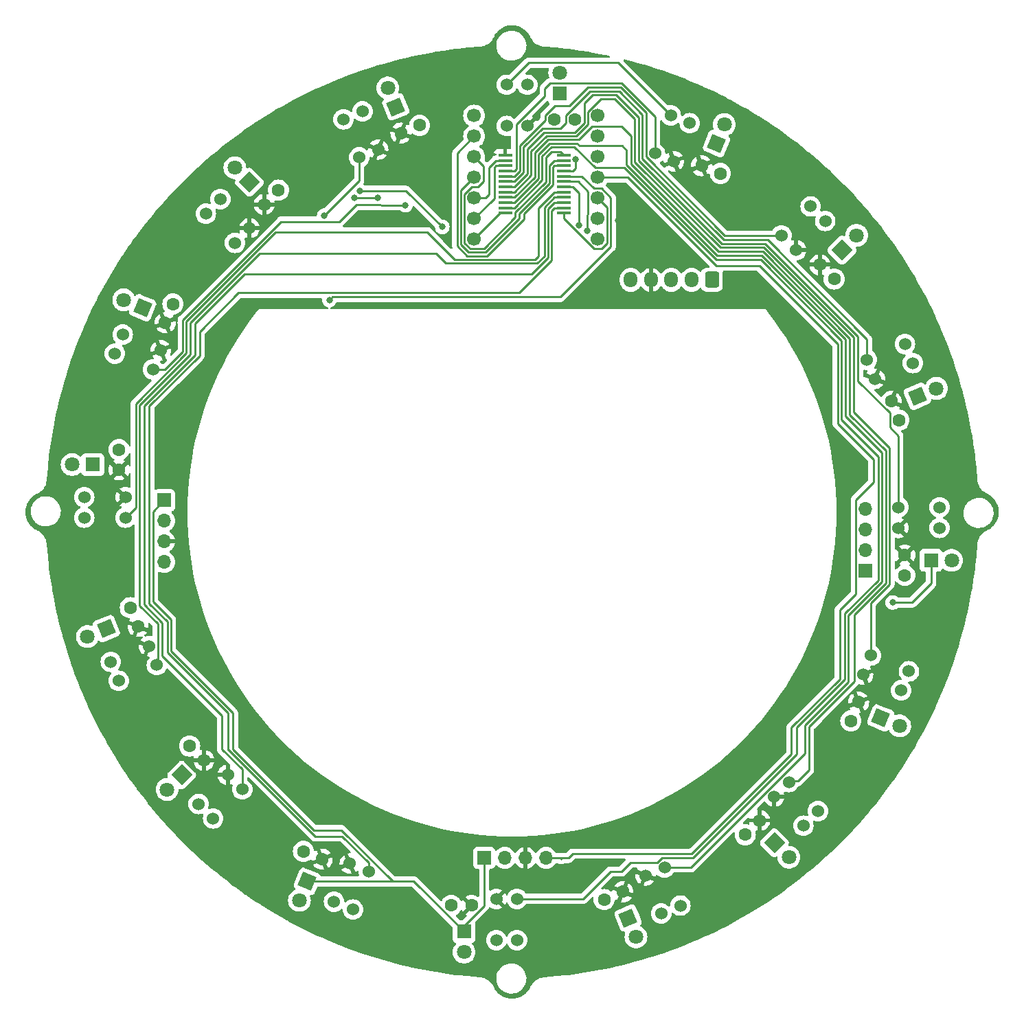
<source format=gbr>
%TF.GenerationSoftware,KiCad,Pcbnew,7.0.9*%
%TF.CreationDate,2024-07-27T15:49:35+09:00*%
%TF.ProjectId,Lne_sensor_main,4c6e655f-7365-46e7-936f-725f6d61696e,rev?*%
%TF.SameCoordinates,Original*%
%TF.FileFunction,Copper,L2,Bot*%
%TF.FilePolarity,Positive*%
%FSLAX46Y46*%
G04 Gerber Fmt 4.6, Leading zero omitted, Abs format (unit mm)*
G04 Created by KiCad (PCBNEW 7.0.9) date 2024-07-27 15:49:35*
%MOMM*%
%LPD*%
G01*
G04 APERTURE LIST*
G04 Aperture macros list*
%AMRoundRect*
0 Rectangle with rounded corners*
0 $1 Rounding radius*
0 $2 $3 $4 $5 $6 $7 $8 $9 X,Y pos of 4 corners*
0 Add a 4 corners polygon primitive as box body*
4,1,4,$2,$3,$4,$5,$6,$7,$8,$9,$2,$3,0*
0 Add four circle primitives for the rounded corners*
1,1,$1+$1,$2,$3*
1,1,$1+$1,$4,$5*
1,1,$1+$1,$6,$7*
1,1,$1+$1,$8,$9*
0 Add four rect primitives between the rounded corners*
20,1,$1+$1,$2,$3,$4,$5,0*
20,1,$1+$1,$4,$5,$6,$7,0*
20,1,$1+$1,$6,$7,$8,$9,0*
20,1,$1+$1,$8,$9,$2,$3,0*%
%AMRotRect*
0 Rectangle, with rotation*
0 The origin of the aperture is its center*
0 $1 length*
0 $2 width*
0 $3 Rotation angle, in degrees counterclockwise*
0 Add horizontal line*
21,1,$1,$2,0,0,$3*%
G04 Aperture macros list end*
%TA.AperFunction,ComponentPad*%
%ADD10C,1.524000*%
%TD*%
%TA.AperFunction,ComponentPad*%
%ADD11C,1.600000*%
%TD*%
%TA.AperFunction,ComponentPad*%
%ADD12RotRect,1.800000X1.800000X225.000000*%
%TD*%
%TA.AperFunction,ComponentPad*%
%ADD13C,1.800000*%
%TD*%
%TA.AperFunction,ComponentPad*%
%ADD14R,1.800000X1.800000*%
%TD*%
%TA.AperFunction,ComponentPad*%
%ADD15RotRect,1.800000X1.800000X112.500000*%
%TD*%
%TA.AperFunction,ComponentPad*%
%ADD16RotRect,1.800000X1.800000X202.500000*%
%TD*%
%TA.AperFunction,ComponentPad*%
%ADD17RotRect,1.800000X1.800000X157.500000*%
%TD*%
%TA.AperFunction,ComponentPad*%
%ADD18RotRect,1.800000X1.800000X247.500000*%
%TD*%
%TA.AperFunction,ComponentPad*%
%ADD19RotRect,1.800000X1.800000X22.500000*%
%TD*%
%TA.AperFunction,ComponentPad*%
%ADD20RotRect,1.800000X1.800000X45.000000*%
%TD*%
%TA.AperFunction,ComponentPad*%
%ADD21RotRect,1.800000X1.800000X67.500000*%
%TD*%
%TA.AperFunction,ComponentPad*%
%ADD22RotRect,1.800000X1.800000X135.000000*%
%TD*%
%TA.AperFunction,ComponentPad*%
%ADD23RotRect,1.800000X1.800000X315.000000*%
%TD*%
%TA.AperFunction,ComponentPad*%
%ADD24RotRect,1.800000X1.800000X337.500000*%
%TD*%
%TA.AperFunction,ComponentPad*%
%ADD25RotRect,1.800000X1.800000X292.500000*%
%TD*%
%TA.AperFunction,ComponentPad*%
%ADD26C,1.700000*%
%TD*%
%TA.AperFunction,SMDPad,CuDef*%
%ADD27R,1.750000X0.450000*%
%TD*%
%TA.AperFunction,ComponentPad*%
%ADD28R,1.700000X1.700000*%
%TD*%
%TA.AperFunction,ComponentPad*%
%ADD29O,1.700000X1.700000*%
%TD*%
%TA.AperFunction,ComponentPad*%
%ADD30RoundRect,0.250000X0.600000X0.725000X-0.600000X0.725000X-0.600000X-0.725000X0.600000X-0.725000X0*%
%TD*%
%TA.AperFunction,ComponentPad*%
%ADD31O,1.700000X1.950000*%
%TD*%
%TA.AperFunction,ViaPad*%
%ADD32C,0.800000*%
%TD*%
%TA.AperFunction,Conductor*%
%ADD33C,0.250000*%
%TD*%
G04 APERTURE END LIST*
D10*
%TO.P,U3,1,K(-)*%
%TO.N,K*%
X158120390Y-65242943D03*
%TO.P,U3,2,VCC*%
%TO.N,+3.3V*%
X156324339Y-63446892D03*
%TO.P,U3,3,VOUT*%
%TO.N,D1*%
X152732236Y-67038995D03*
%TO.P,U3,4,GND*%
%TO.N,GND*%
X154528287Y-68835046D03*
%TD*%
D11*
%TO.P,C12,1*%
%TO.N,GND*%
X124747820Y-52736455D03*
%TO.P,C12,2*%
%TO.N,+3.3V*%
X127247820Y-52736455D03*
%TD*%
D10*
%TO.P,U9,1,K(-)*%
%TO.N,K*%
X117594221Y-153899069D03*
%TO.P,U9,2,VCC*%
%TO.N,+3.3V*%
X120134221Y-153899069D03*
%TO.P,U9,3,VOUT*%
%TO.N,D7*%
X120134221Y-148819069D03*
%TO.P,U9,4,GND*%
%TO.N,GND*%
X117594221Y-148819069D03*
%TD*%
D12*
%TO.P,L7,1,1*%
%TO.N,RTrim*%
X78789221Y-133538155D03*
D13*
%TO.P,L7,2,2*%
%TO.N,K*%
X76993170Y-135334206D03*
%TD*%
D10*
%TO.P,U4,1,K(-)*%
%TO.N,K*%
X168931945Y-82759225D03*
%TO.P,U4,2,VCC*%
%TO.N,+3.3V*%
X167959929Y-80412571D03*
%TO.P,U4,3,VOUT*%
%TO.N,D2*%
X163266621Y-82356603D03*
%TO.P,U4,4,GND*%
%TO.N,GND*%
X164238637Y-84703257D03*
%TD*%
D11*
%TO.P,C9,1*%
%TO.N,GND*%
X166259729Y-87492107D03*
%TO.P,C9,2*%
%TO.N,+3.3V*%
X167216438Y-89801806D03*
%TD*%
D14*
%TO.P,L16,1,1*%
%TO.N,RTrim*%
X171162327Y-107079562D03*
D13*
%TO.P,L16,2,2*%
%TO.N,K*%
X173702327Y-107079562D03*
%TD*%
D11*
%TO.P,C14,1*%
%TO.N,GND*%
X114527380Y-149626402D03*
%TO.P,C14,2*%
%TO.N,+3.3V*%
X112027380Y-149626402D03*
%TD*%
D10*
%TO.P,U17,1,K(-)*%
%TO.N,K*%
X121397820Y-48456454D03*
%TO.P,U17,2,VCC*%
%TO.N,+3.3V*%
X118857820Y-48456454D03*
%TO.P,U17,3,VOUT*%
%TO.N,D15*%
X118857820Y-53536454D03*
%TO.P,U17,4,GND*%
%TO.N,GND*%
X121397820Y-53536454D03*
%TD*%
D11*
%TO.P,C3,1*%
%TO.N,GND*%
X167937327Y-106429562D03*
%TO.P,C3,2*%
%TO.N,+3.3V*%
X167937327Y-108929562D03*
%TD*%
%TO.P,C6,1*%
%TO.N,GND*%
X76751865Y-77788046D03*
%TO.P,C6,2*%
%TO.N,+3.3V*%
X77708574Y-75478347D03*
%TD*%
D15*
%TO.P,L9,1,1*%
%TO.N,RTrim*%
X105176733Y-51185797D03*
D13*
%TO.P,L9,2,2*%
%TO.N,K*%
X104204717Y-48839143D03*
%TD*%
D11*
%TO.P,C13,1*%
%TO.N,GND*%
X133181675Y-147941471D03*
%TO.P,C13,2*%
%TO.N,+3.3V*%
X130871976Y-148898180D03*
%TD*%
D10*
%TO.P,U1,1,K(-)*%
%TO.N,K*%
X141428625Y-53197412D03*
%TO.P,U1,2,VCC*%
%TO.N,+3.3V*%
X139081971Y-52225396D03*
%TO.P,U1,3,VOUT*%
%TO.N,D0*%
X137137939Y-56918704D03*
%TO.P,U1,4,GND*%
%TO.N,GND*%
X139484593Y-57890720D03*
%TD*%
D11*
%TO.P,C4,1*%
%TO.N,GND*%
X73410000Y-115230000D03*
%TO.P,C4,2*%
%TO.N,+3.3V*%
X72453291Y-112920301D03*
%TD*%
D10*
%TO.P,U14,1,K(-)*%
%TO.N,K*%
X71515671Y-79245157D03*
%TO.P,U14,2,VCC*%
%TO.N,+3.3V*%
X70543655Y-81591811D03*
%TO.P,U14,3,VOUT*%
%TO.N,D12*%
X75236963Y-83535843D03*
%TO.P,U14,4,GND*%
%TO.N,GND*%
X76208979Y-81189189D03*
%TD*%
D14*
%TO.P,L1,1,1*%
%TO.N,RTrim*%
X67829713Y-95275962D03*
D13*
%TO.P,L1,2,2*%
%TO.N,K*%
X65289713Y-95275962D03*
%TD*%
D10*
%TO.P,U7,1,K(-)*%
%TO.N,K*%
X155430839Y-139802132D03*
%TO.P,U7,2,VCC*%
%TO.N,+3.3V*%
X157226890Y-138006081D03*
%TO.P,U7,3,VOUT*%
%TO.N,D5*%
X153634787Y-134413978D03*
%TO.P,U7,4,GND*%
%TO.N,GND*%
X151838736Y-136210029D03*
%TD*%
D11*
%TO.P,C5,1*%
%TO.N,GND*%
X88956427Y-63211002D03*
%TO.P,C5,2*%
%TO.N,+3.3V*%
X90724194Y-61443235D03*
%TD*%
D10*
%TO.P,U16,1,K(-)*%
%TO.N,K*%
X101077483Y-51741837D03*
%TO.P,U16,2,VCC*%
%TO.N,+3.3V*%
X98730829Y-52713853D03*
%TO.P,U16,3,VOUT*%
%TO.N,D14*%
X100674861Y-57407161D03*
%TO.P,U16,4,GND*%
%TO.N,GND*%
X103021515Y-56435145D03*
%TD*%
%TO.P,U11,1,K(-)*%
%TO.N,K*%
X80871650Y-137112581D03*
%TO.P,U11,2,VCC*%
%TO.N,+3.3V*%
X82667701Y-138908632D03*
%TO.P,U11,3,VOUT*%
%TO.N,D9*%
X86259804Y-135316529D03*
%TO.P,U11,4,GND*%
%TO.N,GND*%
X84463753Y-133520478D03*
%TD*%
D16*
%TO.P,L3,1,1*%
%TO.N,RTrim*%
X69504055Y-115497049D03*
D13*
%TO.P,L3,2,2*%
%TO.N,K*%
X67157401Y-116469065D03*
%TD*%
D17*
%TO.P,L5,1,1*%
%TO.N,RTrim*%
X73988762Y-75939976D03*
D13*
%TO.P,L5,2,2*%
%TO.N,K*%
X71642108Y-74967960D03*
%TD*%
D10*
%TO.P,U10,1,K(-)*%
%TO.N,K*%
X97563415Y-149158112D03*
%TO.P,U10,2,VCC*%
%TO.N,+3.3V*%
X99910069Y-150130128D03*
%TO.P,U10,3,VOUT*%
%TO.N,D8*%
X101854101Y-145436820D03*
%TO.P,U10,4,GND*%
%TO.N,GND*%
X99507447Y-144464804D03*
%TD*%
D11*
%TO.P,C10,1*%
%TO.N,GND*%
X157462780Y-70638169D03*
%TO.P,C10,2*%
%TO.N,+3.3V*%
X159230547Y-72405936D03*
%TD*%
D14*
%TO.P,L15,1,1*%
%TO.N,RTrim*%
X113594220Y-152844069D03*
D13*
%TO.P,L15,2,2*%
%TO.N,K*%
X113594220Y-155384069D03*
%TD*%
D14*
%TO.P,L2,1,1*%
%TO.N,RTrim*%
X125397821Y-49511455D03*
D13*
%TO.P,L2,2,2*%
%TO.N,K*%
X125397821Y-46971455D03*
%TD*%
D10*
%TO.P,U12,1,K(-)*%
%TO.N,K*%
X70060096Y-119596299D03*
%TO.P,U12,2,VCC*%
%TO.N,+3.3V*%
X71032112Y-121942953D03*
%TO.P,U12,3,VOUT*%
%TO.N,D10*%
X75725420Y-119998921D03*
%TO.P,U12,4,GND*%
%TO.N,GND*%
X74753404Y-117652267D03*
%TD*%
D11*
%TO.P,C15,1*%
%TO.N,GND*%
X96106304Y-143921917D03*
%TO.P,C15,2*%
%TO.N,+3.3V*%
X93796605Y-142965208D03*
%TD*%
D18*
%TO.P,L11,1,1*%
%TO.N,RTrim*%
X94271628Y-146652684D03*
D13*
%TO.P,L11,2,2*%
%TO.N,K*%
X93299612Y-148999338D03*
%TD*%
D19*
%TO.P,L10,1,1*%
%TO.N,RTrim*%
X169487985Y-86858476D03*
D13*
%TO.P,L10,2,2*%
%TO.N,K*%
X171834639Y-85886460D03*
%TD*%
D11*
%TO.P,C11,1*%
%TO.N,GND*%
X142885736Y-58433607D03*
%TO.P,C11,2*%
%TO.N,+3.3V*%
X145195435Y-59390316D03*
%TD*%
D10*
%TO.P,U8,1,K(-)*%
%TO.N,K*%
X137914558Y-150613686D03*
%TO.P,U8,2,VCC*%
%TO.N,+3.3V*%
X140261212Y-149641670D03*
%TO.P,U8,3,VOUT*%
%TO.N,D6*%
X138317180Y-144948362D03*
%TO.P,U8,4,GND*%
%TO.N,GND*%
X135970526Y-145920378D03*
%TD*%
D11*
%TO.P,C7,1*%
%TO.N,GND*%
X162240175Y-124567478D03*
%TO.P,C7,2*%
%TO.N,+3.3V*%
X161283466Y-126877177D03*
%TD*%
D10*
%TO.P,U6,1,K(-)*%
%TO.N,K*%
X167476370Y-123110367D03*
%TO.P,U6,2,VCC*%
%TO.N,+3.3V*%
X168448386Y-120763713D03*
%TO.P,U6,3,VOUT*%
%TO.N,D4*%
X163755078Y-118819681D03*
%TO.P,U6,4,GND*%
%TO.N,GND*%
X162783062Y-121166335D03*
%TD*%
D11*
%TO.P,C8,1*%
%TO.N,GND*%
X150035613Y-139144522D03*
%TO.P,C8,2*%
%TO.N,+3.3V*%
X148267846Y-140912289D03*
%TD*%
D20*
%TO.P,L14,1,1*%
%TO.N,RTrim*%
X160202820Y-68817370D03*
D13*
%TO.P,L14,2,2*%
%TO.N,K*%
X161998871Y-67021319D03*
%TD*%
D10*
%TO.P,U5,1,K(-)*%
%TO.N,K*%
X172217328Y-103079562D03*
%TO.P,U5,2,VCC*%
%TO.N,+3.3V*%
X172217328Y-100539562D03*
%TO.P,U5,3,VOUT*%
%TO.N,D3*%
X167137328Y-100539562D03*
%TO.P,U5,4,GND*%
%TO.N,GND*%
X167137328Y-103079562D03*
%TD*%
D21*
%TO.P,L6,1,1*%
%TO.N,RTrim*%
X144720413Y-55702840D03*
D13*
%TO.P,L6,2,2*%
%TO.N,K*%
X145692429Y-53356186D03*
%TD*%
D11*
%TO.P,C16,1*%
%TO.N,GND*%
X81537772Y-131737906D03*
%TO.P,C16,2*%
%TO.N,+3.3V*%
X79770005Y-129970139D03*
%TD*%
D22*
%TO.P,L13,1,1*%
%TO.N,RTrim*%
X87135627Y-60470963D03*
D13*
%TO.P,L13,2,2*%
%TO.N,K*%
X85339576Y-58674912D03*
%TD*%
D23*
%TO.P,L8,1,1*%
%TO.N,RTrim*%
X151856413Y-141884561D03*
D13*
%TO.P,L8,2,2*%
%TO.N,K*%
X153652464Y-143680612D03*
%TD*%
D11*
%TO.P,C1,1*%
%TO.N,GND*%
X71054713Y-95925962D03*
%TO.P,C1,2*%
%TO.N,+3.3V*%
X71054713Y-93425962D03*
%TD*%
%TO.P,C2,1*%
%TO.N,GND*%
X105810365Y-54414053D03*
%TO.P,C2,2*%
%TO.N,+3.3V*%
X108120064Y-53457344D03*
%TD*%
D10*
%TO.P,U15,1,K(-)*%
%TO.N,K*%
X83561201Y-62553392D03*
%TO.P,U15,2,VCC*%
%TO.N,+3.3V*%
X81765150Y-64349443D03*
%TO.P,U15,3,VOUT*%
%TO.N,D13*%
X85357253Y-67941546D03*
%TO.P,U15,4,GND*%
%TO.N,GND*%
X87153304Y-66145495D03*
%TD*%
D24*
%TO.P,L12,1,1*%
%TO.N,RTrim*%
X164965010Y-126507938D03*
D13*
%TO.P,L12,2,2*%
%TO.N,K*%
X167311664Y-127479954D03*
%TD*%
D10*
%TO.P,U13,1,K(-)*%
%TO.N,K*%
X66774713Y-99275962D03*
%TO.P,U13,2,VCC*%
%TO.N,+3.3V*%
X66774713Y-101815962D03*
%TO.P,U13,3,VOUT*%
%TO.N,D11*%
X71854713Y-101815962D03*
%TO.P,U13,4,GND*%
%TO.N,GND*%
X71854713Y-99275962D03*
%TD*%
D25*
%TO.P,L4,1,1*%
%TO.N,RTrim*%
X133815307Y-151169727D03*
D13*
%TO.P,L4,2,2*%
%TO.N,K*%
X134787323Y-153516381D03*
%TD*%
D26*
%TO.P,U2,1,DAC*%
%TO.N,Data*%
X114837380Y-67496402D03*
%TO.P,U2,2*%
%TO.N,S0*%
X114837380Y-64956402D03*
%TO.P,U2,3*%
%TO.N,S1*%
X114837380Y-62416402D03*
%TO.P,U2,4*%
%TO.N,S2*%
X114837380Y-59876402D03*
%TO.P,U2,5,SDA*%
%TO.N,S3*%
X114837380Y-57336402D03*
%TO.P,U2,6,SCL*%
%TO.N,E*%
X114837380Y-54796402D03*
%TO.P,U2,7,TX*%
%TO.N,Line_sensor_TX*%
X114837380Y-52256402D03*
%TO.P,U2,8,RX*%
%TO.N,Line_sensor_RX*%
X130077380Y-52256402D03*
%TO.P,U2,9,SCK*%
%TO.N,Sensor_left*%
X130077380Y-54796402D03*
%TO.P,U2,10,MISO*%
%TO.N,Sensor_right*%
X130077380Y-57336402D03*
%TO.P,U2,11,MOSI*%
%TO.N,Sensor_back*%
X130077380Y-59876402D03*
%TO.P,U2,12,3V3*%
%TO.N,+3.3V*%
X130077380Y-62416402D03*
%TO.P,U2,13,GND*%
%TO.N,GND*%
X130077380Y-64956402D03*
%TO.P,U2,14,5V*%
%TO.N,+5V*%
X130077380Y-67496402D03*
%TD*%
D27*
%TO.P,U18,1,COM*%
%TO.N,Data*%
X118677380Y-64286402D03*
%TO.P,U18,2,I7*%
%TO.N,D7*%
X118677380Y-63636402D03*
%TO.P,U18,3,I6*%
%TO.N,D6*%
X118677380Y-62986402D03*
%TO.P,U18,4,I5*%
%TO.N,D5*%
X118677380Y-62336402D03*
%TO.P,U18,5,I4*%
%TO.N,D4*%
X118677380Y-61686402D03*
%TO.P,U18,6,I3*%
%TO.N,D3*%
X118677380Y-61036402D03*
%TO.P,U18,7,I2*%
%TO.N,D2*%
X118677380Y-60386402D03*
%TO.P,U18,8,I1*%
%TO.N,D1*%
X118677380Y-59736402D03*
%TO.P,U18,9,I0*%
%TO.N,D0*%
X118677380Y-59086402D03*
%TO.P,U18,10,S0*%
%TO.N,S0*%
X118677380Y-58436402D03*
%TO.P,U18,11,S1*%
%TO.N,S1*%
X118677380Y-57786402D03*
%TO.P,U18,12,GND*%
%TO.N,GND*%
X118677380Y-57136402D03*
%TO.P,U18,13,S3*%
%TO.N,S3*%
X125877380Y-57136402D03*
%TO.P,U18,14,S2*%
%TO.N,S2*%
X125877380Y-57786402D03*
%TO.P,U18,15,~{E}*%
%TO.N,E*%
X125877380Y-58436402D03*
%TO.P,U18,16,I15*%
%TO.N,D15*%
X125877380Y-59086402D03*
%TO.P,U18,17,I14*%
%TO.N,D14*%
X125877380Y-59736402D03*
%TO.P,U18,18,I13*%
%TO.N,D13*%
X125877380Y-60386402D03*
%TO.P,U18,19,I12*%
%TO.N,D12*%
X125877380Y-61036402D03*
%TO.P,U18,20,I11*%
%TO.N,D11*%
X125877380Y-61686402D03*
%TO.P,U18,21,I10*%
%TO.N,D10*%
X125877380Y-62336402D03*
%TO.P,U18,22,I9*%
%TO.N,D9*%
X125877380Y-62986402D03*
%TO.P,U18,23,I8*%
%TO.N,D8*%
X125877380Y-63636402D03*
%TO.P,U18,24,VCC*%
%TO.N,+3.3V*%
X125877380Y-64286402D03*
%TD*%
D28*
%TO.P,J1,1,Pin_1*%
%TO.N,RTrim*%
X116090000Y-143770000D03*
D29*
%TO.P,J1,2,Pin_2*%
%TO.N,+3.3V*%
X118630000Y-143770000D03*
%TO.P,J1,3,Pin_3*%
%TO.N,GND*%
X121170000Y-143770000D03*
%TO.P,J1,4,Pin_4*%
%TO.N,Sensor_back*%
X123710000Y-143770000D03*
%TD*%
D30*
%TO.P,J3,1,Pin_1*%
%TO.N,Line_sensor_TX*%
X144150000Y-72500000D03*
D31*
%TO.P,J3,2,Pin_2*%
%TO.N,+5V*%
X141650000Y-72500000D03*
%TO.P,J3,3,Pin_3*%
%TO.N,Line_sensor_RX*%
X139150000Y-72500000D03*
%TO.P,J3,4,Pin_4*%
%TO.N,GND*%
X136650000Y-72500000D03*
%TO.P,J3,5,Pin_5*%
%TO.N,RTrim*%
X134150000Y-72500000D03*
%TD*%
D28*
%TO.P,J4,1,Pin_1*%
%TO.N,RTrim*%
X76640000Y-99680000D03*
D29*
%TO.P,J4,2,Pin_2*%
%TO.N,+3.3V*%
X76640000Y-102220000D03*
%TO.P,J4,3,Pin_3*%
%TO.N,GND*%
X76640000Y-104760000D03*
%TO.P,J4,4,Pin_4*%
%TO.N,Sensor_left*%
X76640000Y-107300000D03*
%TD*%
D28*
%TO.P,J2,1,Pin_1*%
%TO.N,RTrim*%
X163060000Y-108360000D03*
D29*
%TO.P,J2,2,Pin_2*%
%TO.N,+3.3V*%
X163060000Y-105820000D03*
%TO.P,J2,3,Pin_3*%
%TO.N,GND*%
X163060000Y-103280000D03*
%TO.P,J2,4,Pin_4*%
%TO.N,Sensor_right*%
X163060000Y-100740000D03*
%TD*%
D32*
%TO.N,GND*%
X166125000Y-79550000D03*
X117250000Y-51175000D03*
X102850000Y-64920000D03*
X151600000Y-74175000D03*
X140690000Y-60170000D03*
X71825000Y-104875000D03*
X119840000Y-51260000D03*
X141160000Y-56340000D03*
X132550000Y-65150000D03*
X154175000Y-64000000D03*
X107725000Y-50650000D03*
X110090000Y-143510000D03*
X170120000Y-95950000D03*
X101750000Y-53875000D03*
X152100000Y-76575000D03*
X170925000Y-92250000D03*
X134100000Y-67750000D03*
X67460000Y-108500000D03*
X92950000Y-60250000D03*
%TO.N,RTrim*%
X166440000Y-112280000D03*
%TO.N,Sensor_left*%
X102990000Y-62410000D03*
X100050000Y-62430000D03*
%TO.N,D12*%
X106380000Y-63290000D03*
X127800000Y-65790000D03*
X127800000Y-65790000D03*
%TO.N,D13*%
X110920000Y-65980000D03*
X100760000Y-61530000D03*
X128820000Y-66470000D03*
%TO.N,D14*%
X96360000Y-64590000D03*
X96990000Y-75000000D03*
%TO.N,D15*%
X127360000Y-57630000D03*
%TD*%
D33*
%TO.N,RTrim*%
X94271628Y-146652684D02*
X107330000Y-146652684D01*
X95108198Y-140341802D02*
X98473109Y-140341802D01*
X171162327Y-109902327D02*
X171162327Y-107079562D01*
X166440000Y-112280000D02*
X168840000Y-112280000D01*
X171190000Y-109930000D02*
X171162327Y-109902327D01*
X98473109Y-140341802D02*
X104783991Y-146652684D01*
X116090000Y-143770000D02*
X116090000Y-149654773D01*
X116090000Y-149654773D02*
X113594220Y-152150553D01*
X75250000Y-112190000D02*
X77460000Y-114400000D01*
X107330000Y-146652684D02*
X107402835Y-146652684D01*
X168840000Y-112280000D02*
X171190000Y-109930000D01*
X85118198Y-130351802D02*
X95108198Y-140341802D01*
X107402835Y-146652684D02*
X113594220Y-152844069D01*
X75250000Y-101070000D02*
X75250000Y-112190000D01*
X104783991Y-146652684D02*
X107330000Y-146652684D01*
X77460000Y-118270000D02*
X85118198Y-125928198D01*
X113594220Y-152150553D02*
X113594220Y-152844069D01*
X77460000Y-114400000D02*
X77460000Y-118270000D01*
X85118198Y-125928198D02*
X85118198Y-130351802D01*
X76640000Y-99680000D02*
X75250000Y-101070000D01*
%TO.N,+3.3V*%
X132603030Y-45746455D02*
X139081971Y-52225396D01*
X129590679Y-68671402D02*
X125877380Y-64958103D01*
X118857820Y-48456454D02*
X121567819Y-45746455D01*
X125877380Y-64958103D02*
X125877380Y-64286402D01*
X131252380Y-67992620D02*
X130573598Y-68671402D01*
X121567819Y-45746455D02*
X132603030Y-45746455D01*
X131252380Y-63591402D02*
X131252380Y-67992620D01*
X130573598Y-68671402D02*
X129590679Y-68671402D01*
X130077380Y-62416402D02*
X131252380Y-63591402D01*
%TO.N,D0*%
X123544638Y-49852385D02*
X123544638Y-48914638D01*
X124172821Y-48286455D02*
X133036455Y-48286455D01*
X123544638Y-48914638D02*
X124172821Y-48286455D01*
X118677380Y-59086402D02*
X119802380Y-59086402D01*
X133036455Y-48286455D02*
X137137939Y-52387939D01*
X137137939Y-52387939D02*
X137137939Y-56918704D01*
X120030000Y-58858782D02*
X120030000Y-53367023D01*
X119802380Y-59086402D02*
X120030000Y-58858782D01*
X120030000Y-53367023D02*
X123544638Y-49852385D01*
%TO.N,Data*%
X118047380Y-64286402D02*
X114837380Y-67496402D01*
X118677380Y-64286402D02*
X118047380Y-64286402D01*
%TO.N,S0*%
X117340000Y-58648782D02*
X117340000Y-62453782D01*
X117340000Y-62453782D02*
X117086891Y-62706891D01*
X114837380Y-64956402D02*
X117086891Y-62706891D01*
X118677380Y-58436402D02*
X117552380Y-58436402D01*
X117552380Y-58436402D02*
X117340000Y-58648782D01*
%TO.N,S1*%
X116710000Y-58628782D02*
X117552380Y-57786402D01*
X116263598Y-62416402D02*
X116710000Y-61970000D01*
X114837380Y-62416402D02*
X116263598Y-62416402D01*
X116710000Y-61970000D02*
X116710000Y-58628782D01*
X117552380Y-57786402D02*
X118677380Y-57786402D01*
%TO.N,S2*%
X124120000Y-58418782D02*
X124752380Y-57786402D01*
X113212380Y-61501402D02*
X113212380Y-68169499D01*
X124120000Y-60591574D02*
X124120000Y-58418782D01*
X124752380Y-57786402D02*
X125877380Y-57786402D01*
X114164283Y-69121402D02*
X116228776Y-69121402D01*
X120395089Y-64955089D02*
X120395089Y-64316485D01*
X120395089Y-64316485D02*
X124120000Y-60591574D01*
X114837380Y-59876402D02*
X113212380Y-61501402D01*
X113212380Y-68169499D02*
X114164283Y-69121402D01*
X116228776Y-69121402D02*
X120395089Y-64955089D01*
%TO.N,S3*%
X113662380Y-61929701D02*
X114540679Y-61051402D01*
X116030000Y-58529022D02*
X114837380Y-57336402D01*
X116030000Y-60345483D02*
X116030000Y-58529022D01*
X114350679Y-68671402D02*
X113662380Y-67983103D01*
X115324081Y-61051402D02*
X116030000Y-60345483D01*
X125877380Y-57136402D02*
X125464176Y-56723198D01*
X123670000Y-60405178D02*
X119915178Y-64160000D01*
X124383198Y-56723198D02*
X123670000Y-57436396D01*
X113662380Y-67983103D02*
X113662380Y-61929701D01*
X116042380Y-68671402D02*
X114350679Y-68671402D01*
X114540679Y-61051402D02*
X115324081Y-61051402D01*
X123670000Y-57436396D02*
X123670000Y-60405178D01*
X125464176Y-56723198D02*
X124383198Y-56723198D01*
X119915178Y-64160000D02*
X119915178Y-64798604D01*
X119915178Y-64798604D02*
X116042380Y-68671402D01*
%TO.N,E*%
X116415172Y-69571402D02*
X113977887Y-69571402D01*
X120977970Y-65008604D02*
X116415172Y-69571402D01*
X124570000Y-58618782D02*
X124570000Y-60777970D01*
X124752380Y-58436402D02*
X124570000Y-58618782D01*
X112762380Y-56871402D02*
X114837380Y-54796402D01*
X120977970Y-64370000D02*
X120977970Y-65008604D01*
X113977887Y-69571402D02*
X112762380Y-68355895D01*
X112762380Y-68355895D02*
X112762380Y-56871402D01*
X125877380Y-58436402D02*
X124752380Y-58436402D01*
X124570000Y-60777970D02*
X120977970Y-64370000D01*
%TO.N,Sensor_left*%
X100070000Y-62410000D02*
X100050000Y-62430000D01*
X102990000Y-62410000D02*
X100070000Y-62410000D01*
%TO.N,Sensor_back*%
X127940000Y-143240000D02*
X139420000Y-143240000D01*
X153966802Y-127693604D02*
X153966802Y-130936802D01*
X125560000Y-143900000D02*
X125570000Y-143890000D01*
X164060000Y-94620000D02*
X164060000Y-97480000D01*
X133801402Y-59876402D02*
X144700000Y-70775000D01*
X159662208Y-80437208D02*
X159662208Y-90222208D01*
X126460000Y-143770000D02*
X123710000Y-143770000D01*
X153966802Y-130936802D02*
X141663604Y-143240000D01*
X159900203Y-113189797D02*
X159900203Y-121760203D01*
X161885000Y-111205000D02*
X159900203Y-113189797D01*
X126460000Y-143770000D02*
X126990000Y-143240000D01*
X159900203Y-121760203D02*
X153966802Y-127693604D01*
X161885000Y-99655000D02*
X161885000Y-111205000D01*
X130077380Y-59876402D02*
X133801402Y-59876402D01*
X150000000Y-70775000D02*
X159662208Y-80437208D01*
X141663604Y-143240000D02*
X139420000Y-143240000D01*
X144700000Y-70775000D02*
X150000000Y-70775000D01*
X137490000Y-143240000D02*
X139420000Y-143240000D01*
X164060000Y-97480000D02*
X161885000Y-99655000D01*
X126990000Y-143240000D02*
X127940000Y-143240000D01*
X159662208Y-90222208D02*
X164060000Y-94620000D01*
%TO.N,D1*%
X132913604Y-48800000D02*
X136025000Y-51911396D01*
X136025000Y-51911396D02*
X136025000Y-57345000D01*
X136025000Y-57345000D02*
X145718995Y-67038995D01*
X120480000Y-55930000D02*
X121550000Y-54860000D01*
X119802380Y-59736402D02*
X120480000Y-59058782D01*
X121611525Y-54860000D02*
X123622820Y-52848705D01*
X126618598Y-51081402D02*
X128900000Y-48800000D01*
X118677380Y-59736402D02*
X119802380Y-59736402D01*
X120480000Y-59058782D02*
X120480000Y-55930000D01*
X145718995Y-67038995D02*
X152732236Y-67038995D01*
X128900000Y-48800000D02*
X132913604Y-48800000D01*
X124811882Y-51081402D02*
X126618598Y-51081402D01*
X123622820Y-52270464D02*
X124811882Y-51081402D01*
X123622820Y-52848705D02*
X123622820Y-52270464D01*
X121550000Y-54860000D02*
X121611525Y-54860000D01*
%TO.N,D2*%
X151020000Y-67590000D02*
X163266621Y-79836621D01*
X126122820Y-52270464D02*
X129123284Y-49270000D01*
X120930000Y-56116396D02*
X121048198Y-55998198D01*
X123331455Y-53861455D02*
X125463811Y-53861455D01*
X119802380Y-60386402D02*
X120930000Y-59258782D01*
X132740000Y-49270000D02*
X135575000Y-52105000D01*
X125463811Y-53861455D02*
X126122820Y-53202446D01*
X163266621Y-79836621D02*
X163266621Y-82356603D01*
X135575000Y-57531396D02*
X145633604Y-67590000D01*
X145633604Y-67590000D02*
X151020000Y-67590000D01*
X118677380Y-60386402D02*
X119802380Y-60386402D01*
X123290000Y-53820000D02*
X123331455Y-53861455D01*
X135575000Y-52105000D02*
X135575000Y-57531396D01*
X121111802Y-55998198D02*
X123290000Y-53820000D01*
X129123284Y-49270000D02*
X132740000Y-49270000D01*
X120930000Y-59258782D02*
X120930000Y-56116396D01*
X121048198Y-55998198D02*
X121111802Y-55998198D01*
X126122820Y-53202446D02*
X126122820Y-52270464D01*
%TO.N,D3*%
X166080000Y-88903369D02*
X162179621Y-85002990D01*
X129470000Y-49720000D02*
X128450000Y-50740000D01*
X162179621Y-79489621D02*
X150730000Y-68040000D01*
X135125000Y-57825000D02*
X135125000Y-52495000D01*
X167137328Y-100539562D02*
X167137328Y-91747328D01*
X121420000Y-59418782D02*
X119802380Y-61036402D01*
X127263811Y-54311455D02*
X123478545Y-54311455D01*
X123478545Y-54311455D02*
X121420000Y-56370000D01*
X121420000Y-56370000D02*
X121420000Y-59418782D01*
X150730000Y-68040000D02*
X145340000Y-68040000D01*
X162179621Y-85002990D02*
X162179621Y-79489621D01*
X135125000Y-52495000D02*
X132350000Y-49720000D01*
X128450000Y-50740000D02*
X128450000Y-53125266D01*
X132350000Y-49720000D02*
X129470000Y-49720000D01*
X119802380Y-61036402D02*
X118677380Y-61036402D01*
X166080000Y-90690000D02*
X166080000Y-88903369D01*
X167137328Y-91747328D02*
X166080000Y-90690000D01*
X128450000Y-53125266D02*
X127263811Y-54311455D01*
X145340000Y-68040000D02*
X135125000Y-57825000D01*
%TO.N,D4*%
X130502081Y-50170000D02*
X128902380Y-51769701D01*
X161656802Y-79603198D02*
X150573604Y-68520000D01*
X161656802Y-88806802D02*
X161656802Y-79603198D01*
X163755078Y-118819681D02*
X163755078Y-112354922D01*
X163755078Y-112354922D02*
X166050328Y-110059672D01*
X150573604Y-68520000D02*
X145183604Y-68520000D01*
X145183604Y-68520000D02*
X134620000Y-57956396D01*
X166050328Y-110059672D02*
X166050328Y-93200328D01*
X128902380Y-51769701D02*
X128902380Y-53309282D01*
X127450207Y-54761455D02*
X123758545Y-54761455D01*
X128902380Y-53309282D02*
X127450207Y-54761455D01*
X119802380Y-61686402D02*
X118677380Y-61686402D01*
X121870000Y-59618782D02*
X119802380Y-61686402D01*
X134620000Y-52626396D02*
X132163604Y-50170000D01*
X166050328Y-93200328D02*
X161656802Y-88806802D01*
X121870000Y-56650000D02*
X121870000Y-59618782D01*
X123758545Y-54761455D02*
X121870000Y-56650000D01*
X132163604Y-50170000D02*
X130502081Y-50170000D01*
X134620000Y-57956396D02*
X134620000Y-52626396D01*
%TO.N,D5*%
X150427208Y-69010000D02*
X144950000Y-69010000D01*
X165570000Y-93590000D02*
X161148604Y-89168604D01*
X161148604Y-79731396D02*
X150427208Y-69010000D01*
X156110000Y-127620000D02*
X161696062Y-122033938D01*
X127758545Y-55211455D02*
X123944941Y-55211455D01*
X161696062Y-113777542D02*
X165570000Y-109903604D01*
X161696062Y-122033938D02*
X161696062Y-113777542D01*
X154770000Y-134300000D02*
X156110000Y-132960000D01*
X134170000Y-54730000D02*
X133000000Y-53560000D01*
X156110000Y-132960000D02*
X156110000Y-127620000D01*
X122320000Y-56836396D02*
X122320000Y-59818782D01*
X153634787Y-134413978D02*
X153748765Y-134300000D01*
X144950000Y-69010000D02*
X134170000Y-58230000D01*
X161148604Y-89168604D02*
X161148604Y-79731396D01*
X134170000Y-58230000D02*
X134170000Y-54730000D01*
X129410000Y-53560000D02*
X127758545Y-55211455D01*
X123944941Y-55211455D02*
X122320000Y-56836396D01*
X119802380Y-62336402D02*
X118677380Y-62336402D01*
X122320000Y-59818782D02*
X119802380Y-62336402D01*
X133000000Y-53560000D02*
X129410000Y-53560000D01*
X153748765Y-134300000D02*
X154770000Y-134300000D01*
X165570000Y-109903604D02*
X165570000Y-93590000D01*
%TO.N,D6*%
X141563152Y-144948362D02*
X138317180Y-144948362D01*
X133650000Y-58346396D02*
X144803604Y-69500000D01*
X133111402Y-55971402D02*
X133650000Y-56510000D01*
X118677380Y-62986402D02*
X119802380Y-62986402D01*
X122770000Y-60018782D02*
X122770000Y-57022792D01*
X133650000Y-56510000D02*
X133650000Y-58346396D01*
X160630406Y-79849594D02*
X160630406Y-89286802D01*
X160630406Y-89286802D02*
X165120000Y-93776396D01*
X150280812Y-69500000D02*
X160630406Y-79849594D01*
X144803604Y-69500000D02*
X150280812Y-69500000D01*
X160996802Y-113840406D02*
X160996802Y-122096802D01*
X127829947Y-55971402D02*
X133111402Y-55971402D01*
X160996802Y-122096802D02*
X155660000Y-127433604D01*
X165120000Y-109717208D02*
X160996802Y-113840406D01*
X127520000Y-55661455D02*
X127829947Y-55971402D01*
X124131337Y-55661455D02*
X127520000Y-55661455D01*
X155660000Y-130851514D02*
X141563152Y-144948362D01*
X165120000Y-93776396D02*
X165120000Y-109717208D01*
X122770000Y-57022792D02*
X124131337Y-55661455D01*
X119802380Y-62986402D02*
X122770000Y-60018782D01*
X155660000Y-127433604D02*
X155660000Y-130851514D01*
%TO.N,D7*%
X154590000Y-130950000D02*
X154590000Y-127706802D01*
X124695728Y-56115728D02*
X124354272Y-56115728D01*
X124700000Y-56111455D02*
X124695728Y-56115728D01*
X134110000Y-144340000D02*
X137388292Y-144340000D01*
X150164416Y-70020000D02*
X144687208Y-70020000D01*
X160546802Y-113654010D02*
X164670000Y-109530812D01*
X123220000Y-60218782D02*
X119802380Y-63636402D01*
X160546802Y-121750000D02*
X160546802Y-113654010D01*
X137388292Y-144340000D02*
X137969146Y-143759146D01*
X120134221Y-148819069D02*
X128250000Y-148819069D01*
X154590000Y-127706802D02*
X160546802Y-121750000D01*
X123220000Y-57250000D02*
X123220000Y-60218782D01*
X133368610Y-58701402D02*
X129780679Y-58701402D01*
X141780854Y-143759146D02*
X154590000Y-130950000D01*
X164670000Y-94270000D02*
X160112208Y-89712208D01*
X129780679Y-58701402D02*
X127190732Y-56111455D01*
X131619069Y-145450000D02*
X133000000Y-145450000D01*
X144687208Y-70020000D02*
X133368610Y-58701402D01*
X127190732Y-56111455D02*
X124700000Y-56111455D01*
X133000000Y-145450000D02*
X134110000Y-144340000D01*
X137969146Y-143759146D02*
X141780854Y-143759146D01*
X160112208Y-89712208D02*
X160112208Y-79967792D01*
X160112208Y-79967792D02*
X150164416Y-70020000D01*
X164670000Y-109530812D02*
X164670000Y-94270000D01*
X124354272Y-56115728D02*
X123220000Y-57250000D01*
X128250000Y-148819069D02*
X131619069Y-145450000D01*
X119802380Y-63636402D02*
X118677380Y-63636402D01*
%TO.N,D8*%
X120375000Y-74115000D02*
X85785000Y-74115000D01*
X74800000Y-112450000D02*
X77010000Y-114660000D01*
X84478198Y-125928198D02*
X84478198Y-130451802D01*
X80990000Y-81840000D02*
X74800000Y-88030000D01*
X125877380Y-63636402D02*
X124752380Y-63636402D01*
X74800000Y-88030000D02*
X74800000Y-112450000D01*
X124420000Y-70070000D02*
X120375000Y-74115000D01*
X85785000Y-74115000D02*
X80990000Y-78910000D01*
X84581802Y-130451802D02*
X95230000Y-141100000D01*
X77010000Y-114660000D02*
X77010000Y-118460000D01*
X98594911Y-141100000D02*
X101854101Y-144359190D01*
X80990000Y-78910000D02*
X80990000Y-81840000D01*
X124752380Y-63636402D02*
X124420000Y-63968782D01*
X124420000Y-63968782D02*
X124420000Y-70070000D01*
X84478198Y-130451802D02*
X84581802Y-130451802D01*
X101854101Y-144359190D02*
X101854101Y-145436820D01*
X95230000Y-141100000D02*
X98594911Y-141100000D01*
X77010000Y-118460000D02*
X84478198Y-125928198D01*
%TO.N,D9*%
X76410000Y-118870000D02*
X76410000Y-114813604D01*
X123970000Y-63768782D02*
X124752380Y-62986402D01*
X80411802Y-77848198D02*
X86495000Y-71765000D01*
X86259804Y-135316529D02*
X86259804Y-132869804D01*
X74144594Y-88034594D02*
X80411802Y-81767386D01*
X80411802Y-81767386D02*
X80411802Y-77848198D01*
X74144594Y-112548198D02*
X74144594Y-88034594D01*
X83780000Y-126240000D02*
X76410000Y-118870000D01*
X123970000Y-69750000D02*
X123970000Y-63768782D01*
X124752380Y-62986402D02*
X125877380Y-62986402D01*
X86259804Y-132869804D02*
X83780000Y-130390000D01*
X121955000Y-71765000D02*
X123970000Y-69750000D01*
X83780000Y-130390000D02*
X83780000Y-126240000D01*
X76410000Y-114813604D02*
X74144594Y-112548198D01*
X86495000Y-71765000D02*
X121955000Y-71765000D01*
%TO.N,D10*%
X88358604Y-69265000D02*
X79820000Y-77803604D01*
X79820000Y-77803604D02*
X79820000Y-81722792D01*
X110143598Y-69255000D02*
X106990000Y-69255000D01*
X73610000Y-112650000D02*
X75840404Y-114880404D01*
X111360000Y-70471402D02*
X110143598Y-69255000D01*
X75840404Y-114880404D02*
X75840404Y-119883937D01*
X75840404Y-119883937D02*
X75725420Y-119998921D01*
X106980000Y-69265000D02*
X88358604Y-69265000D01*
X123520000Y-69563604D02*
X122612202Y-70471402D01*
X124752380Y-62336402D02*
X123520000Y-63568782D01*
X79820000Y-81722792D02*
X73610000Y-87932792D01*
X125877380Y-62336402D02*
X124752380Y-62336402D01*
X122612202Y-70471402D02*
X111360000Y-70471402D01*
X106990000Y-69255000D02*
X106980000Y-69265000D01*
X73610000Y-87932792D02*
X73610000Y-112650000D01*
X123520000Y-63568782D02*
X123520000Y-69563604D01*
%TO.N,D11*%
X122810000Y-63628782D02*
X122810000Y-69550000D01*
X79370000Y-77617208D02*
X79370000Y-81536396D01*
X112438103Y-70021402D02*
X109031701Y-66615000D01*
X125877380Y-61686402D02*
X124752380Y-61686402D01*
X109031701Y-66615000D02*
X90372208Y-66615000D01*
X73130000Y-87776396D02*
X73130000Y-100540675D01*
X122338598Y-70021402D02*
X112438103Y-70021402D01*
X79370000Y-81536396D02*
X73130000Y-87776396D01*
X73130000Y-100540675D02*
X71854713Y-101815962D01*
X90372208Y-66615000D02*
X79370000Y-77617208D01*
X124752380Y-61686402D02*
X122810000Y-63628782D01*
X122810000Y-69550000D02*
X122338598Y-70021402D01*
%TO.N,D12*%
X125877380Y-61036402D02*
X127002380Y-61036402D01*
X127790000Y-61824022D02*
X127790000Y-65780000D01*
X127790000Y-65780000D02*
X127800000Y-65790000D01*
X76734157Y-83535843D02*
X78920000Y-81350000D01*
X100294900Y-63270000D02*
X106380000Y-63290000D01*
X75236963Y-83535843D02*
X76734157Y-83535843D01*
X106380000Y-63290000D02*
X106390000Y-63270000D01*
X78920000Y-81350000D02*
X78920000Y-77430812D01*
X127790000Y-65800000D02*
X127790000Y-65980000D01*
X127800000Y-65790000D02*
X127790000Y-65800000D01*
X91030812Y-65320000D02*
X98244900Y-65320000D01*
X127002380Y-61036402D02*
X127790000Y-61824022D01*
X78920000Y-77430812D02*
X91030812Y-65320000D01*
X98244900Y-65320000D02*
X100294900Y-63270000D01*
%TO.N,D13*%
X128820000Y-66470000D02*
X128902380Y-66552380D01*
X128892032Y-62500000D02*
X128892032Y-61622032D01*
X127656402Y-60386402D02*
X127400000Y-60386402D01*
X127400000Y-60386402D02*
X127536402Y-60386402D01*
X128892032Y-61622032D02*
X127656402Y-60386402D01*
X100760000Y-61530000D02*
X106470000Y-61530000D01*
X125877380Y-60386402D02*
X127400000Y-60386402D01*
X128820000Y-66470000D02*
X128892032Y-62500000D01*
X106470000Y-61530000D02*
X110920000Y-65980000D01*
%TO.N,D14*%
X100674861Y-57407161D02*
X100674861Y-60285139D01*
X96990000Y-75000000D02*
X97379839Y-74610161D01*
X129590679Y-61241402D02*
X128085679Y-59736402D01*
X131702380Y-62379701D02*
X130564081Y-61241402D01*
X125475000Y-74610161D02*
X131702380Y-68382782D01*
X100674861Y-60285139D02*
X96370000Y-64590000D01*
X128085679Y-59736402D02*
X125877380Y-59736402D01*
X96360000Y-64590000D02*
X96360000Y-64600000D01*
X97379839Y-74610161D02*
X125475000Y-74610161D01*
X96360000Y-64600000D02*
X96380000Y-64580000D01*
X130564081Y-61241402D02*
X129590679Y-61241402D01*
X96370000Y-64590000D02*
X96360000Y-64590000D01*
X131702380Y-68382782D02*
X131702380Y-62379701D01*
%TO.N,D15*%
X127360000Y-57630000D02*
X127370000Y-57680000D01*
X127002380Y-59086402D02*
X127370000Y-58718782D01*
X127370000Y-58350000D02*
X127360000Y-57630000D01*
X125877380Y-59086402D02*
X127002380Y-59086402D01*
X127370000Y-58718782D02*
X127370000Y-58350000D01*
%TD*%
%TA.AperFunction,Conductor*%
%TO.N,GND*%
G36*
X119599718Y-41123362D02*
G01*
X119746807Y-41132731D01*
X119750176Y-41133042D01*
X119903380Y-41151597D01*
X119907610Y-41152261D01*
X120052323Y-41180217D01*
X120055326Y-41180877D01*
X120074376Y-41185560D01*
X120205081Y-41217691D01*
X120209659Y-41219006D01*
X120350899Y-41265507D01*
X120496383Y-41320530D01*
X120501141Y-41322562D01*
X120635204Y-41386543D01*
X120772794Y-41458542D01*
X120777630Y-41461359D01*
X120902407Y-41541778D01*
X120920765Y-41554409D01*
X121030080Y-41629618D01*
X121034868Y-41633268D01*
X121148436Y-41728870D01*
X121264346Y-41831181D01*
X121268943Y-41835684D01*
X121369540Y-41945007D01*
X121471981Y-42060144D01*
X121476246Y-42065506D01*
X121561319Y-42185525D01*
X121562446Y-42187115D01*
X121589874Y-42226644D01*
X121649813Y-42313033D01*
X121653599Y-42319235D01*
X121725343Y-42453934D01*
X121794132Y-42584134D01*
X121795788Y-42587513D01*
X121818650Y-42638011D01*
X121818917Y-42638422D01*
X121833180Y-42669826D01*
X121844528Y-42694814D01*
X121968737Y-42899534D01*
X121968740Y-42899538D01*
X121968742Y-42899541D01*
X122116491Y-43087991D01*
X122285662Y-43257473D01*
X122378814Y-43330781D01*
X122473842Y-43405566D01*
X122678345Y-43530159D01*
X122896231Y-43629460D01*
X122896235Y-43629461D01*
X122896243Y-43629465D01*
X123070712Y-43684980D01*
X123124424Y-43702071D01*
X123124428Y-43702072D01*
X123124434Y-43702074D01*
X123359657Y-43746946D01*
X123359668Y-43746946D01*
X123359670Y-43746947D01*
X123374318Y-43747965D01*
X123477838Y-43755164D01*
X123478602Y-43755218D01*
X123478602Y-43755219D01*
X123479101Y-43755254D01*
X124972083Y-43877892D01*
X126176650Y-44008507D01*
X126469465Y-44040472D01*
X127500668Y-44179555D01*
X127967473Y-44243089D01*
X128919986Y-44396921D01*
X129459579Y-44485000D01*
X130366896Y-44655896D01*
X130944873Y-44766060D01*
X131453885Y-44875737D01*
X131515274Y-44909101D01*
X131548880Y-44970358D01*
X131544033Y-45040059D01*
X131502272Y-45096075D01*
X131436856Y-45120621D01*
X131427766Y-45120955D01*
X121650556Y-45120955D01*
X121634939Y-45119231D01*
X121634912Y-45119517D01*
X121627150Y-45118782D01*
X121558022Y-45120955D01*
X121528469Y-45120955D01*
X121527748Y-45121045D01*
X121521576Y-45121824D01*
X121515764Y-45122281D01*
X121469197Y-45123745D01*
X121469186Y-45123747D01*
X121449953Y-45129334D01*
X121430913Y-45133277D01*
X121411036Y-45135789D01*
X121411029Y-45135790D01*
X121411027Y-45135791D01*
X121411025Y-45135791D01*
X121411024Y-45135792D01*
X121367687Y-45152949D01*
X121362161Y-45154841D01*
X121317430Y-45167837D01*
X121317427Y-45167838D01*
X121300182Y-45178036D01*
X121282720Y-45186590D01*
X121264091Y-45193966D01*
X121264086Y-45193968D01*
X121226383Y-45221361D01*
X121221501Y-45224567D01*
X121181399Y-45248283D01*
X121167227Y-45262455D01*
X121152442Y-45275083D01*
X121136231Y-45286862D01*
X121106528Y-45322765D01*
X121102596Y-45327086D01*
X119241614Y-47188067D01*
X119180291Y-47221552D01*
X119121840Y-47220161D01*
X119077888Y-47208384D01*
X118943719Y-47196646D01*
X118857822Y-47189131D01*
X118857818Y-47189131D01*
X118637757Y-47208383D01*
X118637749Y-47208384D01*
X118424374Y-47265558D01*
X118424368Y-47265561D01*
X118224160Y-47358919D01*
X118224158Y-47358920D01*
X118043197Y-47485629D01*
X117886995Y-47641831D01*
X117760286Y-47822792D01*
X117760285Y-47822794D01*
X117666927Y-48023002D01*
X117666924Y-48023008D01*
X117609750Y-48236383D01*
X117609749Y-48236391D01*
X117590497Y-48456451D01*
X117590497Y-48456456D01*
X117609749Y-48676516D01*
X117609750Y-48676524D01*
X117666924Y-48889899D01*
X117666925Y-48889901D01*
X117666926Y-48889904D01*
X117743259Y-49053602D01*
X117760286Y-49090116D01*
X117760288Y-49090120D01*
X117886990Y-49271069D01*
X117886995Y-49271075D01*
X118043198Y-49427278D01*
X118043204Y-49427283D01*
X118224153Y-49553985D01*
X118224155Y-49553986D01*
X118224158Y-49553988D01*
X118424370Y-49647348D01*
X118637752Y-49704524D01*
X118788655Y-49717726D01*
X118857818Y-49723777D01*
X118857820Y-49723777D01*
X118857822Y-49723777D01*
X118912837Y-49718963D01*
X119077888Y-49704524D01*
X119291270Y-49647348D01*
X119491482Y-49553988D01*
X119672440Y-49427280D01*
X119828646Y-49271074D01*
X119955354Y-49090116D01*
X120015438Y-48961265D01*
X120061610Y-48908825D01*
X120128803Y-48889673D01*
X120195685Y-48909889D01*
X120240202Y-48961265D01*
X120300284Y-49090112D01*
X120300288Y-49090120D01*
X120426990Y-49271069D01*
X120426995Y-49271075D01*
X120583198Y-49427278D01*
X120583204Y-49427283D01*
X120764153Y-49553985D01*
X120764155Y-49553986D01*
X120764158Y-49553988D01*
X120964370Y-49647348D01*
X121177752Y-49704524D01*
X121328655Y-49717726D01*
X121397818Y-49723777D01*
X121397820Y-49723777D01*
X121397822Y-49723777D01*
X121452837Y-49718963D01*
X121617888Y-49704524D01*
X121831270Y-49647348D01*
X122031482Y-49553988D01*
X122212440Y-49427280D01*
X122368646Y-49271074D01*
X122495354Y-49090116D01*
X122588714Y-48889904D01*
X122645890Y-48676522D01*
X122665143Y-48456454D01*
X122662261Y-48423516D01*
X122657923Y-48373928D01*
X122645890Y-48236386D01*
X122588714Y-48023004D01*
X122495354Y-47822793D01*
X122425271Y-47722703D01*
X122368647Y-47641835D01*
X122301022Y-47574210D01*
X122212440Y-47485628D01*
X122212436Y-47485625D01*
X122212435Y-47485624D01*
X122031486Y-47358922D01*
X122031482Y-47358920D01*
X122031480Y-47358919D01*
X121831270Y-47265560D01*
X121831267Y-47265559D01*
X121831265Y-47265558D01*
X121617890Y-47208384D01*
X121617882Y-47208383D01*
X121397822Y-47189131D01*
X121397817Y-47189131D01*
X121311913Y-47196646D01*
X121243414Y-47182879D01*
X121193231Y-47134263D01*
X121177298Y-47066235D01*
X121200674Y-47000391D01*
X121213418Y-46985446D01*
X121790591Y-46408274D01*
X121851914Y-46374789D01*
X121878272Y-46371955D01*
X123945612Y-46371955D01*
X124012651Y-46391640D01*
X124058406Y-46444444D01*
X124068350Y-46513602D01*
X124065817Y-46526396D01*
X124011689Y-46740137D01*
X124011685Y-46740157D01*
X123992521Y-46971448D01*
X123992521Y-46971461D01*
X124011685Y-47202752D01*
X124011687Y-47202763D01*
X124068663Y-47427755D01*
X124102507Y-47504910D01*
X124111410Y-47574210D01*
X124081433Y-47637322D01*
X124022093Y-47674209D01*
X124019799Y-47674822D01*
X124016034Y-47675788D01*
X123972705Y-47692943D01*
X123967179Y-47694834D01*
X123922435Y-47707834D01*
X123922431Y-47707836D01*
X123905187Y-47718034D01*
X123887726Y-47726588D01*
X123869095Y-47733965D01*
X123869083Y-47733972D01*
X123831391Y-47761357D01*
X123826508Y-47764564D01*
X123786401Y-47788284D01*
X123772235Y-47802450D01*
X123757445Y-47815082D01*
X123741235Y-47826859D01*
X123741232Y-47826862D01*
X123711531Y-47862764D01*
X123707598Y-47867086D01*
X123160846Y-48413837D01*
X123148589Y-48423658D01*
X123148772Y-48423879D01*
X123142761Y-48428851D01*
X123095410Y-48479274D01*
X123074527Y-48500157D01*
X123074515Y-48500170D01*
X123070259Y-48505655D01*
X123066475Y-48510085D01*
X123034575Y-48544056D01*
X123034574Y-48544058D01*
X123024922Y-48561614D01*
X123014248Y-48577864D01*
X123001967Y-48593699D01*
X123001962Y-48593706D01*
X122983453Y-48636476D01*
X122980883Y-48641722D01*
X122958441Y-48682544D01*
X122953460Y-48701945D01*
X122947159Y-48720348D01*
X122939200Y-48738740D01*
X122939199Y-48738743D01*
X122931909Y-48784765D01*
X122930725Y-48790484D01*
X122919139Y-48835610D01*
X122919138Y-48835620D01*
X122919138Y-48855654D01*
X122917611Y-48875053D01*
X122915259Y-48889905D01*
X122914478Y-48894834D01*
X122917156Y-48923161D01*
X122918863Y-48941221D01*
X122919138Y-48947059D01*
X122919138Y-49541932D01*
X122899453Y-49608971D01*
X122882819Y-49629613D01*
X119897303Y-52615129D01*
X119835980Y-52648614D01*
X119766288Y-52643630D01*
X119721941Y-52615129D01*
X119672441Y-52565629D01*
X119672435Y-52565624D01*
X119491486Y-52438922D01*
X119491482Y-52438920D01*
X119426919Y-52408814D01*
X119291270Y-52345560D01*
X119291267Y-52345559D01*
X119291265Y-52345558D01*
X119077890Y-52288384D01*
X119077882Y-52288383D01*
X118857822Y-52269131D01*
X118857818Y-52269131D01*
X118637757Y-52288383D01*
X118637749Y-52288384D01*
X118424374Y-52345558D01*
X118424368Y-52345561D01*
X118224160Y-52438919D01*
X118224158Y-52438920D01*
X118043197Y-52565629D01*
X117886995Y-52721831D01*
X117760286Y-52902792D01*
X117760285Y-52902794D01*
X117666927Y-53103002D01*
X117666924Y-53103008D01*
X117609750Y-53316383D01*
X117609749Y-53316391D01*
X117590497Y-53536451D01*
X117590497Y-53536456D01*
X117609749Y-53756516D01*
X117609750Y-53756524D01*
X117666924Y-53969899D01*
X117666925Y-53969901D01*
X117666926Y-53969904D01*
X117721720Y-54087411D01*
X117760286Y-54170116D01*
X117760288Y-54170120D01*
X117886990Y-54351069D01*
X117886995Y-54351075D01*
X118043198Y-54507278D01*
X118043204Y-54507283D01*
X118224153Y-54633985D01*
X118224155Y-54633986D01*
X118224158Y-54633988D01*
X118424370Y-54727348D01*
X118637752Y-54784524D01*
X118794943Y-54798276D01*
X118857818Y-54803777D01*
X118857820Y-54803777D01*
X118857822Y-54803777D01*
X118912837Y-54798963D01*
X119077888Y-54784524D01*
X119248407Y-54738833D01*
X119318256Y-54740496D01*
X119376119Y-54779658D01*
X119403623Y-54843887D01*
X119404500Y-54858608D01*
X119404500Y-56287402D01*
X119384815Y-56354441D01*
X119332011Y-56400196D01*
X119280500Y-56411402D01*
X118902380Y-56411402D01*
X118902380Y-56936902D01*
X118882695Y-57003941D01*
X118829891Y-57049696D01*
X118778380Y-57060902D01*
X118576380Y-57060902D01*
X118509341Y-57041217D01*
X118463586Y-56988413D01*
X118452380Y-56936902D01*
X118452380Y-56411402D01*
X117754535Y-56411402D01*
X117695007Y-56417803D01*
X117695000Y-56417805D01*
X117560293Y-56468047D01*
X117560286Y-56468051D01*
X117445192Y-56554211D01*
X117445189Y-56554214D01*
X117359029Y-56669308D01*
X117359025Y-56669315D01*
X117308783Y-56804022D01*
X117308781Y-56804029D01*
X117302380Y-56863557D01*
X117302380Y-56911402D01*
X117462944Y-56911402D01*
X117529983Y-56931087D01*
X117575738Y-56983891D01*
X117585682Y-57053049D01*
X117556657Y-57116605D01*
X117537249Y-57134673D01*
X117531754Y-57138786D01*
X117466288Y-57163200D01*
X117461347Y-57163454D01*
X117453753Y-57163692D01*
X117453752Y-57163692D01*
X117434509Y-57169283D01*
X117415459Y-57173227D01*
X117395591Y-57175736D01*
X117395589Y-57175737D01*
X117352264Y-57192890D01*
X117346737Y-57194782D01*
X117301990Y-57207783D01*
X117301989Y-57207784D01*
X117284747Y-57217981D01*
X117267279Y-57226539D01*
X117248649Y-57233915D01*
X117248647Y-57233916D01*
X117210956Y-57261300D01*
X117206074Y-57264507D01*
X117165959Y-57288232D01*
X117151788Y-57302402D01*
X117137003Y-57315030D01*
X117120792Y-57326809D01*
X117091089Y-57362712D01*
X117087157Y-57367033D01*
X116507560Y-57946629D01*
X116446237Y-57980114D01*
X116376545Y-57975130D01*
X116332198Y-57946629D01*
X116177617Y-57792048D01*
X116144132Y-57730725D01*
X116145522Y-57672278D01*
X116172443Y-57571810D01*
X116193039Y-57336402D01*
X116172443Y-57100994D01*
X116111283Y-56872739D01*
X116011415Y-56658573D01*
X116002902Y-56646414D01*
X115875874Y-56464999D01*
X115708782Y-56297908D01*
X115708776Y-56297903D01*
X115523222Y-56167977D01*
X115479597Y-56113400D01*
X115472403Y-56043902D01*
X115503926Y-55981547D01*
X115523222Y-55964827D01*
X115683671Y-55852479D01*
X115708781Y-55834897D01*
X115875875Y-55667803D01*
X116011415Y-55474232D01*
X116111283Y-55260065D01*
X116172443Y-55031810D01*
X116193039Y-54796402D01*
X116172443Y-54560994D01*
X116116196Y-54351074D01*
X116111285Y-54332746D01*
X116111284Y-54332745D01*
X116111283Y-54332739D01*
X116011415Y-54118573D01*
X116005466Y-54110076D01*
X115875874Y-53924999D01*
X115708782Y-53757908D01*
X115708776Y-53757903D01*
X115523222Y-53627977D01*
X115479597Y-53573400D01*
X115472403Y-53503902D01*
X115503926Y-53441547D01*
X115523222Y-53424827D01*
X115591353Y-53377121D01*
X115708781Y-53294897D01*
X115875875Y-53127803D01*
X116011415Y-52934232D01*
X116111283Y-52720065D01*
X116172443Y-52491810D01*
X116193039Y-52256402D01*
X116192536Y-52250658D01*
X116183407Y-52146310D01*
X116172443Y-52020994D01*
X116111283Y-51792739D01*
X116011415Y-51578573D01*
X115974302Y-51525569D01*
X115875874Y-51384999D01*
X115708782Y-51217908D01*
X115708775Y-51217903D01*
X115515214Y-51082369D01*
X115515210Y-51082367D01*
X115484134Y-51067876D01*
X115301043Y-50982499D01*
X115301039Y-50982498D01*
X115301035Y-50982496D01*
X115072793Y-50921340D01*
X115072783Y-50921338D01*
X114837381Y-50900743D01*
X114837379Y-50900743D01*
X114601976Y-50921338D01*
X114601966Y-50921340D01*
X114373724Y-50982496D01*
X114373715Y-50982500D01*
X114159551Y-51082366D01*
X114159549Y-51082367D01*
X113965977Y-51217907D01*
X113798885Y-51384999D01*
X113663345Y-51578571D01*
X113663344Y-51578573D01*
X113563478Y-51792737D01*
X113563474Y-51792746D01*
X113502318Y-52020988D01*
X113502316Y-52020998D01*
X113481721Y-52256401D01*
X113481721Y-52256402D01*
X113502316Y-52491805D01*
X113502318Y-52491815D01*
X113563474Y-52720057D01*
X113563476Y-52720061D01*
X113563477Y-52720065D01*
X113640614Y-52885486D01*
X113663345Y-52934232D01*
X113663347Y-52934236D01*
X113737606Y-53040288D01*
X113786960Y-53110773D01*
X113798881Y-53127797D01*
X113798886Y-53127804D01*
X113965977Y-53294895D01*
X113965983Y-53294900D01*
X114151538Y-53424827D01*
X114195163Y-53479404D01*
X114202357Y-53548902D01*
X114170834Y-53611257D01*
X114151538Y-53627977D01*
X113965977Y-53757907D01*
X113798885Y-53924999D01*
X113663345Y-54118571D01*
X113663344Y-54118573D01*
X113563478Y-54332737D01*
X113563474Y-54332746D01*
X113502318Y-54560988D01*
X113502316Y-54560998D01*
X113481721Y-54796401D01*
X113481721Y-54796402D01*
X113502317Y-55031810D01*
X113529235Y-55132275D01*
X113527572Y-55202125D01*
X113497141Y-55252048D01*
X112378588Y-56370601D01*
X112366331Y-56380422D01*
X112366514Y-56380643D01*
X112360503Y-56385615D01*
X112313152Y-56436038D01*
X112292269Y-56456921D01*
X112292257Y-56456934D01*
X112288001Y-56462419D01*
X112284217Y-56466849D01*
X112252317Y-56500820D01*
X112252316Y-56500822D01*
X112242664Y-56518378D01*
X112231990Y-56534628D01*
X112219709Y-56550463D01*
X112219704Y-56550470D01*
X112201195Y-56593240D01*
X112198625Y-56598486D01*
X112176183Y-56639308D01*
X112171202Y-56658709D01*
X112164901Y-56677112D01*
X112156942Y-56695504D01*
X112156941Y-56695507D01*
X112149651Y-56741529D01*
X112148467Y-56747248D01*
X112136881Y-56792374D01*
X112136880Y-56792384D01*
X112136880Y-56812418D01*
X112135353Y-56831815D01*
X112132220Y-56851598D01*
X112134219Y-56872746D01*
X112136605Y-56897985D01*
X112136880Y-56903823D01*
X112136880Y-68273150D01*
X112135155Y-68288767D01*
X112135441Y-68288794D01*
X112134706Y-68296560D01*
X112136880Y-68365709D01*
X112136880Y-68395238D01*
X112136881Y-68395255D01*
X112137748Y-68402126D01*
X112138206Y-68407945D01*
X112139670Y-68454519D01*
X112139671Y-68454522D01*
X112145260Y-68473762D01*
X112149204Y-68492806D01*
X112150720Y-68504800D01*
X112151716Y-68512686D01*
X112152660Y-68515071D01*
X112152844Y-68517079D01*
X112153655Y-68520238D01*
X112153145Y-68520368D01*
X112159033Y-68584649D01*
X112126777Y-68646628D01*
X112066134Y-68681329D01*
X111996357Y-68677735D01*
X111949684Y-68648393D01*
X111039237Y-67737946D01*
X109532504Y-66231212D01*
X109522681Y-66218950D01*
X109522460Y-66219134D01*
X109517487Y-66213123D01*
X109467065Y-66165773D01*
X109456620Y-66155328D01*
X109446176Y-66144883D01*
X109440687Y-66140625D01*
X109436262Y-66136847D01*
X109402283Y-66104938D01*
X109402281Y-66104936D01*
X109402278Y-66104935D01*
X109384730Y-66095288D01*
X109368464Y-66084604D01*
X109352637Y-66072327D01*
X109352636Y-66072326D01*
X109352634Y-66072325D01*
X109309869Y-66053818D01*
X109304623Y-66051248D01*
X109263794Y-66028803D01*
X109263793Y-66028802D01*
X109244394Y-66023822D01*
X109225982Y-66017518D01*
X109207599Y-66009562D01*
X109207593Y-66009560D01*
X109161575Y-66002272D01*
X109155853Y-66001087D01*
X109110722Y-65989500D01*
X109110720Y-65989500D01*
X109090685Y-65989500D01*
X109071287Y-65987973D01*
X109063863Y-65986797D01*
X109051506Y-65984840D01*
X109051505Y-65984840D01*
X109005117Y-65989225D01*
X108999279Y-65989500D01*
X98766149Y-65989500D01*
X98699110Y-65969815D01*
X98653355Y-65917011D01*
X98643411Y-65847853D01*
X98671748Y-65785803D01*
X98671512Y-65785608D01*
X98672238Y-65784730D01*
X98672436Y-65784297D01*
X98673592Y-65783093D01*
X98676485Y-65779594D01*
X98676487Y-65779594D01*
X98706199Y-65743676D01*
X98710112Y-65739376D01*
X100516652Y-63932837D01*
X100577973Y-63899354D01*
X100604733Y-63896521D01*
X105674575Y-63913184D01*
X105741548Y-63933088D01*
X105766315Y-63954210D01*
X105774128Y-63962887D01*
X105774135Y-63962893D01*
X105927265Y-64074148D01*
X105927270Y-64074151D01*
X106100192Y-64151142D01*
X106100197Y-64151144D01*
X106285354Y-64190500D01*
X106285355Y-64190500D01*
X106474644Y-64190500D01*
X106474646Y-64190500D01*
X106659803Y-64151144D01*
X106832730Y-64074151D01*
X106985871Y-63962888D01*
X107112533Y-63822216D01*
X107207179Y-63658284D01*
X107265674Y-63478256D01*
X107265674Y-63478255D01*
X107267682Y-63472076D01*
X107269476Y-63472659D01*
X107298349Y-63419161D01*
X107359507Y-63385376D01*
X107429222Y-63390018D01*
X107474139Y-63418729D01*
X108730224Y-64674815D01*
X109981038Y-65925629D01*
X110014523Y-65986952D01*
X110016678Y-66000348D01*
X110024244Y-66072327D01*
X110034326Y-66168256D01*
X110034327Y-66168259D01*
X110092818Y-66348277D01*
X110092821Y-66348284D01*
X110187467Y-66512216D01*
X110271501Y-66605545D01*
X110314129Y-66652888D01*
X110467265Y-66764148D01*
X110467270Y-66764151D01*
X110640192Y-66841142D01*
X110640197Y-66841144D01*
X110825354Y-66880500D01*
X110825355Y-66880500D01*
X111014644Y-66880500D01*
X111014646Y-66880500D01*
X111199803Y-66841144D01*
X111372730Y-66764151D01*
X111525871Y-66652888D01*
X111652533Y-66512216D01*
X111747179Y-66348284D01*
X111805674Y-66168256D01*
X111825460Y-65980000D01*
X111805674Y-65791744D01*
X111747179Y-65611716D01*
X111652533Y-65447784D01*
X111525871Y-65307112D01*
X111515430Y-65299526D01*
X111372734Y-65195851D01*
X111372729Y-65195848D01*
X111199807Y-65118857D01*
X111199802Y-65118855D01*
X111041895Y-65085292D01*
X111014646Y-65079500D01*
X111014645Y-65079500D01*
X110955453Y-65079500D01*
X110888414Y-65059815D01*
X110867772Y-65043181D01*
X106970803Y-61146212D01*
X106960980Y-61133950D01*
X106960759Y-61134134D01*
X106955786Y-61128123D01*
X106905364Y-61080773D01*
X106894919Y-61070328D01*
X106884475Y-61059883D01*
X106878986Y-61055625D01*
X106874561Y-61051847D01*
X106840582Y-61019938D01*
X106840580Y-61019936D01*
X106840577Y-61019935D01*
X106823029Y-61010288D01*
X106806763Y-60999604D01*
X106790936Y-60987327D01*
X106790935Y-60987326D01*
X106790933Y-60987325D01*
X106748168Y-60968818D01*
X106742922Y-60966248D01*
X106702093Y-60943803D01*
X106702092Y-60943802D01*
X106682693Y-60938822D01*
X106664281Y-60932518D01*
X106645898Y-60924562D01*
X106645892Y-60924560D01*
X106599874Y-60917272D01*
X106594152Y-60916087D01*
X106549021Y-60904500D01*
X106549019Y-60904500D01*
X106528984Y-60904500D01*
X106509586Y-60902973D01*
X106502162Y-60901797D01*
X106489805Y-60899840D01*
X106489804Y-60899840D01*
X106443416Y-60904225D01*
X106437578Y-60904500D01*
X101463748Y-60904500D01*
X101396709Y-60884815D01*
X101371600Y-60863474D01*
X101365873Y-60857114D01*
X101365869Y-60857110D01*
X101249553Y-60772602D01*
X101206887Y-60717272D01*
X101200908Y-60647659D01*
X101215713Y-60609151D01*
X101217522Y-60606089D01*
X101217534Y-60606075D01*
X101236041Y-60563306D01*
X101238610Y-60558063D01*
X101258663Y-60521587D01*
X101261058Y-60517231D01*
X101266038Y-60497830D01*
X101272339Y-60479427D01*
X101280299Y-60461035D01*
X101287591Y-60414988D01*
X101288772Y-60409291D01*
X101293632Y-60390363D01*
X101300361Y-60364158D01*
X101300361Y-60344122D01*
X101301888Y-60324721D01*
X101305021Y-60304943D01*
X101300636Y-60258554D01*
X101300361Y-60252716D01*
X101300361Y-58574960D01*
X101320046Y-58507921D01*
X101353238Y-58473385D01*
X101489481Y-58377987D01*
X101645687Y-58221781D01*
X101772395Y-58040823D01*
X101865755Y-57840611D01*
X101922931Y-57627229D01*
X101940456Y-57426906D01*
X101965908Y-57361839D01*
X102022499Y-57320860D01*
X102092261Y-57316982D01*
X102151665Y-57350034D01*
X102207215Y-57405584D01*
X102317081Y-57482512D01*
X102679326Y-56607978D01*
X102737328Y-56696757D01*
X102837672Y-56774858D01*
X102957937Y-56816145D01*
X103053084Y-56816145D01*
X103140326Y-56801586D01*
X102777965Y-57676404D01*
X102801532Y-57682719D01*
X102801538Y-57682720D01*
X103021514Y-57701966D01*
X103021516Y-57701966D01*
X103241491Y-57682720D01*
X103241501Y-57682718D01*
X103454785Y-57625569D01*
X103454799Y-57625564D01*
X103654922Y-57532245D01*
X103654924Y-57532244D01*
X103835812Y-57405584D01*
X103991957Y-57249440D01*
X104068882Y-57139577D01*
X103191725Y-56776245D01*
X103258766Y-56739965D01*
X103344886Y-56646414D01*
X103395963Y-56529968D01*
X103406464Y-56403247D01*
X103384043Y-56314709D01*
X104262774Y-56678692D01*
X104269089Y-56655124D01*
X104288336Y-56435145D01*
X104288336Y-56435144D01*
X104269090Y-56215168D01*
X104269088Y-56215158D01*
X104211939Y-56001874D01*
X104211935Y-56001865D01*
X104118614Y-55801736D01*
X104118613Y-55801734D01*
X103991954Y-55620845D01*
X103835813Y-55464704D01*
X103725946Y-55387775D01*
X103363701Y-56262308D01*
X103305702Y-56173533D01*
X103205358Y-56095432D01*
X103085093Y-56054145D01*
X102989946Y-56054145D01*
X102902699Y-56068703D01*
X103265062Y-55193884D01*
X103265062Y-55193883D01*
X103241497Y-55187570D01*
X103021516Y-55168324D01*
X103021514Y-55168324D01*
X102801538Y-55187569D01*
X102801528Y-55187571D01*
X102588244Y-55244720D01*
X102588235Y-55244724D01*
X102388106Y-55338045D01*
X102388104Y-55338046D01*
X102207219Y-55464702D01*
X102051073Y-55620849D01*
X101974146Y-55730712D01*
X102851306Y-56094043D01*
X102784264Y-56130325D01*
X102698144Y-56223876D01*
X102647067Y-56340322D01*
X102636566Y-56467043D01*
X102658986Y-56555578D01*
X101780253Y-56191596D01*
X101773941Y-56215155D01*
X101773940Y-56215164D01*
X101756438Y-56415209D01*
X101730985Y-56480277D01*
X101674394Y-56521256D01*
X101604632Y-56525134D01*
X101545229Y-56492083D01*
X101517867Y-56464721D01*
X101489481Y-56436335D01*
X101489477Y-56436332D01*
X101489476Y-56436331D01*
X101308527Y-56309629D01*
X101308523Y-56309627D01*
X101244951Y-56279983D01*
X101108311Y-56216267D01*
X101108308Y-56216266D01*
X101108306Y-56216265D01*
X100894931Y-56159091D01*
X100894923Y-56159090D01*
X100674863Y-56139838D01*
X100674859Y-56139838D01*
X100454798Y-56159090D01*
X100454790Y-56159091D01*
X100241415Y-56216265D01*
X100241409Y-56216268D01*
X100041201Y-56309626D01*
X100041199Y-56309627D01*
X99860238Y-56436336D01*
X99704036Y-56592538D01*
X99577327Y-56773499D01*
X99577326Y-56773501D01*
X99483968Y-56973709D01*
X99483965Y-56973715D01*
X99426791Y-57187090D01*
X99426790Y-57187098D01*
X99407538Y-57407158D01*
X99407538Y-57407163D01*
X99426790Y-57627223D01*
X99426791Y-57627231D01*
X99483965Y-57840606D01*
X99483966Y-57840608D01*
X99483967Y-57840611D01*
X99564929Y-58014236D01*
X99577327Y-58040823D01*
X99577329Y-58040827D01*
X99704031Y-58221776D01*
X99704036Y-58221782D01*
X99860239Y-58377985D01*
X99860245Y-58377990D01*
X99877783Y-58390270D01*
X99953950Y-58443603D01*
X99996484Y-58473385D01*
X100040109Y-58527962D01*
X100049361Y-58574960D01*
X100049361Y-59974686D01*
X100029676Y-60041725D01*
X100013042Y-60062367D01*
X96422228Y-63653181D01*
X96360905Y-63686666D01*
X96334547Y-63689500D01*
X96265354Y-63689500D01*
X96232897Y-63696398D01*
X96080197Y-63728855D01*
X96080192Y-63728857D01*
X95907270Y-63805848D01*
X95907265Y-63805851D01*
X95754129Y-63917111D01*
X95627466Y-64057785D01*
X95532821Y-64221715D01*
X95532818Y-64221722D01*
X95491319Y-64349445D01*
X95474326Y-64401744D01*
X95455227Y-64583463D01*
X95428644Y-64648076D01*
X95371346Y-64688061D01*
X95331907Y-64694500D01*
X91113555Y-64694500D01*
X91097934Y-64692775D01*
X91097907Y-64693061D01*
X91090145Y-64692326D01*
X91020984Y-64694500D01*
X90991461Y-64694500D01*
X90984590Y-64695367D01*
X90978771Y-64695825D01*
X90932186Y-64697289D01*
X90932180Y-64697290D01*
X90912938Y-64702880D01*
X90893899Y-64706823D01*
X90874029Y-64709334D01*
X90874015Y-64709337D01*
X90830695Y-64726488D01*
X90825170Y-64728380D01*
X90780425Y-64741380D01*
X90780422Y-64741381D01*
X90763178Y-64751579D01*
X90745717Y-64760133D01*
X90727086Y-64767510D01*
X90727074Y-64767517D01*
X90689382Y-64794902D01*
X90684499Y-64798109D01*
X90644392Y-64821829D01*
X90630226Y-64835995D01*
X90615436Y-64848627D01*
X90599226Y-64860404D01*
X90599223Y-64860407D01*
X90569522Y-64896309D01*
X90565589Y-64900631D01*
X78536208Y-76930011D01*
X78523951Y-76939832D01*
X78524134Y-76940053D01*
X78518123Y-76945025D01*
X78470772Y-76995448D01*
X78449889Y-77016331D01*
X78449877Y-77016344D01*
X78445621Y-77021829D01*
X78441837Y-77026259D01*
X78409937Y-77060230D01*
X78409936Y-77060232D01*
X78400284Y-77077788D01*
X78389610Y-77094038D01*
X78377329Y-77109873D01*
X78377324Y-77109880D01*
X78358815Y-77152650D01*
X78356245Y-77157896D01*
X78333803Y-77198718D01*
X78328822Y-77218119D01*
X78322521Y-77236522D01*
X78314562Y-77254914D01*
X78314561Y-77254917D01*
X78307271Y-77300939D01*
X78306087Y-77306658D01*
X78294501Y-77351784D01*
X78294500Y-77351794D01*
X78294500Y-77371828D01*
X78292973Y-77391227D01*
X78289840Y-77411006D01*
X78289840Y-77411007D01*
X78294225Y-77457395D01*
X78294500Y-77463233D01*
X78294500Y-77664547D01*
X78274815Y-77731586D01*
X78222011Y-77777341D01*
X78152853Y-77787285D01*
X78089297Y-77758260D01*
X78051523Y-77699482D01*
X78046972Y-77675354D01*
X78037005Y-77561438D01*
X78037005Y-77561437D01*
X78028535Y-77529829D01*
X77139418Y-77898113D01*
X77156851Y-77788046D01*
X77137030Y-77662898D01*
X77079506Y-77550001D01*
X76989910Y-77460405D01*
X76944918Y-77437480D01*
X77835193Y-77068718D01*
X77763097Y-76965754D01*
X77740770Y-76899548D01*
X77757780Y-76831781D01*
X77808728Y-76783968D01*
X77853863Y-76771103D01*
X77935266Y-76763982D01*
X78155070Y-76705086D01*
X78361308Y-76608915D01*
X78547713Y-76478394D01*
X78708621Y-76317486D01*
X78839142Y-76131081D01*
X78935313Y-75924843D01*
X78994209Y-75705039D01*
X79014042Y-75478347D01*
X78994209Y-75251655D01*
X78935313Y-75031851D01*
X78839142Y-74825613D01*
X78708621Y-74639208D01*
X78708619Y-74639205D01*
X78547715Y-74478301D01*
X78361308Y-74347779D01*
X78361306Y-74347778D01*
X78155071Y-74251608D01*
X78155062Y-74251605D01*
X77935271Y-74192713D01*
X77935267Y-74192712D01*
X77935266Y-74192712D01*
X77935265Y-74192711D01*
X77935260Y-74192711D01*
X77708576Y-74172879D01*
X77708572Y-74172879D01*
X77481887Y-74192711D01*
X77481876Y-74192713D01*
X77262085Y-74251605D01*
X77262076Y-74251608D01*
X77055841Y-74347778D01*
X77055839Y-74347779D01*
X76869432Y-74478301D01*
X76708528Y-74639205D01*
X76578006Y-74825612D01*
X76578005Y-74825614D01*
X76481835Y-75031849D01*
X76481832Y-75031858D01*
X76422940Y-75251649D01*
X76422938Y-75251660D01*
X76403106Y-75478345D01*
X76403106Y-75478348D01*
X76422938Y-75705033D01*
X76422940Y-75705044D01*
X76481832Y-75924835D01*
X76481835Y-75924844D01*
X76578005Y-76131079D01*
X76578006Y-76131081D01*
X76697096Y-76301161D01*
X76719423Y-76367367D01*
X76702412Y-76435135D01*
X76651464Y-76482947D01*
X76606329Y-76495812D01*
X76525265Y-76502904D01*
X76525252Y-76502907D01*
X76493648Y-76511374D01*
X76493648Y-76511375D01*
X76861932Y-77400492D01*
X76783346Y-77388046D01*
X76720384Y-77388046D01*
X76626717Y-77402881D01*
X76513820Y-77460405D01*
X76424224Y-77550001D01*
X76401300Y-77594989D01*
X76032536Y-76704716D01*
X75913056Y-76788378D01*
X75913045Y-76788387D01*
X75752207Y-76949225D01*
X75621730Y-77135563D01*
X75525599Y-77341719D01*
X75525595Y-77341728D01*
X75466725Y-77561435D01*
X75466723Y-77561446D01*
X75446899Y-77788043D01*
X75446899Y-77788047D01*
X75466724Y-78014649D01*
X75466724Y-78014653D01*
X75475193Y-78046261D01*
X76364312Y-77677975D01*
X76346879Y-77788046D01*
X76366700Y-77913194D01*
X76424224Y-78026091D01*
X76513820Y-78115687D01*
X76558808Y-78138609D01*
X75668535Y-78507373D01*
X75752199Y-78626857D01*
X75752204Y-78626863D01*
X75913044Y-78787703D01*
X76099382Y-78918180D01*
X76305538Y-79014311D01*
X76305547Y-79014315D01*
X76525254Y-79073185D01*
X76525265Y-79073187D01*
X76751863Y-79093012D01*
X76751867Y-79093012D01*
X76978471Y-79073186D01*
X77010080Y-79064715D01*
X76641795Y-78175599D01*
X76720384Y-78188046D01*
X76783346Y-78188046D01*
X76877013Y-78173211D01*
X76989910Y-78115687D01*
X77079506Y-78026091D01*
X77102428Y-77981103D01*
X77471192Y-78871373D01*
X77590679Y-78787709D01*
X77751525Y-78626862D01*
X77881999Y-78440528D01*
X77978130Y-78234372D01*
X77978134Y-78234363D01*
X78037004Y-78014656D01*
X78037006Y-78014645D01*
X78046972Y-77900737D01*
X78072424Y-77835668D01*
X78129015Y-77794689D01*
X78198777Y-77790811D01*
X78259561Y-77825265D01*
X78292069Y-77887112D01*
X78294500Y-77911544D01*
X78294500Y-81039547D01*
X78274815Y-81106586D01*
X78258181Y-81127228D01*
X77579025Y-81806383D01*
X77517702Y-81839868D01*
X77448010Y-81834884D01*
X77392077Y-81793012D01*
X77367660Y-81727548D01*
X77378962Y-81666296D01*
X77399401Y-81622463D01*
X77399403Y-81622459D01*
X77456552Y-81409175D01*
X77456554Y-81409165D01*
X77475800Y-81189189D01*
X77475800Y-81189188D01*
X77456554Y-80969212D01*
X77456553Y-80969206D01*
X77450238Y-80945639D01*
X76572345Y-81309274D01*
X76583427Y-81284012D01*
X76593928Y-81157291D01*
X76562713Y-81034027D01*
X76493166Y-80927577D01*
X76392822Y-80849476D01*
X76383532Y-80846286D01*
X77256347Y-80484755D01*
X77179421Y-80374893D01*
X77023276Y-80218749D01*
X76842388Y-80092089D01*
X76842386Y-80092088D01*
X76642263Y-79998769D01*
X76642249Y-79998764D01*
X76428965Y-79941615D01*
X76428955Y-79941613D01*
X76208980Y-79922368D01*
X76208978Y-79922368D01*
X75988998Y-79941614D01*
X75988989Y-79941615D01*
X75965430Y-79947927D01*
X76329917Y-80827881D01*
X76272557Y-80808189D01*
X76177410Y-80808189D01*
X76083558Y-80823850D01*
X75971728Y-80884369D01*
X75885608Y-80977920D01*
X75867742Y-81018650D01*
X75504546Y-80141820D01*
X75394683Y-80218747D01*
X75238536Y-80374893D01*
X75111880Y-80555778D01*
X75111879Y-80555780D01*
X75018558Y-80755909D01*
X75018554Y-80755918D01*
X74961405Y-80969202D01*
X74961403Y-80969212D01*
X74942158Y-81189188D01*
X74942158Y-81189189D01*
X74961404Y-81409170D01*
X74961404Y-81409172D01*
X74967717Y-81432736D01*
X74967718Y-81432736D01*
X75845613Y-81069099D01*
X75834531Y-81094366D01*
X75824030Y-81221087D01*
X75855245Y-81344351D01*
X75924792Y-81450801D01*
X76025136Y-81528902D01*
X76034421Y-81532089D01*
X75161609Y-81893621D01*
X75238538Y-82003487D01*
X75294089Y-82059038D01*
X75327574Y-82120361D01*
X75322590Y-82190053D01*
X75280718Y-82245986D01*
X75217216Y-82270247D01*
X75016899Y-82287772D01*
X75016892Y-82287773D01*
X74803517Y-82344947D01*
X74803511Y-82344950D01*
X74603303Y-82438308D01*
X74603301Y-82438309D01*
X74422340Y-82565018D01*
X74266138Y-82721220D01*
X74139429Y-82902181D01*
X74139428Y-82902183D01*
X74046070Y-83102391D01*
X74046067Y-83102397D01*
X73988893Y-83315772D01*
X73988892Y-83315780D01*
X73969640Y-83535840D01*
X73969640Y-83535845D01*
X73988892Y-83755905D01*
X73988893Y-83755913D01*
X74046067Y-83969288D01*
X74046068Y-83969290D01*
X74046069Y-83969293D01*
X74104589Y-84094789D01*
X74139429Y-84169505D01*
X74139431Y-84169509D01*
X74266133Y-84350458D01*
X74266138Y-84350464D01*
X74422341Y-84506667D01*
X74422347Y-84506672D01*
X74603296Y-84633374D01*
X74603298Y-84633375D01*
X74603301Y-84633377D01*
X74803513Y-84726737D01*
X74983733Y-84775027D01*
X75043393Y-84811392D01*
X75073922Y-84874239D01*
X75065627Y-84943615D01*
X75039320Y-84982483D01*
X72746208Y-87275595D01*
X72733951Y-87285416D01*
X72734134Y-87285637D01*
X72728123Y-87290609D01*
X72680772Y-87341032D01*
X72659893Y-87361911D01*
X72659877Y-87361928D01*
X72655621Y-87367413D01*
X72651837Y-87371843D01*
X72619937Y-87405814D01*
X72619936Y-87405816D01*
X72610284Y-87423372D01*
X72599610Y-87439622D01*
X72587329Y-87455457D01*
X72587324Y-87455464D01*
X72568815Y-87498234D01*
X72566245Y-87503480D01*
X72543803Y-87544302D01*
X72538822Y-87563703D01*
X72532521Y-87582106D01*
X72524562Y-87600498D01*
X72524561Y-87600501D01*
X72517271Y-87646523D01*
X72516087Y-87652242D01*
X72504501Y-87697368D01*
X72504500Y-87697378D01*
X72504500Y-87717412D01*
X72502973Y-87736811D01*
X72499840Y-87756590D01*
X72499840Y-87756591D01*
X72504225Y-87802979D01*
X72504500Y-87808817D01*
X72504500Y-92898466D01*
X72484815Y-92965505D01*
X72432011Y-93011260D01*
X72362853Y-93021204D01*
X72299297Y-92992179D01*
X72268118Y-92950871D01*
X72185281Y-92773229D01*
X72185280Y-92773227D01*
X72160036Y-92737175D01*
X72054760Y-92586823D01*
X72054758Y-92586820D01*
X71893854Y-92425916D01*
X71707447Y-92295394D01*
X71707445Y-92295393D01*
X71501210Y-92199223D01*
X71501201Y-92199220D01*
X71281410Y-92140328D01*
X71281406Y-92140327D01*
X71281405Y-92140327D01*
X71281404Y-92140326D01*
X71281399Y-92140326D01*
X71054715Y-92120494D01*
X71054711Y-92120494D01*
X70828026Y-92140326D01*
X70828015Y-92140328D01*
X70608224Y-92199220D01*
X70608215Y-92199223D01*
X70401980Y-92295393D01*
X70401978Y-92295394D01*
X70215571Y-92425916D01*
X70054667Y-92586820D01*
X69924145Y-92773227D01*
X69924144Y-92773229D01*
X69827974Y-92979464D01*
X69827971Y-92979473D01*
X69769079Y-93199264D01*
X69769077Y-93199275D01*
X69749245Y-93425960D01*
X69749245Y-93425963D01*
X69769077Y-93652648D01*
X69769079Y-93652659D01*
X69827971Y-93872450D01*
X69827974Y-93872459D01*
X69924144Y-94078694D01*
X69924145Y-94078696D01*
X70054667Y-94265103D01*
X70215571Y-94426007D01*
X70215574Y-94426009D01*
X70401979Y-94556530D01*
X70417688Y-94563855D01*
X70470127Y-94610026D01*
X70489280Y-94677219D01*
X70469065Y-94744100D01*
X70417692Y-94788618D01*
X70402225Y-94795830D01*
X70329240Y-94846934D01*
X70329239Y-94846935D01*
X71010313Y-95528008D01*
X70929565Y-95540797D01*
X70816668Y-95598321D01*
X70727072Y-95687917D01*
X70669548Y-95800814D01*
X70656759Y-95881561D01*
X69975686Y-95200488D01*
X69975685Y-95200489D01*
X69924581Y-95273475D01*
X69828447Y-95479635D01*
X69828443Y-95479644D01*
X69769573Y-95699351D01*
X69769571Y-95699362D01*
X69749747Y-95925959D01*
X69749747Y-95925964D01*
X69769571Y-96152561D01*
X69769573Y-96152572D01*
X69828443Y-96372279D01*
X69828447Y-96372288D01*
X69924578Y-96578443D01*
X69924579Y-96578445D01*
X69975686Y-96651433D01*
X69975687Y-96651434D01*
X70656759Y-95970361D01*
X70669548Y-96051110D01*
X70727072Y-96164007D01*
X70816668Y-96253603D01*
X70929565Y-96311127D01*
X71010312Y-96323915D01*
X70329239Y-97004987D01*
X70329239Y-97004988D01*
X70402225Y-97056093D01*
X70402229Y-97056095D01*
X70608386Y-97152227D01*
X70608395Y-97152231D01*
X70828102Y-97211101D01*
X70828113Y-97211103D01*
X71054711Y-97230928D01*
X71054715Y-97230928D01*
X71281312Y-97211103D01*
X71281323Y-97211101D01*
X71501030Y-97152231D01*
X71501044Y-97152226D01*
X71707191Y-97056098D01*
X71780185Y-97004987D01*
X71099114Y-96323915D01*
X71179861Y-96311127D01*
X71292758Y-96253603D01*
X71382354Y-96164007D01*
X71439878Y-96051110D01*
X71452666Y-95970362D01*
X72133738Y-96651434D01*
X72184849Y-96578440D01*
X72268118Y-96399870D01*
X72314290Y-96347430D01*
X72381483Y-96328278D01*
X72448365Y-96348494D01*
X72493699Y-96401659D01*
X72504500Y-96452274D01*
X72504500Y-97991858D01*
X72484815Y-98058897D01*
X72432011Y-98104652D01*
X72362853Y-98114596D01*
X72328097Y-98104241D01*
X72287993Y-98085541D01*
X72287983Y-98085537D01*
X72074699Y-98028388D01*
X72074689Y-98028386D01*
X71854714Y-98009141D01*
X71854712Y-98009141D01*
X71634736Y-98028386D01*
X71634726Y-98028388D01*
X71421442Y-98085537D01*
X71421433Y-98085541D01*
X71221299Y-98178865D01*
X71156525Y-98224219D01*
X71156524Y-98224220D01*
X71827266Y-98894962D01*
X71823144Y-98894962D01*
X71729292Y-98910623D01*
X71617462Y-98971142D01*
X71531342Y-99064693D01*
X71480265Y-99181139D01*
X71474607Y-99249409D01*
X70802971Y-98577773D01*
X70802970Y-98577774D01*
X70757616Y-98642548D01*
X70664292Y-98842682D01*
X70664288Y-98842691D01*
X70607139Y-99055975D01*
X70607137Y-99055985D01*
X70587892Y-99275961D01*
X70587892Y-99275962D01*
X70607137Y-99495938D01*
X70607139Y-99495948D01*
X70664288Y-99709232D01*
X70664293Y-99709246D01*
X70757612Y-99909369D01*
X70757613Y-99909371D01*
X70802971Y-99974149D01*
X71469809Y-99307311D01*
X71469764Y-99307860D01*
X71500979Y-99431124D01*
X71570526Y-99537574D01*
X71670870Y-99615675D01*
X71791135Y-99656962D01*
X71827266Y-99656962D01*
X71156524Y-100327703D01*
X71221295Y-100373056D01*
X71221301Y-100373060D01*
X71350494Y-100433304D01*
X71402933Y-100479476D01*
X71422085Y-100546670D01*
X71401869Y-100613551D01*
X71350494Y-100658068D01*
X71221053Y-100718427D01*
X71221051Y-100718428D01*
X71040090Y-100845137D01*
X70883888Y-101001339D01*
X70757179Y-101182300D01*
X70757178Y-101182302D01*
X70663820Y-101382510D01*
X70663817Y-101382516D01*
X70606643Y-101595891D01*
X70606642Y-101595899D01*
X70587390Y-101815959D01*
X70587390Y-101815964D01*
X70606642Y-102036024D01*
X70606643Y-102036032D01*
X70663817Y-102249407D01*
X70663818Y-102249409D01*
X70663819Y-102249412D01*
X70723388Y-102377158D01*
X70757179Y-102449624D01*
X70757181Y-102449628D01*
X70883883Y-102630577D01*
X70883888Y-102630583D01*
X71040091Y-102786786D01*
X71040097Y-102786791D01*
X71221046Y-102913493D01*
X71221048Y-102913494D01*
X71221051Y-102913496D01*
X71421263Y-103006856D01*
X71634645Y-103064032D01*
X71768826Y-103075771D01*
X71854711Y-103083285D01*
X71854713Y-103083285D01*
X71854715Y-103083285D01*
X71909730Y-103078471D01*
X72074781Y-103064032D01*
X72288163Y-103006856D01*
X72488375Y-102913496D01*
X72669333Y-102786788D01*
X72772819Y-102683302D01*
X72834142Y-102649817D01*
X72903834Y-102654801D01*
X72959767Y-102696673D01*
X72984184Y-102762137D01*
X72984500Y-102770983D01*
X72984500Y-111554660D01*
X72964815Y-111621699D01*
X72912011Y-111667454D01*
X72842853Y-111677398D01*
X72828407Y-111674435D01*
X72679988Y-111634667D01*
X72679984Y-111634666D01*
X72679983Y-111634666D01*
X72679982Y-111634665D01*
X72679977Y-111634665D01*
X72453293Y-111614833D01*
X72453289Y-111614833D01*
X72226604Y-111634665D01*
X72226593Y-111634667D01*
X72006802Y-111693559D01*
X72006793Y-111693562D01*
X71800558Y-111789732D01*
X71800556Y-111789733D01*
X71614149Y-111920255D01*
X71453245Y-112081159D01*
X71322723Y-112267566D01*
X71322722Y-112267568D01*
X71226552Y-112473803D01*
X71226549Y-112473812D01*
X71167657Y-112693603D01*
X71167655Y-112693614D01*
X71147823Y-112920299D01*
X71147823Y-112920302D01*
X71167655Y-113146987D01*
X71167657Y-113146998D01*
X71226549Y-113366789D01*
X71226552Y-113366798D01*
X71322722Y-113573033D01*
X71322723Y-113573035D01*
X71453245Y-113759442D01*
X71614149Y-113920346D01*
X71637715Y-113936847D01*
X71800557Y-114050869D01*
X72006795Y-114147040D01*
X72006800Y-114147041D01*
X72006802Y-114147042D01*
X72016386Y-114149610D01*
X72226599Y-114205936D01*
X72308000Y-114213057D01*
X72373067Y-114238509D01*
X72414046Y-114295100D01*
X72417925Y-114364862D01*
X72398767Y-114407709D01*
X72326671Y-114510672D01*
X73216944Y-114879435D01*
X73171955Y-114902359D01*
X73082359Y-114991955D01*
X73024835Y-115104852D01*
X73005014Y-115230000D01*
X73022446Y-115340068D01*
X72133329Y-114971783D01*
X72133328Y-114971783D01*
X72124861Y-115003387D01*
X72124858Y-115003401D01*
X72105034Y-115229998D01*
X72105034Y-115230002D01*
X72124858Y-115456599D01*
X72124860Y-115456610D01*
X72183730Y-115676317D01*
X72183734Y-115676326D01*
X72279865Y-115882482D01*
X72410339Y-116068816D01*
X72571185Y-116229663D01*
X72690671Y-116313327D01*
X73059435Y-115423055D01*
X73082359Y-115468045D01*
X73171955Y-115557641D01*
X73284852Y-115615165D01*
X73378519Y-115630000D01*
X73441481Y-115630000D01*
X73520066Y-115617553D01*
X73151783Y-116506670D01*
X73183391Y-116515140D01*
X73409998Y-116534966D01*
X73410002Y-116534966D01*
X73636599Y-116515141D01*
X73636607Y-116515140D01*
X73832958Y-116462528D01*
X73902808Y-116464191D01*
X73960671Y-116503353D01*
X73988175Y-116567582D01*
X73976589Y-116636484D01*
X73942085Y-116676957D01*
X73943252Y-116678347D01*
X73939113Y-116681819D01*
X73782962Y-116837971D01*
X73706035Y-116947834D01*
X74583195Y-117311165D01*
X74516153Y-117347447D01*
X74430033Y-117440998D01*
X74378956Y-117557444D01*
X74368455Y-117684165D01*
X74390875Y-117772700D01*
X73512142Y-117408718D01*
X73505830Y-117432277D01*
X73505829Y-117432286D01*
X73486583Y-117652266D01*
X73486583Y-117652267D01*
X73505828Y-117872243D01*
X73505830Y-117872253D01*
X73562979Y-118085537D01*
X73562984Y-118085551D01*
X73656303Y-118285674D01*
X73656304Y-118285676D01*
X73782964Y-118466564D01*
X73939108Y-118622709D01*
X74048970Y-118699634D01*
X74411215Y-117825100D01*
X74469217Y-117913879D01*
X74569561Y-117991980D01*
X74689826Y-118033267D01*
X74784973Y-118033267D01*
X74872216Y-118018708D01*
X74509854Y-118893526D01*
X74533421Y-118899841D01*
X74533428Y-118899842D01*
X74733467Y-118917343D01*
X74798536Y-118942795D01*
X74839515Y-118999386D01*
X74843393Y-119069148D01*
X74810342Y-119128552D01*
X74754592Y-119184302D01*
X74627886Y-119365259D01*
X74627885Y-119365261D01*
X74534527Y-119565469D01*
X74534524Y-119565475D01*
X74477350Y-119778850D01*
X74477349Y-119778858D01*
X74458097Y-119998918D01*
X74458097Y-119998923D01*
X74477349Y-120218983D01*
X74477350Y-120218991D01*
X74534524Y-120432366D01*
X74534525Y-120432368D01*
X74534526Y-120432371D01*
X74586414Y-120543645D01*
X74627886Y-120632583D01*
X74627888Y-120632587D01*
X74754590Y-120813536D01*
X74754595Y-120813542D01*
X74910798Y-120969745D01*
X74910804Y-120969750D01*
X75091753Y-121096452D01*
X75091755Y-121096453D01*
X75091758Y-121096455D01*
X75291970Y-121189815D01*
X75505352Y-121246991D01*
X75662543Y-121260743D01*
X75725418Y-121266244D01*
X75725420Y-121266244D01*
X75725422Y-121266244D01*
X75783555Y-121261158D01*
X75945488Y-121246991D01*
X76158870Y-121189815D01*
X76359082Y-121096455D01*
X76540040Y-120969747D01*
X76696246Y-120813541D01*
X76822954Y-120632583D01*
X76896002Y-120475929D01*
X76942173Y-120423491D01*
X77009366Y-120404339D01*
X77076247Y-120424554D01*
X77096064Y-120440654D01*
X83118181Y-126462771D01*
X83151666Y-126524094D01*
X83154500Y-126550452D01*
X83154500Y-130307255D01*
X83152775Y-130322872D01*
X83153061Y-130322899D01*
X83152326Y-130330665D01*
X83154500Y-130399814D01*
X83154500Y-130429343D01*
X83154501Y-130429360D01*
X83155368Y-130436231D01*
X83155826Y-130442050D01*
X83157290Y-130488624D01*
X83157291Y-130488627D01*
X83162880Y-130507867D01*
X83166824Y-130526911D01*
X83169336Y-130546791D01*
X83186490Y-130590119D01*
X83188382Y-130595647D01*
X83201381Y-130640388D01*
X83211580Y-130657634D01*
X83220136Y-130675100D01*
X83227378Y-130693388D01*
X83227514Y-130693732D01*
X83254898Y-130731423D01*
X83258106Y-130736307D01*
X83281827Y-130776416D01*
X83281833Y-130776424D01*
X83295990Y-130790580D01*
X83308628Y-130805376D01*
X83320405Y-130821586D01*
X83320406Y-130821587D01*
X83356309Y-130851288D01*
X83360620Y-130855210D01*
X84042011Y-131536601D01*
X84677434Y-132172024D01*
X84710919Y-132233347D01*
X84713753Y-132259705D01*
X84713753Y-133232257D01*
X84647596Y-133180765D01*
X84527331Y-133139478D01*
X84432184Y-133139478D01*
X84338332Y-133155139D01*
X84226502Y-133215658D01*
X84213753Y-133229507D01*
X84213753Y-132280946D01*
X84030471Y-132330057D01*
X83830344Y-132423378D01*
X83830342Y-132423379D01*
X83649453Y-132550038D01*
X83493313Y-132706178D01*
X83366654Y-132887067D01*
X83366653Y-132887069D01*
X83273332Y-133087198D01*
X83273328Y-133087207D01*
X83224221Y-133270477D01*
X83224222Y-133270478D01*
X84176036Y-133270478D01*
X84140382Y-133309209D01*
X84089305Y-133425655D01*
X84078804Y-133552376D01*
X84110019Y-133675640D01*
X84171980Y-133770478D01*
X83224222Y-133770478D01*
X83273328Y-133953748D01*
X83273333Y-133953762D01*
X83366652Y-134153885D01*
X83366653Y-134153887D01*
X83493316Y-134334779D01*
X83649451Y-134490914D01*
X83830343Y-134617577D01*
X83830345Y-134617578D01*
X84030468Y-134710897D01*
X84030482Y-134710902D01*
X84213752Y-134760009D01*
X84213753Y-134760008D01*
X84213753Y-133808698D01*
X84279910Y-133860191D01*
X84400175Y-133901478D01*
X84495322Y-133901478D01*
X84589174Y-133885817D01*
X84701004Y-133825298D01*
X84713753Y-133811448D01*
X84713753Y-134760009D01*
X84897023Y-134710902D01*
X84897026Y-134710901D01*
X84910493Y-134704621D01*
X84979570Y-134694126D01*
X85043355Y-134722643D01*
X85081598Y-134781118D01*
X85082155Y-134850985D01*
X85075287Y-134869401D01*
X85068913Y-134883071D01*
X85068908Y-134883083D01*
X85011734Y-135096458D01*
X85011733Y-135096466D01*
X84992481Y-135316526D01*
X84992481Y-135316531D01*
X85011733Y-135536591D01*
X85011734Y-135536599D01*
X85068908Y-135749974D01*
X85068909Y-135749976D01*
X85068910Y-135749979D01*
X85148978Y-135921687D01*
X85162270Y-135950191D01*
X85162272Y-135950195D01*
X85288974Y-136131144D01*
X85288979Y-136131150D01*
X85445182Y-136287353D01*
X85445188Y-136287358D01*
X85626137Y-136414060D01*
X85626139Y-136414061D01*
X85626142Y-136414063D01*
X85826354Y-136507423D01*
X86039736Y-136564599D01*
X86196927Y-136578351D01*
X86259802Y-136583852D01*
X86259804Y-136583852D01*
X86259806Y-136583852D01*
X86314821Y-136579038D01*
X86479872Y-136564599D01*
X86693254Y-136507423D01*
X86893466Y-136414063D01*
X87074424Y-136287355D01*
X87230630Y-136131149D01*
X87357338Y-135950191D01*
X87450698Y-135749979D01*
X87507874Y-135536597D01*
X87525580Y-135334212D01*
X87527127Y-135316531D01*
X87527127Y-135316526D01*
X87507874Y-135096466D01*
X87507874Y-135096461D01*
X87450698Y-134883079D01*
X87357338Y-134682868D01*
X87230630Y-134501909D01*
X87074424Y-134345703D01*
X86938180Y-134250304D01*
X86894556Y-134195727D01*
X86885304Y-134148729D01*
X86885304Y-133939256D01*
X86904989Y-133872217D01*
X86957793Y-133826462D01*
X87026951Y-133816518D01*
X87090507Y-133845543D01*
X87096984Y-133851574D01*
X90951162Y-137705753D01*
X94729197Y-141483788D01*
X94739022Y-141496051D01*
X94739243Y-141495869D01*
X94744214Y-141501878D01*
X94770217Y-141526295D01*
X94794635Y-141549226D01*
X94815529Y-141570120D01*
X94821011Y-141574373D01*
X94825443Y-141578157D01*
X94859418Y-141610062D01*
X94876976Y-141619714D01*
X94893233Y-141630393D01*
X94909064Y-141642673D01*
X94928737Y-141651186D01*
X94951833Y-141661182D01*
X94957077Y-141663750D01*
X94997908Y-141686197D01*
X95010523Y-141689435D01*
X95017305Y-141691177D01*
X95035719Y-141697481D01*
X95054104Y-141705438D01*
X95100157Y-141712732D01*
X95105826Y-141713906D01*
X95150981Y-141725500D01*
X95171016Y-141725500D01*
X95190413Y-141727026D01*
X95210196Y-141730160D01*
X95256584Y-141725775D01*
X95262422Y-141725500D01*
X98284459Y-141725500D01*
X98351498Y-141745185D01*
X98372140Y-141761819D01*
X99596623Y-142986302D01*
X99630108Y-143047625D01*
X99625124Y-143117317D01*
X99583252Y-143173250D01*
X99517788Y-143197667D01*
X99508942Y-143197983D01*
X99507446Y-143197983D01*
X99287466Y-143217229D01*
X99287457Y-143217230D01*
X99263898Y-143223542D01*
X99628386Y-144103496D01*
X99571025Y-144083804D01*
X99475878Y-144083804D01*
X99382026Y-144099465D01*
X99270196Y-144159984D01*
X99184076Y-144253535D01*
X99166210Y-144294265D01*
X98803014Y-143417435D01*
X98693151Y-143494362D01*
X98537004Y-143650508D01*
X98410348Y-143831393D01*
X98410347Y-143831395D01*
X98317026Y-144031524D01*
X98317022Y-144031533D01*
X98259873Y-144244817D01*
X98259871Y-144244827D01*
X98240626Y-144464803D01*
X98240626Y-144464804D01*
X98259872Y-144684785D01*
X98259872Y-144684787D01*
X98266185Y-144708351D01*
X98266186Y-144708351D01*
X99144081Y-144344714D01*
X99132999Y-144369981D01*
X99122498Y-144496702D01*
X99153713Y-144619966D01*
X99223260Y-144726416D01*
X99323604Y-144804517D01*
X99332888Y-144807704D01*
X98460077Y-145169236D01*
X98537004Y-145279099D01*
X98693149Y-145435243D01*
X98874037Y-145561903D01*
X98874039Y-145561904D01*
X99074162Y-145655223D01*
X99074176Y-145655228D01*
X99287460Y-145712377D01*
X99287470Y-145712379D01*
X99507446Y-145731625D01*
X99507448Y-145731625D01*
X99727426Y-145712378D01*
X99750994Y-145706063D01*
X99386506Y-144826111D01*
X99443869Y-144845804D01*
X99539016Y-144845804D01*
X99632868Y-144830143D01*
X99744698Y-144769624D01*
X99830818Y-144676073D01*
X99848683Y-144635341D01*
X100211879Y-145512171D01*
X100321742Y-145435246D01*
X100377295Y-145379693D01*
X100438618Y-145346208D01*
X100508310Y-145351192D01*
X100564243Y-145393063D01*
X100588505Y-145456567D01*
X100606030Y-145656882D01*
X100606031Y-145656889D01*
X100620900Y-145712379D01*
X100653559Y-145834265D01*
X100663427Y-145871090D01*
X100661764Y-145940940D01*
X100622602Y-145998803D01*
X100558373Y-146026307D01*
X100543652Y-146027184D01*
X96017982Y-146027184D01*
X95950943Y-146007499D01*
X95911340Y-145966457D01*
X95841253Y-145848330D01*
X95735916Y-145750259D01*
X95701791Y-145731625D01*
X95683297Y-145721526D01*
X94407288Y-145192987D01*
X93931861Y-144996059D01*
X93931860Y-144996058D01*
X93931856Y-144996057D01*
X93874331Y-144979165D01*
X93874328Y-144979164D01*
X93730503Y-144974026D01*
X93730500Y-144974027D01*
X93591051Y-145009619D01*
X93467274Y-145083058D01*
X93369203Y-145188395D01*
X93340468Y-145241019D01*
X92615003Y-146992450D01*
X92598108Y-147049983D01*
X92592970Y-147193808D01*
X92592971Y-147193811D01*
X92628563Y-147333260D01*
X92702003Y-147457039D01*
X92702004Y-147457040D01*
X92761272Y-147512220D01*
X92796925Y-147572308D01*
X92794432Y-147642134D01*
X92754584Y-147699526D01*
X92735795Y-147712029D01*
X92530992Y-147822863D01*
X92530977Y-147822873D01*
X92347834Y-147965419D01*
X92347831Y-147965422D01*
X92347828Y-147965424D01*
X92347828Y-147965425D01*
X92346177Y-147967219D01*
X92190628Y-148136190D01*
X92063687Y-148330489D01*
X91970454Y-148543037D01*
X91913478Y-148768029D01*
X91913476Y-148768040D01*
X91894312Y-148999331D01*
X91894312Y-148999344D01*
X91913476Y-149230635D01*
X91913478Y-149230646D01*
X91970454Y-149455638D01*
X92063687Y-149668186D01*
X92190628Y-149862485D01*
X92190631Y-149862489D01*
X92190633Y-149862491D01*
X92347828Y-150033251D01*
X92347831Y-150033253D01*
X92347834Y-150033256D01*
X92530977Y-150175802D01*
X92530983Y-150175806D01*
X92530986Y-150175808D01*
X92735109Y-150286274D01*
X92849099Y-150325406D01*
X92954627Y-150361635D01*
X92954629Y-150361635D01*
X92954631Y-150361636D01*
X93183563Y-150399838D01*
X93183564Y-150399838D01*
X93415660Y-150399838D01*
X93415661Y-150399838D01*
X93644593Y-150361636D01*
X93864115Y-150286274D01*
X94068238Y-150175808D01*
X94251396Y-150033251D01*
X94408591Y-149862491D01*
X94535536Y-149668187D01*
X94628769Y-149455638D01*
X94685746Y-149230643D01*
X94686080Y-149226611D01*
X94691756Y-149158114D01*
X96296092Y-149158114D01*
X96315344Y-149378174D01*
X96315345Y-149378182D01*
X96372519Y-149591557D01*
X96372520Y-149591559D01*
X96372521Y-149591562D01*
X96429653Y-149714082D01*
X96465881Y-149791774D01*
X96465883Y-149791778D01*
X96592585Y-149972727D01*
X96592590Y-149972733D01*
X96748793Y-150128936D01*
X96748799Y-150128941D01*
X96929748Y-150255643D01*
X96929750Y-150255644D01*
X96929753Y-150255646D01*
X97129965Y-150349006D01*
X97343347Y-150406182D01*
X97500538Y-150419934D01*
X97563413Y-150425435D01*
X97563415Y-150425435D01*
X97563417Y-150425435D01*
X97618432Y-150420621D01*
X97783483Y-150406182D01*
X97996865Y-150349006D01*
X98197077Y-150255646D01*
X98378035Y-150128938D01*
X98433322Y-150073650D01*
X98494643Y-150040166D01*
X98564335Y-150045150D01*
X98620268Y-150087021D01*
X98644530Y-150150525D01*
X98661998Y-150350190D01*
X98661999Y-150350198D01*
X98719173Y-150563573D01*
X98719174Y-150563575D01*
X98719175Y-150563578D01*
X98798160Y-150732963D01*
X98812535Y-150763790D01*
X98812537Y-150763794D01*
X98939239Y-150944743D01*
X98939244Y-150944749D01*
X99095447Y-151100952D01*
X99095453Y-151100957D01*
X99276402Y-151227659D01*
X99276404Y-151227660D01*
X99276407Y-151227662D01*
X99476619Y-151321022D01*
X99690001Y-151378198D01*
X99847192Y-151391950D01*
X99910067Y-151397451D01*
X99910069Y-151397451D01*
X99910071Y-151397451D01*
X99965086Y-151392637D01*
X100130137Y-151378198D01*
X100343519Y-151321022D01*
X100543731Y-151227662D01*
X100724689Y-151100954D01*
X100880895Y-150944748D01*
X101007603Y-150763790D01*
X101100963Y-150563578D01*
X101158139Y-150350196D01*
X101176013Y-150145894D01*
X101177392Y-150130130D01*
X101177392Y-150130125D01*
X101168523Y-150028748D01*
X101158139Y-149910060D01*
X101100963Y-149696678D01*
X101007603Y-149496467D01*
X100931904Y-149388357D01*
X100880896Y-149315509D01*
X100803821Y-149238434D01*
X100724689Y-149159302D01*
X100724685Y-149159299D01*
X100724684Y-149159298D01*
X100543735Y-149032596D01*
X100543731Y-149032594D01*
X100491006Y-149008008D01*
X100343519Y-148939234D01*
X100343516Y-148939233D01*
X100343514Y-148939232D01*
X100130139Y-148882058D01*
X100130131Y-148882057D01*
X99910071Y-148862805D01*
X99910067Y-148862805D01*
X99690006Y-148882057D01*
X99689998Y-148882058D01*
X99476623Y-148939232D01*
X99476617Y-148939235D01*
X99276409Y-149032593D01*
X99276407Y-149032594D01*
X99095446Y-149159303D01*
X99040161Y-149214588D01*
X98978838Y-149248072D01*
X98909146Y-149243087D01*
X98853213Y-149201216D01*
X98828953Y-149137713D01*
X98827744Y-149123889D01*
X98811485Y-148938044D01*
X98754309Y-148724662D01*
X98660949Y-148524451D01*
X98573903Y-148400136D01*
X98534242Y-148343493D01*
X98458859Y-148268110D01*
X98378035Y-148187286D01*
X98378031Y-148187283D01*
X98378030Y-148187282D01*
X98197081Y-148060580D01*
X98197077Y-148060578D01*
X98168716Y-148047353D01*
X97996865Y-147967218D01*
X97996862Y-147967217D01*
X97996860Y-147967216D01*
X97783485Y-147910042D01*
X97783477Y-147910041D01*
X97563417Y-147890789D01*
X97563413Y-147890789D01*
X97343352Y-147910041D01*
X97343344Y-147910042D01*
X97129969Y-147967216D01*
X97129963Y-147967219D01*
X96929755Y-148060577D01*
X96929753Y-148060578D01*
X96748792Y-148187287D01*
X96592590Y-148343489D01*
X96465881Y-148524450D01*
X96465880Y-148524452D01*
X96372522Y-148724660D01*
X96372519Y-148724666D01*
X96315345Y-148938041D01*
X96315344Y-148938049D01*
X96296092Y-149158109D01*
X96296092Y-149158114D01*
X94691756Y-149158114D01*
X94704912Y-148999344D01*
X94704912Y-148999331D01*
X94685747Y-148768040D01*
X94685745Y-148768029D01*
X94674762Y-148724660D01*
X94628769Y-148543038D01*
X94610799Y-148502072D01*
X94601896Y-148432774D01*
X94631872Y-148369661D01*
X94691211Y-148332774D01*
X94728781Y-148328341D01*
X94789279Y-148330502D01*
X94812753Y-148331341D01*
X94812753Y-148331340D01*
X94812756Y-148331341D01*
X94930271Y-148301345D01*
X94952204Y-148295748D01*
X94952204Y-148295747D01*
X94952207Y-148295747D01*
X95075982Y-148222309D01*
X95174053Y-148116972D01*
X95202786Y-148064353D01*
X95496720Y-147354730D01*
X95540561Y-147300328D01*
X95606855Y-147278263D01*
X95611281Y-147278184D01*
X104704972Y-147278184D01*
X104725007Y-147278184D01*
X104744404Y-147279710D01*
X104764187Y-147282844D01*
X104810575Y-147278459D01*
X104816413Y-147278184D01*
X107092383Y-147278184D01*
X107159422Y-147297869D01*
X107180064Y-147314503D01*
X112157401Y-152291840D01*
X112190886Y-152353163D01*
X112193720Y-152379521D01*
X112193720Y-153791939D01*
X112193721Y-153791945D01*
X112200128Y-153851552D01*
X112250422Y-153986397D01*
X112250426Y-153986404D01*
X112336672Y-154101613D01*
X112336675Y-154101616D01*
X112451884Y-154187862D01*
X112451893Y-154187867D01*
X112532124Y-154217791D01*
X112588058Y-154259662D01*
X112612476Y-154325126D01*
X112597625Y-154393399D01*
X112580022Y-154417955D01*
X112485239Y-154520918D01*
X112358295Y-154715220D01*
X112265062Y-154927768D01*
X112208086Y-155152760D01*
X112208084Y-155152771D01*
X112188920Y-155384062D01*
X112188920Y-155384075D01*
X112208084Y-155615366D01*
X112208086Y-155615377D01*
X112265062Y-155840369D01*
X112358295Y-156052917D01*
X112485236Y-156247216D01*
X112485239Y-156247220D01*
X112485241Y-156247222D01*
X112642436Y-156417982D01*
X112642439Y-156417984D01*
X112642442Y-156417987D01*
X112825585Y-156560533D01*
X112825591Y-156560537D01*
X112825594Y-156560539D01*
X113029717Y-156671005D01*
X113143707Y-156710137D01*
X113249235Y-156746366D01*
X113249237Y-156746366D01*
X113249239Y-156746367D01*
X113478171Y-156784569D01*
X113478172Y-156784569D01*
X113710268Y-156784569D01*
X113710269Y-156784569D01*
X113939201Y-156746367D01*
X114158723Y-156671005D01*
X114362846Y-156560539D01*
X114546004Y-156417982D01*
X114703199Y-156247222D01*
X114830144Y-156052918D01*
X114923377Y-155840369D01*
X114980354Y-155615374D01*
X114980355Y-155615366D01*
X114999520Y-155384075D01*
X114999520Y-155384062D01*
X114980355Y-155152771D01*
X114980353Y-155152760D01*
X114923377Y-154927768D01*
X114830144Y-154715220D01*
X114703203Y-154520921D01*
X114703200Y-154520918D01*
X114703199Y-154520916D01*
X114608415Y-154417953D01*
X114577495Y-154355301D01*
X114585355Y-154285875D01*
X114629503Y-154231720D01*
X114656315Y-154217791D01*
X114736546Y-154187867D01*
X114736546Y-154187866D01*
X114736551Y-154187865D01*
X114851766Y-154101615D01*
X114938016Y-153986400D01*
X114970588Y-153899071D01*
X116326898Y-153899071D01*
X116346150Y-154119131D01*
X116346151Y-154119139D01*
X116403325Y-154332514D01*
X116403326Y-154332516D01*
X116403327Y-154332519D01*
X116473201Y-154482365D01*
X116496687Y-154532731D01*
X116496689Y-154532735D01*
X116623391Y-154713684D01*
X116623396Y-154713690D01*
X116779599Y-154869893D01*
X116779605Y-154869898D01*
X116960554Y-154996600D01*
X116960556Y-154996601D01*
X116960559Y-154996603D01*
X117160771Y-155089963D01*
X117374153Y-155147139D01*
X117531344Y-155160891D01*
X117594219Y-155166392D01*
X117594221Y-155166392D01*
X117594223Y-155166392D01*
X117649238Y-155161578D01*
X117814289Y-155147139D01*
X118027671Y-155089963D01*
X118227883Y-154996603D01*
X118408841Y-154869895D01*
X118565047Y-154713689D01*
X118691755Y-154532731D01*
X118751839Y-154403880D01*
X118798011Y-154351440D01*
X118865204Y-154332288D01*
X118932086Y-154352504D01*
X118976603Y-154403880D01*
X119036685Y-154532727D01*
X119036689Y-154532735D01*
X119163391Y-154713684D01*
X119163396Y-154713690D01*
X119319599Y-154869893D01*
X119319605Y-154869898D01*
X119500554Y-154996600D01*
X119500556Y-154996601D01*
X119500559Y-154996603D01*
X119700771Y-155089963D01*
X119914153Y-155147139D01*
X120071344Y-155160891D01*
X120134219Y-155166392D01*
X120134221Y-155166392D01*
X120134223Y-155166392D01*
X120189238Y-155161578D01*
X120354289Y-155147139D01*
X120567671Y-155089963D01*
X120767883Y-154996603D01*
X120948841Y-154869895D01*
X121105047Y-154713689D01*
X121231755Y-154532731D01*
X121325115Y-154332519D01*
X121382291Y-154119137D01*
X121401544Y-153899069D01*
X121382291Y-153679001D01*
X121325115Y-153465619D01*
X121231755Y-153265408D01*
X121105047Y-153084449D01*
X120948841Y-152928243D01*
X120948837Y-152928240D01*
X120948836Y-152928239D01*
X120767887Y-152801537D01*
X120767883Y-152801535D01*
X120711868Y-152775415D01*
X120567671Y-152708175D01*
X120567668Y-152708174D01*
X120567666Y-152708173D01*
X120354291Y-152650999D01*
X120354283Y-152650998D01*
X120134223Y-152631746D01*
X120134219Y-152631746D01*
X119914158Y-152650998D01*
X119914150Y-152650999D01*
X119700775Y-152708173D01*
X119700769Y-152708176D01*
X119500561Y-152801534D01*
X119500559Y-152801535D01*
X119319598Y-152928244D01*
X119163396Y-153084446D01*
X119036687Y-153265407D01*
X119036686Y-153265409D01*
X118976603Y-153394258D01*
X118930430Y-153446697D01*
X118863237Y-153465849D01*
X118796356Y-153445633D01*
X118751839Y-153394258D01*
X118705439Y-153294754D01*
X118691755Y-153265408D01*
X118565047Y-153084449D01*
X118408841Y-152928243D01*
X118408837Y-152928240D01*
X118408836Y-152928239D01*
X118227887Y-152801537D01*
X118227883Y-152801535D01*
X118171868Y-152775415D01*
X118027671Y-152708175D01*
X118027668Y-152708174D01*
X118027666Y-152708173D01*
X117814291Y-152650999D01*
X117814283Y-152650998D01*
X117594223Y-152631746D01*
X117594219Y-152631746D01*
X117374158Y-152650998D01*
X117374150Y-152650999D01*
X117160775Y-152708173D01*
X117160769Y-152708176D01*
X116960561Y-152801534D01*
X116960559Y-152801535D01*
X116779598Y-152928244D01*
X116623396Y-153084446D01*
X116496687Y-153265407D01*
X116496686Y-153265409D01*
X116403328Y-153465617D01*
X116403325Y-153465623D01*
X116346151Y-153678998D01*
X116346150Y-153679006D01*
X116326898Y-153899066D01*
X116326898Y-153899071D01*
X114970588Y-153899071D01*
X114988311Y-153851552D01*
X114994720Y-153791942D01*
X114994719Y-151896197D01*
X114988311Y-151836586D01*
X114963041Y-151768833D01*
X114958057Y-151699141D01*
X114991540Y-151637821D01*
X116000759Y-150628602D01*
X132136649Y-150628602D01*
X132140378Y-150732963D01*
X132141788Y-150772430D01*
X132142203Y-150773843D01*
X132158679Y-150829957D01*
X132158679Y-150829958D01*
X132884150Y-152581394D01*
X132912881Y-152634014D01*
X132928694Y-152650999D01*
X133010953Y-152739352D01*
X133115758Y-152801535D01*
X133134730Y-152812791D01*
X133180558Y-152824487D01*
X133274179Y-152848384D01*
X133274180Y-152848383D01*
X133274181Y-152848384D01*
X133289829Y-152847824D01*
X133358152Y-152845384D01*
X133425851Y-152862662D01*
X133473462Y-152913799D01*
X133485869Y-152982558D01*
X133476135Y-153019115D01*
X133458166Y-153060080D01*
X133401189Y-153285072D01*
X133401187Y-153285083D01*
X133382023Y-153516374D01*
X133382023Y-153516387D01*
X133401187Y-153747678D01*
X133401189Y-153747689D01*
X133458165Y-153972681D01*
X133551398Y-154185229D01*
X133678339Y-154379528D01*
X133678342Y-154379532D01*
X133678344Y-154379534D01*
X133835539Y-154550294D01*
X133835542Y-154550296D01*
X133835545Y-154550299D01*
X134018688Y-154692845D01*
X134018694Y-154692849D01*
X134018697Y-154692851D01*
X134222820Y-154803317D01*
X134336810Y-154842449D01*
X134442338Y-154878678D01*
X134442340Y-154878678D01*
X134442342Y-154878679D01*
X134671274Y-154916881D01*
X134671275Y-154916881D01*
X134903371Y-154916881D01*
X134903372Y-154916881D01*
X135132304Y-154878679D01*
X135351826Y-154803317D01*
X135555949Y-154692851D01*
X135739107Y-154550294D01*
X135896302Y-154379534D01*
X136023247Y-154185230D01*
X136116480Y-153972681D01*
X136173457Y-153747686D01*
X136179148Y-153679006D01*
X136192623Y-153516387D01*
X136192623Y-153516374D01*
X136173458Y-153285083D01*
X136173456Y-153285072D01*
X136116480Y-153060080D01*
X136023247Y-152847532D01*
X135896306Y-152653233D01*
X135896303Y-152653230D01*
X135896302Y-152653228D01*
X135739107Y-152482468D01*
X135739102Y-152482464D01*
X135739100Y-152482462D01*
X135555957Y-152339916D01*
X135555951Y-152339912D01*
X135351139Y-152229073D01*
X135301549Y-152179853D01*
X135286441Y-152111636D01*
X135310612Y-152046081D01*
X135325658Y-152029265D01*
X135384932Y-151974081D01*
X135458370Y-151850306D01*
X135493964Y-151710855D01*
X135488826Y-151567024D01*
X135471936Y-151509499D01*
X135100878Y-150613688D01*
X136647235Y-150613688D01*
X136666487Y-150833748D01*
X136666488Y-150833756D01*
X136723662Y-151047131D01*
X136723663Y-151047133D01*
X136723664Y-151047136D01*
X136768389Y-151143049D01*
X136817024Y-151247348D01*
X136817026Y-151247352D01*
X136943728Y-151428301D01*
X136943733Y-151428307D01*
X137099936Y-151584510D01*
X137099942Y-151584515D01*
X137280891Y-151711217D01*
X137280893Y-151711218D01*
X137280896Y-151711220D01*
X137481108Y-151804580D01*
X137694490Y-151861756D01*
X137851681Y-151875508D01*
X137914556Y-151881009D01*
X137914558Y-151881009D01*
X137914560Y-151881009D01*
X137969575Y-151876195D01*
X138134626Y-151861756D01*
X138348008Y-151804580D01*
X138548220Y-151711220D01*
X138729178Y-151584512D01*
X138885384Y-151428306D01*
X139012092Y-151247348D01*
X139105452Y-151047136D01*
X139162628Y-150833754D01*
X139180096Y-150634081D01*
X139205548Y-150569014D01*
X139262139Y-150528036D01*
X139331901Y-150524157D01*
X139391305Y-150557209D01*
X139446590Y-150612494D01*
X139446596Y-150612499D01*
X139627545Y-150739201D01*
X139627547Y-150739202D01*
X139627550Y-150739204D01*
X139827762Y-150832564D01*
X140041144Y-150889740D01*
X140198335Y-150903492D01*
X140261210Y-150908993D01*
X140261212Y-150908993D01*
X140261214Y-150908993D01*
X140316229Y-150904179D01*
X140481280Y-150889740D01*
X140694662Y-150832564D01*
X140894874Y-150739204D01*
X141075832Y-150612496D01*
X141232038Y-150456290D01*
X141358746Y-150275332D01*
X141452106Y-150075120D01*
X141509282Y-149861738D01*
X141528535Y-149641670D01*
X141527836Y-149633684D01*
X141519528Y-149538720D01*
X141509282Y-149421602D01*
X141452106Y-149208220D01*
X141358746Y-149008009D01*
X141280968Y-148896930D01*
X141232039Y-148827051D01*
X141159305Y-148754317D01*
X141075832Y-148670844D01*
X141075828Y-148670841D01*
X141075827Y-148670840D01*
X140894878Y-148544138D01*
X140894874Y-148544136D01*
X140852571Y-148524410D01*
X140694662Y-148450776D01*
X140694659Y-148450775D01*
X140694657Y-148450774D01*
X140481282Y-148393600D01*
X140481274Y-148393599D01*
X140261214Y-148374347D01*
X140261210Y-148374347D01*
X140041149Y-148393599D01*
X140041141Y-148393600D01*
X139827766Y-148450774D01*
X139827760Y-148450777D01*
X139627552Y-148544135D01*
X139627550Y-148544136D01*
X139446589Y-148670845D01*
X139290387Y-148827047D01*
X139163678Y-149008008D01*
X139163677Y-149008010D01*
X139070319Y-149208218D01*
X139070316Y-149208224D01*
X139013142Y-149421599D01*
X139013141Y-149421607D01*
X138995673Y-149621272D01*
X138970221Y-149686341D01*
X138913630Y-149727320D01*
X138843868Y-149731198D01*
X138784464Y-149698146D01*
X138729179Y-149642861D01*
X138729173Y-149642856D01*
X138548224Y-149516154D01*
X138548220Y-149516152D01*
X138516271Y-149501254D01*
X138348008Y-149422792D01*
X138348005Y-149422791D01*
X138348003Y-149422790D01*
X138134628Y-149365616D01*
X138134620Y-149365615D01*
X137914560Y-149346363D01*
X137914556Y-149346363D01*
X137694495Y-149365615D01*
X137694487Y-149365616D01*
X137481112Y-149422790D01*
X137481106Y-149422793D01*
X137280898Y-149516151D01*
X137280896Y-149516152D01*
X137099935Y-149642861D01*
X136943733Y-149799063D01*
X136817024Y-149980024D01*
X136817023Y-149980026D01*
X136723665Y-150180234D01*
X136723662Y-150180240D01*
X136666488Y-150393615D01*
X136666487Y-150393623D01*
X136647235Y-150613683D01*
X136647235Y-150613688D01*
X135100878Y-150613688D01*
X134746464Y-149758060D01*
X134717732Y-149705439D01*
X134619661Y-149600102D01*
X134619660Y-149600101D01*
X134495883Y-149526662D01*
X134377579Y-149496467D01*
X134356435Y-149491070D01*
X134356434Y-149491070D01*
X134356431Y-149491069D01*
X134216964Y-149496052D01*
X134212604Y-149496208D01*
X134155079Y-149513098D01*
X134155076Y-149513099D01*
X134155075Y-149513099D01*
X132403639Y-150238570D01*
X132351019Y-150267301D01*
X132245681Y-150365373D01*
X132172242Y-150489150D01*
X132136650Y-150628599D01*
X132136649Y-150628602D01*
X116000759Y-150628602D01*
X116473787Y-150155574D01*
X116486042Y-150145759D01*
X116485859Y-150145537D01*
X116491866Y-150140565D01*
X116491877Y-150140559D01*
X116522775Y-150107655D01*
X116539227Y-150090137D01*
X116549671Y-150079691D01*
X116560120Y-150069244D01*
X116564379Y-150063751D01*
X116568152Y-150059334D01*
X116600062Y-150025355D01*
X116609715Y-150007793D01*
X116620389Y-149991543D01*
X116632673Y-149975709D01*
X116651177Y-149932948D01*
X116653748Y-149927699D01*
X116660089Y-149916165D01*
X116676197Y-149886865D01*
X116676197Y-149886862D01*
X116677094Y-149885232D01*
X116726640Y-149835968D01*
X116794955Y-149821312D01*
X116856879Y-149843395D01*
X116960805Y-149916165D01*
X116960813Y-149916169D01*
X117160936Y-150009488D01*
X117160950Y-150009493D01*
X117374234Y-150066642D01*
X117374244Y-150066644D01*
X117594220Y-150085890D01*
X117594222Y-150085890D01*
X117814197Y-150066644D01*
X117814207Y-150066642D01*
X118027491Y-150009493D01*
X118027505Y-150009488D01*
X118227629Y-149916169D01*
X118227641Y-149916162D01*
X118292407Y-149870811D01*
X118292408Y-149870810D01*
X117621667Y-149200069D01*
X117625790Y-149200069D01*
X117719642Y-149184408D01*
X117831472Y-149123889D01*
X117917592Y-149030338D01*
X117968669Y-148913892D01*
X117974326Y-148845621D01*
X118645961Y-149517256D01*
X118645963Y-149517255D01*
X118691314Y-149452489D01*
X118691321Y-149452477D01*
X118751563Y-149323288D01*
X118797735Y-149270848D01*
X118864928Y-149251696D01*
X118931809Y-149271911D01*
X118976327Y-149323288D01*
X119036685Y-149452727D01*
X119036689Y-149452735D01*
X119163391Y-149633684D01*
X119163396Y-149633690D01*
X119319599Y-149789893D01*
X119319605Y-149789898D01*
X119500554Y-149916600D01*
X119500556Y-149916601D01*
X119500559Y-149916603D01*
X119700771Y-150009963D01*
X119914153Y-150067139D01*
X120071344Y-150080891D01*
X120134219Y-150086392D01*
X120134221Y-150086392D01*
X120134223Y-150086392D01*
X120189238Y-150081578D01*
X120354289Y-150067139D01*
X120567671Y-150009963D01*
X120767883Y-149916603D01*
X120948841Y-149789895D01*
X121105047Y-149633689D01*
X121200446Y-149497445D01*
X121255023Y-149453821D01*
X121302021Y-149444569D01*
X128167257Y-149444569D01*
X128182877Y-149446293D01*
X128182904Y-149446008D01*
X128190660Y-149446740D01*
X128190667Y-149446742D01*
X128259814Y-149444569D01*
X128289350Y-149444569D01*
X128296228Y-149443699D01*
X128302041Y-149443241D01*
X128348627Y-149441778D01*
X128367869Y-149436186D01*
X128386912Y-149432243D01*
X128406792Y-149429733D01*
X128450122Y-149412576D01*
X128455646Y-149410686D01*
X128459396Y-149409596D01*
X128500390Y-149397687D01*
X128517629Y-149387491D01*
X128535103Y-149378931D01*
X128553727Y-149371557D01*
X128553727Y-149371556D01*
X128553732Y-149371555D01*
X128591449Y-149344151D01*
X128596305Y-149340961D01*
X128636420Y-149317239D01*
X128650589Y-149303068D01*
X128665379Y-149290437D01*
X128681587Y-149278663D01*
X128711299Y-149242745D01*
X128715212Y-149238445D01*
X129374604Y-148579053D01*
X129435925Y-148545570D01*
X129505617Y-148550554D01*
X129561550Y-148592426D01*
X129585967Y-148657890D01*
X129585811Y-148677543D01*
X129566508Y-148898177D01*
X129566508Y-148898181D01*
X129586340Y-149124866D01*
X129586342Y-149124877D01*
X129645234Y-149344668D01*
X129645237Y-149344677D01*
X129741407Y-149550912D01*
X129741408Y-149550914D01*
X129871930Y-149737321D01*
X130032834Y-149898225D01*
X130058451Y-149916162D01*
X130219242Y-150028748D01*
X130425480Y-150124919D01*
X130425485Y-150124920D01*
X130425487Y-150124921D01*
X130440479Y-150128938D01*
X130645284Y-150183815D01*
X130807206Y-150197981D01*
X130871974Y-150203648D01*
X130871976Y-150203648D01*
X130871978Y-150203648D01*
X130928649Y-150198689D01*
X131098668Y-150183815D01*
X131318472Y-150124919D01*
X131524710Y-150028748D01*
X131711115Y-149898227D01*
X131872023Y-149737319D01*
X132002544Y-149550914D01*
X132098715Y-149344676D01*
X132157611Y-149124872D01*
X132164732Y-149043470D01*
X132190184Y-148978403D01*
X132246774Y-148937424D01*
X132316536Y-148933545D01*
X132359383Y-148952703D01*
X132462347Y-149024799D01*
X132831110Y-148134526D01*
X132854034Y-148179516D01*
X132943630Y-148269112D01*
X133056527Y-148326636D01*
X133150194Y-148341471D01*
X133213156Y-148341471D01*
X133291741Y-148329024D01*
X132923458Y-149218141D01*
X132955066Y-149226611D01*
X133181673Y-149246437D01*
X133181677Y-149246437D01*
X133408274Y-149226612D01*
X133408285Y-149226610D01*
X133627992Y-149167740D01*
X133628001Y-149167736D01*
X133834157Y-149071605D01*
X134020491Y-148941131D01*
X134181338Y-148780285D01*
X134265002Y-148660798D01*
X133374731Y-148292034D01*
X133419720Y-148269112D01*
X133509316Y-148179516D01*
X133566840Y-148066619D01*
X133586661Y-147941471D01*
X133569228Y-147831401D01*
X134458344Y-148199686D01*
X134466815Y-148168077D01*
X134486641Y-147941473D01*
X134486641Y-147941468D01*
X134466816Y-147714871D01*
X134466814Y-147714860D01*
X134407944Y-147495153D01*
X134407940Y-147495144D01*
X134311809Y-147288988D01*
X134181332Y-147102650D01*
X134020492Y-146941810D01*
X134020486Y-146941805D01*
X133901001Y-146858141D01*
X133532237Y-147748412D01*
X133509316Y-147703426D01*
X133419720Y-147613830D01*
X133306823Y-147556306D01*
X133213156Y-147541471D01*
X133150194Y-147541471D01*
X133071604Y-147553918D01*
X133439891Y-146664799D01*
X133408280Y-146656330D01*
X133181677Y-146636505D01*
X133181673Y-146636505D01*
X132955075Y-146656329D01*
X132955064Y-146656331D01*
X132735357Y-146715201D01*
X132735348Y-146715205D01*
X132529192Y-146811336D01*
X132342854Y-146941813D01*
X132182016Y-147102651D01*
X132182007Y-147102662D01*
X132098345Y-147222142D01*
X132988619Y-147590906D01*
X132943630Y-147613830D01*
X132854034Y-147703426D01*
X132796510Y-147816323D01*
X132776689Y-147941471D01*
X132794121Y-148051539D01*
X131905004Y-147683254D01*
X131905003Y-147683254D01*
X131896536Y-147714858D01*
X131896533Y-147714871D01*
X131889441Y-147795935D01*
X131863988Y-147861004D01*
X131807397Y-147901982D01*
X131737635Y-147905860D01*
X131694790Y-147886702D01*
X131524710Y-147767612D01*
X131524708Y-147767611D01*
X131318473Y-147671441D01*
X131318464Y-147671438D01*
X131098673Y-147612546D01*
X131098669Y-147612545D01*
X131098668Y-147612545D01*
X131098667Y-147612544D01*
X131098662Y-147612544D01*
X130871978Y-147592712D01*
X130871974Y-147592712D01*
X130651341Y-147612015D01*
X130582841Y-147598248D01*
X130532658Y-147549633D01*
X130516725Y-147481604D01*
X130540100Y-147415761D01*
X130552853Y-147400806D01*
X131011847Y-146941813D01*
X131841841Y-146111819D01*
X131903164Y-146078334D01*
X131929522Y-146075500D01*
X132917257Y-146075500D01*
X132932877Y-146077224D01*
X132932904Y-146076939D01*
X132940660Y-146077671D01*
X132940667Y-146077673D01*
X133009814Y-146075500D01*
X133039350Y-146075500D01*
X133046228Y-146074630D01*
X133052041Y-146074172D01*
X133098627Y-146072709D01*
X133117869Y-146067117D01*
X133136912Y-146063174D01*
X133156792Y-146060664D01*
X133200122Y-146043507D01*
X133205646Y-146041617D01*
X133211363Y-146039956D01*
X133250390Y-146028618D01*
X133267629Y-146018422D01*
X133285103Y-146009862D01*
X133303727Y-146002488D01*
X133303727Y-146002487D01*
X133303732Y-146002486D01*
X133341449Y-145975082D01*
X133346305Y-145971892D01*
X133386420Y-145948170D01*
X133400589Y-145933999D01*
X133415379Y-145921368D01*
X133431587Y-145909594D01*
X133461299Y-145873676D01*
X133465212Y-145869376D01*
X134332772Y-145001819D01*
X134394095Y-144968334D01*
X134420453Y-144965500D01*
X134860319Y-144965500D01*
X134927358Y-144985185D01*
X134973113Y-145037989D01*
X134983057Y-145107147D01*
X134961893Y-145160624D01*
X134923156Y-145215944D01*
X135800317Y-145579276D01*
X135733275Y-145615558D01*
X135647155Y-145709109D01*
X135596078Y-145825555D01*
X135585577Y-145952276D01*
X135607997Y-146040811D01*
X134729264Y-145676829D01*
X134722952Y-145700388D01*
X134722951Y-145700397D01*
X134703705Y-145920377D01*
X134703705Y-145920378D01*
X134722950Y-146140354D01*
X134722952Y-146140364D01*
X134780101Y-146353648D01*
X134780106Y-146353662D01*
X134873425Y-146553785D01*
X134873426Y-146553787D01*
X135000086Y-146734675D01*
X135156230Y-146890820D01*
X135266092Y-146967745D01*
X135628337Y-146093211D01*
X135686339Y-146181990D01*
X135786683Y-146260091D01*
X135906948Y-146301378D01*
X136002095Y-146301378D01*
X136089337Y-146286819D01*
X135726976Y-147161637D01*
X135750543Y-147167952D01*
X135750549Y-147167953D01*
X135970525Y-147187199D01*
X135970527Y-147187199D01*
X136190502Y-147167953D01*
X136190512Y-147167951D01*
X136403796Y-147110802D01*
X136403810Y-147110797D01*
X136603933Y-147017478D01*
X136603935Y-147017477D01*
X136784823Y-146890817D01*
X136940968Y-146734673D01*
X137017893Y-146624810D01*
X136140736Y-146261478D01*
X136207777Y-146225198D01*
X136293897Y-146131647D01*
X136344974Y-146015201D01*
X136355475Y-145888480D01*
X136333054Y-145799943D01*
X137211785Y-146163925D01*
X137218101Y-146140357D01*
X137235602Y-145940313D01*
X137261054Y-145875244D01*
X137317645Y-145834265D01*
X137387407Y-145830387D01*
X137446811Y-145863439D01*
X137502558Y-145919186D01*
X137502564Y-145919191D01*
X137683513Y-146045893D01*
X137683515Y-146045894D01*
X137683518Y-146045896D01*
X137883730Y-146139256D01*
X138097112Y-146196432D01*
X138254303Y-146210184D01*
X138317178Y-146215685D01*
X138317180Y-146215685D01*
X138317182Y-146215685D01*
X138372197Y-146210871D01*
X138537248Y-146196432D01*
X138750630Y-146139256D01*
X138950842Y-146045896D01*
X139131800Y-145919188D01*
X139288006Y-145762982D01*
X139383405Y-145626738D01*
X139437982Y-145583114D01*
X139484980Y-145573862D01*
X141480409Y-145573862D01*
X141496029Y-145575586D01*
X141496056Y-145575301D01*
X141503812Y-145576033D01*
X141503819Y-145576035D01*
X141572966Y-145573862D01*
X141602502Y-145573862D01*
X141609380Y-145572992D01*
X141615193Y-145572534D01*
X141661779Y-145571071D01*
X141681021Y-145565479D01*
X141700064Y-145561536D01*
X141719944Y-145559026D01*
X141763274Y-145541869D01*
X141768798Y-145539979D01*
X141772548Y-145538889D01*
X141813542Y-145526980D01*
X141830781Y-145516784D01*
X141848255Y-145508224D01*
X141866879Y-145500850D01*
X141866879Y-145500849D01*
X141866884Y-145500848D01*
X141904601Y-145473444D01*
X141909457Y-145470254D01*
X141949572Y-145446532D01*
X141963741Y-145432361D01*
X141978531Y-145419730D01*
X141994739Y-145407956D01*
X142024451Y-145372038D01*
X142028364Y-145367738D01*
X146767361Y-140628741D01*
X146828682Y-140595258D01*
X146898374Y-140600242D01*
X146954307Y-140642114D01*
X146978724Y-140707578D01*
X146978568Y-140727231D01*
X146962378Y-140912286D01*
X146962378Y-140912290D01*
X146982210Y-141138975D01*
X146982212Y-141138986D01*
X147041104Y-141358777D01*
X147041107Y-141358786D01*
X147137277Y-141565021D01*
X147137278Y-141565023D01*
X147267800Y-141751430D01*
X147428704Y-141912334D01*
X147428707Y-141912336D01*
X147615112Y-142042857D01*
X147821350Y-142139028D01*
X148041154Y-142197924D01*
X148203076Y-142212090D01*
X148267844Y-142217757D01*
X148267846Y-142217757D01*
X148267848Y-142217757D01*
X148324519Y-142212798D01*
X148494538Y-142197924D01*
X148714342Y-142139028D01*
X148920580Y-142042857D01*
X149106985Y-141912336D01*
X149134760Y-141884561D01*
X150077974Y-141884561D01*
X150098455Y-142027017D01*
X150158242Y-142157931D01*
X150158243Y-142157932D01*
X150158244Y-142157934D01*
X150195863Y-142204617D01*
X150195866Y-142204620D01*
X150195871Y-142204626D01*
X151208476Y-143217229D01*
X151536357Y-143545110D01*
X151583040Y-143582730D01*
X151713956Y-143642518D01*
X151713955Y-143642518D01*
X151731862Y-143645092D01*
X151856413Y-143663000D01*
X151998870Y-143642518D01*
X152074555Y-143607953D01*
X152143710Y-143598010D01*
X152207266Y-143627034D01*
X152245041Y-143685812D01*
X152249640Y-143710508D01*
X152266328Y-143911908D01*
X152266330Y-143911920D01*
X152323306Y-144136912D01*
X152416539Y-144349460D01*
X152543480Y-144543759D01*
X152543483Y-144543763D01*
X152543485Y-144543765D01*
X152700680Y-144714525D01*
X152700683Y-144714527D01*
X152700686Y-144714530D01*
X152883829Y-144857076D01*
X152883835Y-144857080D01*
X152883838Y-144857082D01*
X153015084Y-144928109D01*
X153084176Y-144965500D01*
X153087961Y-144967548D01*
X153154547Y-144990407D01*
X153307479Y-145042909D01*
X153307481Y-145042909D01*
X153307483Y-145042910D01*
X153536415Y-145081112D01*
X153536416Y-145081112D01*
X153768512Y-145081112D01*
X153768513Y-145081112D01*
X153997445Y-145042910D01*
X154216967Y-144967548D01*
X154421090Y-144857082D01*
X154454024Y-144831449D01*
X154509614Y-144788181D01*
X154604248Y-144714525D01*
X154761443Y-144543765D01*
X154888388Y-144349461D01*
X154981621Y-144136912D01*
X155038598Y-143911917D01*
X155041209Y-143880406D01*
X155057764Y-143680618D01*
X155057764Y-143680605D01*
X155038599Y-143449314D01*
X155038597Y-143449303D01*
X154981621Y-143224311D01*
X154888388Y-143011763D01*
X154761447Y-142817464D01*
X154761444Y-142817461D01*
X154761443Y-142817459D01*
X154604248Y-142646699D01*
X154604243Y-142646695D01*
X154604241Y-142646693D01*
X154421098Y-142504147D01*
X154421092Y-142504143D01*
X154216968Y-142393676D01*
X154216959Y-142393673D01*
X153997448Y-142318314D01*
X153825746Y-142289662D01*
X153768513Y-142280112D01*
X153691733Y-142280112D01*
X153624694Y-142260427D01*
X153578939Y-142207623D01*
X153568995Y-142138465D01*
X153578939Y-142104600D01*
X153614370Y-142027017D01*
X153623263Y-141965162D01*
X153634852Y-141884561D01*
X153614370Y-141742104D01*
X153588838Y-141686197D01*
X153554583Y-141611190D01*
X153554582Y-141611189D01*
X153554582Y-141611188D01*
X153516963Y-141564505D01*
X153516958Y-141564500D01*
X153516954Y-141564495D01*
X152176476Y-140224019D01*
X152176469Y-140224012D01*
X152129786Y-140186392D01*
X152106932Y-140175955D01*
X151998868Y-140126603D01*
X151998870Y-140126603D01*
X151856413Y-140106122D01*
X151713956Y-140126603D01*
X151583042Y-140186390D01*
X151536347Y-140224019D01*
X150195871Y-141564497D01*
X150195865Y-141564504D01*
X150158243Y-141611189D01*
X150158242Y-141611191D01*
X150098455Y-141742104D01*
X150077974Y-141884561D01*
X149134760Y-141884561D01*
X149267893Y-141751428D01*
X149398414Y-141565023D01*
X149494585Y-141358785D01*
X149553481Y-141138981D01*
X149573314Y-140912289D01*
X149572209Y-140899663D01*
X149561124Y-140772956D01*
X149553481Y-140685597D01*
X149515422Y-140543557D01*
X149517085Y-140473707D01*
X149556248Y-140415845D01*
X149620476Y-140388341D01*
X149667291Y-140391689D01*
X149785612Y-140423393D01*
X149785613Y-140423393D01*
X149785613Y-139460208D01*
X149797568Y-139472163D01*
X149910465Y-139529687D01*
X150004132Y-139544522D01*
X150067094Y-139544522D01*
X150160761Y-139529687D01*
X150273658Y-139472163D01*
X150285613Y-139460208D01*
X150285613Y-140423394D01*
X150481930Y-140370791D01*
X150481939Y-140370787D01*
X150688095Y-140274656D01*
X150874433Y-140144179D01*
X151035270Y-139983342D01*
X151162155Y-139802134D01*
X154163516Y-139802134D01*
X154182768Y-140022194D01*
X154182769Y-140022202D01*
X154239943Y-140235577D01*
X154239944Y-140235579D01*
X154239945Y-140235582D01*
X154312739Y-140391689D01*
X154333305Y-140435794D01*
X154333307Y-140435798D01*
X154460009Y-140616747D01*
X154460014Y-140616753D01*
X154616217Y-140772956D01*
X154616223Y-140772961D01*
X154797172Y-140899663D01*
X154797174Y-140899664D01*
X154797177Y-140899666D01*
X154997389Y-140993026D01*
X155210771Y-141050202D01*
X155367962Y-141063954D01*
X155430837Y-141069455D01*
X155430839Y-141069455D01*
X155430841Y-141069455D01*
X155485856Y-141064641D01*
X155650907Y-141050202D01*
X155864289Y-140993026D01*
X156064501Y-140899666D01*
X156245459Y-140772958D01*
X156401665Y-140616752D01*
X156528373Y-140435794D01*
X156621733Y-140235582D01*
X156678909Y-140022200D01*
X156696416Y-139822090D01*
X156698162Y-139802134D01*
X156698162Y-139802129D01*
X156687963Y-139685550D01*
X156678909Y-139582064D01*
X156621733Y-139368682D01*
X156615685Y-139355713D01*
X156605194Y-139286638D01*
X156633713Y-139222854D01*
X156692189Y-139184614D01*
X156762057Y-139184059D01*
X156780464Y-139190924D01*
X156793440Y-139196975D01*
X157006822Y-139254151D01*
X157164013Y-139267903D01*
X157226888Y-139273404D01*
X157226890Y-139273404D01*
X157226892Y-139273404D01*
X157281907Y-139268590D01*
X157446958Y-139254151D01*
X157660340Y-139196975D01*
X157860552Y-139103615D01*
X158041510Y-138976907D01*
X158197716Y-138820701D01*
X158324424Y-138639743D01*
X158417784Y-138439531D01*
X158474960Y-138226149D01*
X158494213Y-138006081D01*
X158474960Y-137786013D01*
X158417784Y-137572631D01*
X158324424Y-137372420D01*
X158197716Y-137191461D01*
X158041510Y-137035255D01*
X158041506Y-137035252D01*
X158041505Y-137035251D01*
X157860556Y-136908549D01*
X157860552Y-136908547D01*
X157860550Y-136908546D01*
X157660340Y-136815187D01*
X157660337Y-136815186D01*
X157660335Y-136815185D01*
X157446960Y-136758011D01*
X157446952Y-136758010D01*
X157226892Y-136738758D01*
X157226888Y-136738758D01*
X157006827Y-136758010D01*
X157006819Y-136758011D01*
X156793444Y-136815185D01*
X156793438Y-136815188D01*
X156593230Y-136908546D01*
X156593228Y-136908547D01*
X156412267Y-137035256D01*
X156256065Y-137191458D01*
X156129356Y-137372419D01*
X156129355Y-137372421D01*
X156035997Y-137572629D01*
X156035994Y-137572635D01*
X155978820Y-137786010D01*
X155978819Y-137786018D01*
X155959567Y-138006078D01*
X155959567Y-138006083D01*
X155978819Y-138226143D01*
X155978820Y-138226151D01*
X156035994Y-138439526D01*
X156035995Y-138439530D01*
X156035996Y-138439531D01*
X156035997Y-138439533D01*
X156042043Y-138452499D01*
X156052534Y-138521577D01*
X156024013Y-138585360D01*
X155965536Y-138623599D01*
X155895668Y-138624152D01*
X155877257Y-138617285D01*
X155864291Y-138611239D01*
X155864284Y-138611236D01*
X155650909Y-138554062D01*
X155650901Y-138554061D01*
X155430841Y-138534809D01*
X155430837Y-138534809D01*
X155210776Y-138554061D01*
X155210768Y-138554062D01*
X154997393Y-138611236D01*
X154997387Y-138611239D01*
X154797179Y-138704597D01*
X154797177Y-138704598D01*
X154616216Y-138831307D01*
X154460014Y-138987509D01*
X154333305Y-139168470D01*
X154333304Y-139168472D01*
X154239946Y-139368680D01*
X154239943Y-139368686D01*
X154182769Y-139582061D01*
X154182768Y-139582069D01*
X154163516Y-139802129D01*
X154163516Y-139802134D01*
X151162155Y-139802134D01*
X151165747Y-139797004D01*
X151261878Y-139590848D01*
X151261882Y-139590839D01*
X151314485Y-139394522D01*
X150351299Y-139394522D01*
X150363254Y-139382567D01*
X150420778Y-139269670D01*
X150440599Y-139144522D01*
X150420778Y-139019374D01*
X150363254Y-138906477D01*
X150351299Y-138894522D01*
X151314485Y-138894522D01*
X151314485Y-138894521D01*
X151261882Y-138698204D01*
X151261878Y-138698195D01*
X151165747Y-138492039D01*
X151035270Y-138305701D01*
X150874433Y-138144864D01*
X150688095Y-138014387D01*
X150481941Y-137918256D01*
X150285613Y-137865649D01*
X150285613Y-138828836D01*
X150273658Y-138816881D01*
X150160761Y-138759357D01*
X150067094Y-138744522D01*
X150004132Y-138744522D01*
X149910465Y-138759357D01*
X149797568Y-138816881D01*
X149785613Y-138828836D01*
X149785613Y-137865649D01*
X149753412Y-137840941D01*
X149712209Y-137784514D01*
X149708054Y-137714768D01*
X149741214Y-137654888D01*
X150559319Y-136836783D01*
X150620638Y-136803301D01*
X150690330Y-136808285D01*
X150746263Y-136850157D01*
X150748570Y-136853343D01*
X150868295Y-137024326D01*
X151024434Y-137180465D01*
X151205326Y-137307128D01*
X151205328Y-137307129D01*
X151405451Y-137400448D01*
X151405465Y-137400453D01*
X151588735Y-137449560D01*
X151588736Y-137449559D01*
X151588736Y-136498249D01*
X151654893Y-136549742D01*
X151775158Y-136591029D01*
X151870305Y-136591029D01*
X151964157Y-136575368D01*
X152075987Y-136514849D01*
X152088736Y-136500999D01*
X152088736Y-137449560D01*
X152272006Y-137400453D01*
X152272020Y-137400448D01*
X152472143Y-137307129D01*
X152472145Y-137307128D01*
X152653037Y-137180465D01*
X152809172Y-137024330D01*
X152935835Y-136843438D01*
X152935836Y-136843436D01*
X153029155Y-136643313D01*
X153029160Y-136643299D01*
X153078267Y-136460029D01*
X152126453Y-136460029D01*
X152162107Y-136421298D01*
X152213184Y-136304852D01*
X152223685Y-136178131D01*
X152192470Y-136054867D01*
X152130509Y-135960029D01*
X153078267Y-135960029D01*
X153078267Y-135960028D01*
X153029160Y-135776758D01*
X153029158Y-135776754D01*
X153022878Y-135763286D01*
X153012385Y-135694209D01*
X153040903Y-135630424D01*
X153099378Y-135592183D01*
X153169246Y-135591627D01*
X153187661Y-135598495D01*
X153201337Y-135604872D01*
X153414719Y-135662048D01*
X153571910Y-135675800D01*
X153634785Y-135681301D01*
X153634787Y-135681301D01*
X153634789Y-135681301D01*
X153689804Y-135676487D01*
X153854855Y-135662048D01*
X154068237Y-135604872D01*
X154268449Y-135511512D01*
X154449407Y-135384804D01*
X154605613Y-135228598D01*
X154732321Y-135047640D01*
X154757177Y-134994335D01*
X154803347Y-134941898D01*
X154860965Y-134924242D01*
X154860916Y-134923931D01*
X154863120Y-134923581D01*
X154865664Y-134922802D01*
X154868627Y-134922709D01*
X154887869Y-134917117D01*
X154906912Y-134913174D01*
X154926792Y-134910664D01*
X154970122Y-134893507D01*
X154975646Y-134891617D01*
X154979396Y-134890527D01*
X155020390Y-134878618D01*
X155037629Y-134868422D01*
X155055103Y-134859862D01*
X155073727Y-134852488D01*
X155073727Y-134852487D01*
X155073732Y-134852486D01*
X155111449Y-134825082D01*
X155116305Y-134821892D01*
X155156420Y-134798170D01*
X155170589Y-134783999D01*
X155185379Y-134771368D01*
X155201587Y-134759594D01*
X155231299Y-134723676D01*
X155235212Y-134719376D01*
X156493787Y-133460802D01*
X156506042Y-133450986D01*
X156505859Y-133450764D01*
X156511866Y-133445792D01*
X156511877Y-133445786D01*
X156542775Y-133412882D01*
X156559227Y-133395364D01*
X156569671Y-133384918D01*
X156580120Y-133374471D01*
X156584379Y-133368978D01*
X156588152Y-133364561D01*
X156620062Y-133330582D01*
X156629713Y-133313024D01*
X156640396Y-133296761D01*
X156652673Y-133280936D01*
X156671185Y-133238153D01*
X156673738Y-133232941D01*
X156696197Y-133192092D01*
X156701180Y-133172680D01*
X156707481Y-133154280D01*
X156715437Y-133135896D01*
X156722729Y-133089852D01*
X156723906Y-133084171D01*
X156735500Y-133039019D01*
X156735500Y-133018983D01*
X156737027Y-132999582D01*
X156740160Y-132979804D01*
X156735775Y-132933415D01*
X156735500Y-132927577D01*
X156735500Y-127930451D01*
X156755185Y-127863412D01*
X156771814Y-127842775D01*
X157737411Y-126877178D01*
X159977998Y-126877178D01*
X159997830Y-127103863D01*
X159997832Y-127103874D01*
X160056724Y-127323665D01*
X160056727Y-127323674D01*
X160152897Y-127529909D01*
X160152898Y-127529911D01*
X160283420Y-127716318D01*
X160444324Y-127877222D01*
X160444327Y-127877224D01*
X160630732Y-128007745D01*
X160836970Y-128103916D01*
X161056774Y-128162812D01*
X161218696Y-128176978D01*
X161283464Y-128182645D01*
X161283466Y-128182645D01*
X161283468Y-128182645D01*
X161340139Y-128177686D01*
X161510158Y-128162812D01*
X161729962Y-128103916D01*
X161936200Y-128007745D01*
X162122605Y-127877224D01*
X162283513Y-127716316D01*
X162414034Y-127529911D01*
X162510205Y-127323673D01*
X162569101Y-127103869D01*
X162573896Y-127049062D01*
X163286352Y-127049062D01*
X163286353Y-127049065D01*
X163321945Y-127188514D01*
X163381595Y-127289051D01*
X163395385Y-127312292D01*
X163500722Y-127410363D01*
X163553341Y-127439096D01*
X165304782Y-128164565D01*
X165362307Y-128181457D01*
X165410250Y-128183169D01*
X165506134Y-128186595D01*
X165506134Y-128186594D01*
X165506138Y-128186595D01*
X165623653Y-128156599D01*
X165645586Y-128151002D01*
X165645586Y-128151001D01*
X165645589Y-128151001D01*
X165769364Y-128077563D01*
X165827842Y-128014752D01*
X165887929Y-127979099D01*
X165957754Y-127981592D01*
X166015147Y-128021439D01*
X166032153Y-128049436D01*
X166075740Y-128148804D01*
X166202680Y-128343101D01*
X166202683Y-128343105D01*
X166202685Y-128343107D01*
X166359880Y-128513867D01*
X166359883Y-128513869D01*
X166359886Y-128513872D01*
X166543029Y-128656418D01*
X166543035Y-128656422D01*
X166543038Y-128656424D01*
X166747161Y-128766890D01*
X166861151Y-128806022D01*
X166966679Y-128842251D01*
X166966681Y-128842251D01*
X166966683Y-128842252D01*
X167195615Y-128880454D01*
X167195616Y-128880454D01*
X167427712Y-128880454D01*
X167427713Y-128880454D01*
X167656645Y-128842252D01*
X167876167Y-128766890D01*
X168080290Y-128656424D01*
X168263448Y-128513867D01*
X168420643Y-128343107D01*
X168547588Y-128148803D01*
X168640821Y-127936254D01*
X168697798Y-127711259D01*
X168703340Y-127644377D01*
X168716964Y-127479960D01*
X168716964Y-127479947D01*
X168697799Y-127248656D01*
X168697797Y-127248645D01*
X168640821Y-127023653D01*
X168547588Y-126811105D01*
X168420647Y-126616806D01*
X168420644Y-126616803D01*
X168420643Y-126616801D01*
X168263448Y-126446041D01*
X168263443Y-126446037D01*
X168263441Y-126446035D01*
X168080298Y-126303489D01*
X168080292Y-126303485D01*
X167876168Y-126193018D01*
X167876159Y-126193015D01*
X167656648Y-126117656D01*
X167484946Y-126089004D01*
X167427713Y-126079454D01*
X167195615Y-126079454D01*
X167149828Y-126087094D01*
X166966679Y-126117656D01*
X166804825Y-126173221D01*
X166735026Y-126176371D01*
X166674605Y-126141285D01*
X166642744Y-126079102D01*
X166640641Y-126051513D01*
X166641123Y-126038038D01*
X166643667Y-125966810D01*
X166608638Y-125829572D01*
X166608074Y-125827361D01*
X166560162Y-125746609D01*
X166534635Y-125703584D01*
X166429298Y-125605513D01*
X166376679Y-125576780D01*
X165216620Y-125096269D01*
X164625243Y-124851313D01*
X164625242Y-124851312D01*
X164625238Y-124851311D01*
X164567713Y-124834419D01*
X164567710Y-124834418D01*
X164423885Y-124829280D01*
X164423882Y-124829281D01*
X164284433Y-124864873D01*
X164160656Y-124938312D01*
X164062585Y-125043649D01*
X164033850Y-125096273D01*
X163308385Y-126847704D01*
X163291490Y-126905237D01*
X163286352Y-127049062D01*
X162573896Y-127049062D01*
X162588934Y-126877177D01*
X162586355Y-126847704D01*
X162569101Y-126650490D01*
X162569101Y-126650485D01*
X162510205Y-126430681D01*
X162414034Y-126224443D01*
X162294942Y-126054361D01*
X162272616Y-125988156D01*
X162289626Y-125920388D01*
X162340575Y-125872576D01*
X162385711Y-125859711D01*
X162466781Y-125852618D01*
X162498390Y-125844147D01*
X162130105Y-124955031D01*
X162208694Y-124967478D01*
X162271656Y-124967478D01*
X162365323Y-124952643D01*
X162478220Y-124895119D01*
X162567816Y-124805523D01*
X162590738Y-124760535D01*
X162959502Y-125650805D01*
X163078989Y-125567141D01*
X163239835Y-125406294D01*
X163370309Y-125219960D01*
X163466440Y-125013804D01*
X163466444Y-125013795D01*
X163525314Y-124794088D01*
X163525316Y-124794077D01*
X163545141Y-124567480D01*
X163545141Y-124567475D01*
X163525315Y-124340870D01*
X163525315Y-124340869D01*
X163516845Y-124309261D01*
X162627728Y-124677545D01*
X162645161Y-124567478D01*
X162625340Y-124442330D01*
X162567816Y-124329433D01*
X162478220Y-124239837D01*
X162433228Y-124216912D01*
X163323503Y-123848149D01*
X163239838Y-123728663D01*
X163078991Y-123567817D01*
X162892657Y-123437343D01*
X162686501Y-123341212D01*
X162686492Y-123341208D01*
X162466785Y-123282338D01*
X162466774Y-123282336D01*
X162240177Y-123262512D01*
X162240173Y-123262512D01*
X162013576Y-123282336D01*
X162013562Y-123282339D01*
X161981958Y-123290806D01*
X161981958Y-123290807D01*
X162350242Y-124179924D01*
X162271656Y-124167478D01*
X162208694Y-124167478D01*
X162115027Y-124182313D01*
X162002130Y-124239837D01*
X161912534Y-124329433D01*
X161889610Y-124374421D01*
X161520846Y-123484148D01*
X161401366Y-123567810D01*
X161401355Y-123567819D01*
X161240517Y-123728657D01*
X161110040Y-123914995D01*
X161013909Y-124121151D01*
X161013905Y-124121160D01*
X160955035Y-124340867D01*
X160955033Y-124340878D01*
X160935209Y-124567475D01*
X160935209Y-124567479D01*
X160955034Y-124794081D01*
X160955034Y-124794085D01*
X160963503Y-124825693D01*
X161852622Y-124457407D01*
X161835189Y-124567478D01*
X161855010Y-124692626D01*
X161912534Y-124805523D01*
X162002130Y-124895119D01*
X162047118Y-124918041D01*
X161156845Y-125286805D01*
X161228941Y-125389769D01*
X161251268Y-125455975D01*
X161234258Y-125523742D01*
X161183309Y-125571555D01*
X161138174Y-125584420D01*
X161056778Y-125591541D01*
X161056768Y-125591543D01*
X160836977Y-125650435D01*
X160836968Y-125650438D01*
X160630733Y-125746608D01*
X160630731Y-125746609D01*
X160444324Y-125877131D01*
X160283420Y-126038035D01*
X160152898Y-126224442D01*
X160152897Y-126224444D01*
X160056727Y-126430679D01*
X160056724Y-126430688D01*
X159997832Y-126650479D01*
X159997830Y-126650490D01*
X159977998Y-126877175D01*
X159977998Y-126877178D01*
X157737411Y-126877178D01*
X161504219Y-123110369D01*
X166209047Y-123110369D01*
X166228299Y-123330429D01*
X166228300Y-123330437D01*
X166285474Y-123543812D01*
X166285475Y-123543814D01*
X166285476Y-123543817D01*
X166315895Y-123609051D01*
X166378836Y-123744029D01*
X166378838Y-123744033D01*
X166505540Y-123924982D01*
X166505545Y-123924988D01*
X166661748Y-124081191D01*
X166661754Y-124081196D01*
X166842703Y-124207898D01*
X166842705Y-124207899D01*
X166842708Y-124207901D01*
X167042920Y-124301261D01*
X167256302Y-124358437D01*
X167413493Y-124372189D01*
X167476368Y-124377690D01*
X167476370Y-124377690D01*
X167476372Y-124377690D01*
X167531387Y-124372876D01*
X167696438Y-124358437D01*
X167909820Y-124301261D01*
X168110032Y-124207901D01*
X168290990Y-124081193D01*
X168447196Y-123924987D01*
X168573904Y-123744029D01*
X168667264Y-123543817D01*
X168724440Y-123330435D01*
X168743693Y-123110367D01*
X168741335Y-123083418D01*
X168724440Y-122890304D01*
X168724440Y-122890299D01*
X168667264Y-122676917D01*
X168573904Y-122476706D01*
X168479031Y-122341213D01*
X168447194Y-122295744D01*
X168391910Y-122240460D01*
X168358425Y-122179137D01*
X168363409Y-122109445D01*
X168405281Y-122053512D01*
X168468782Y-122029251D01*
X168668454Y-122011783D01*
X168881836Y-121954607D01*
X169082048Y-121861247D01*
X169263006Y-121734539D01*
X169419212Y-121578333D01*
X169545920Y-121397375D01*
X169639280Y-121197163D01*
X169696456Y-120983781D01*
X169715709Y-120763713D01*
X169714689Y-120752059D01*
X169704237Y-120632583D01*
X169696456Y-120543645D01*
X169639280Y-120330263D01*
X169545920Y-120130052D01*
X169462262Y-120010575D01*
X169419213Y-119949094D01*
X169347116Y-119876997D01*
X169263006Y-119792887D01*
X169263002Y-119792884D01*
X169263001Y-119792883D01*
X169082052Y-119666181D01*
X169082048Y-119666179D01*
X169013674Y-119634296D01*
X168881836Y-119572819D01*
X168881833Y-119572818D01*
X168881831Y-119572817D01*
X168668456Y-119515643D01*
X168668448Y-119515642D01*
X168448388Y-119496390D01*
X168448384Y-119496390D01*
X168228323Y-119515642D01*
X168228315Y-119515643D01*
X168014940Y-119572817D01*
X168014934Y-119572820D01*
X167814726Y-119666178D01*
X167814724Y-119666179D01*
X167633763Y-119792888D01*
X167477561Y-119949090D01*
X167350852Y-120130051D01*
X167350851Y-120130053D01*
X167257493Y-120330261D01*
X167257490Y-120330267D01*
X167200316Y-120543642D01*
X167200315Y-120543650D01*
X167181063Y-120763710D01*
X167181063Y-120763715D01*
X167200315Y-120983775D01*
X167200316Y-120983783D01*
X167257490Y-121197158D01*
X167257491Y-121197160D01*
X167257492Y-121197163D01*
X167309779Y-121309293D01*
X167350852Y-121397375D01*
X167350854Y-121397379D01*
X167477556Y-121578328D01*
X167477561Y-121578334D01*
X167532846Y-121633619D01*
X167566331Y-121694942D01*
X167561347Y-121764634D01*
X167519475Y-121820567D01*
X167455972Y-121844828D01*
X167256307Y-121862296D01*
X167256299Y-121862297D01*
X167042924Y-121919471D01*
X167042918Y-121919474D01*
X166842710Y-122012832D01*
X166842708Y-122012833D01*
X166661747Y-122139542D01*
X166505545Y-122295744D01*
X166378836Y-122476705D01*
X166378835Y-122476707D01*
X166285477Y-122676915D01*
X166285474Y-122676921D01*
X166228300Y-122890296D01*
X166228299Y-122890304D01*
X166209047Y-123110364D01*
X166209047Y-123110369D01*
X161504219Y-123110369D01*
X162079848Y-122534740D01*
X162092110Y-122524918D01*
X162091927Y-122524697D01*
X162097929Y-122519730D01*
X162097939Y-122519724D01*
X162145303Y-122469286D01*
X162166182Y-122448408D01*
X162170435Y-122442924D01*
X162174212Y-122438501D01*
X162206124Y-122404520D01*
X162206128Y-122404512D01*
X162208680Y-122401000D01*
X162211401Y-122398901D01*
X162211467Y-122398831D01*
X162211478Y-122398841D01*
X162264005Y-122358327D01*
X162333618Y-122352340D01*
X162344538Y-122355415D01*
X162344554Y-122355356D01*
X162563075Y-122413908D01*
X162563085Y-122413910D01*
X162783061Y-122433156D01*
X162783063Y-122433156D01*
X163003041Y-122413909D01*
X163026609Y-122407594D01*
X162662121Y-121527642D01*
X162719484Y-121547335D01*
X162814631Y-121547335D01*
X162908483Y-121531674D01*
X163020313Y-121471155D01*
X163106433Y-121377604D01*
X163124298Y-121336874D01*
X163487494Y-122213702D01*
X163597357Y-122136777D01*
X163753501Y-121980632D01*
X163880161Y-121799744D01*
X163880162Y-121799742D01*
X163973481Y-121599619D01*
X163973486Y-121599605D01*
X164030635Y-121386321D01*
X164030637Y-121386311D01*
X164049883Y-121166335D01*
X164049883Y-121166334D01*
X164030637Y-120946358D01*
X164030636Y-120946352D01*
X164024321Y-120922785D01*
X163146428Y-121286420D01*
X163157510Y-121261158D01*
X163168011Y-121134437D01*
X163136796Y-121011173D01*
X163067249Y-120904723D01*
X162966905Y-120826622D01*
X162957617Y-120823433D01*
X163830430Y-120461901D01*
X163753501Y-120352035D01*
X163697951Y-120296485D01*
X163664466Y-120235162D01*
X163669450Y-120165470D01*
X163711322Y-120109537D01*
X163774823Y-120085276D01*
X163975146Y-120067751D01*
X164188528Y-120010575D01*
X164388740Y-119917215D01*
X164569698Y-119790507D01*
X164725904Y-119634301D01*
X164852612Y-119453343D01*
X164945972Y-119253131D01*
X165003148Y-119039749D01*
X165022401Y-118819681D01*
X165019076Y-118781680D01*
X165005410Y-118625469D01*
X165003148Y-118599613D01*
X164945972Y-118386231D01*
X164852612Y-118186020D01*
X164782254Y-118085537D01*
X164725905Y-118005062D01*
X164677930Y-117957087D01*
X164569698Y-117848855D01*
X164433454Y-117753456D01*
X164389830Y-117698879D01*
X164380578Y-117651881D01*
X164380578Y-112665373D01*
X164400263Y-112598334D01*
X164416892Y-112577697D01*
X164714589Y-112280000D01*
X165534540Y-112280000D01*
X165554326Y-112468256D01*
X165554327Y-112468259D01*
X165612818Y-112648277D01*
X165612821Y-112648284D01*
X165707467Y-112812216D01*
X165828401Y-112946526D01*
X165834129Y-112952888D01*
X165987265Y-113064148D01*
X165987270Y-113064151D01*
X166160192Y-113141142D01*
X166160197Y-113141144D01*
X166345354Y-113180500D01*
X166345355Y-113180500D01*
X166534644Y-113180500D01*
X166534646Y-113180500D01*
X166719803Y-113141144D01*
X166892730Y-113064151D01*
X167045871Y-112952888D01*
X167048788Y-112949647D01*
X167051600Y-112946526D01*
X167111087Y-112909879D01*
X167143748Y-112905500D01*
X168757257Y-112905500D01*
X168772877Y-112907224D01*
X168772904Y-112906939D01*
X168780660Y-112907671D01*
X168780667Y-112907673D01*
X168849814Y-112905500D01*
X168879350Y-112905500D01*
X168886228Y-112904630D01*
X168892041Y-112904172D01*
X168938627Y-112902709D01*
X168957869Y-112897117D01*
X168976912Y-112893174D01*
X168996792Y-112890664D01*
X169040122Y-112873507D01*
X169045646Y-112871617D01*
X169049396Y-112870527D01*
X169090390Y-112858618D01*
X169107629Y-112848422D01*
X169125103Y-112839862D01*
X169143727Y-112832488D01*
X169143727Y-112832487D01*
X169143732Y-112832486D01*
X169181449Y-112805082D01*
X169186305Y-112801892D01*
X169226420Y-112778170D01*
X169240589Y-112763999D01*
X169255379Y-112751368D01*
X169271587Y-112739594D01*
X169301299Y-112703676D01*
X169305212Y-112699376D01*
X171582199Y-110422390D01*
X171600182Y-110407514D01*
X171606938Y-110402924D01*
X171644928Y-110359831D01*
X171647552Y-110357037D01*
X171660120Y-110344471D01*
X171670990Y-110330454D01*
X171673475Y-110327452D01*
X171689689Y-110309060D01*
X171711451Y-110284378D01*
X171715160Y-110277097D01*
X171727670Y-110257384D01*
X171732673Y-110250936D01*
X171755476Y-110198238D01*
X171757125Y-110194734D01*
X171783198Y-110143565D01*
X171784979Y-110135593D01*
X171792192Y-110113395D01*
X171795438Y-110105896D01*
X171804423Y-110049154D01*
X171805144Y-110045377D01*
X171817673Y-109989333D01*
X171817416Y-109981164D01*
X171818883Y-109957867D01*
X171819246Y-109955568D01*
X171820160Y-109949804D01*
X171814756Y-109892652D01*
X171814513Y-109888780D01*
X171812710Y-109831373D01*
X171810427Y-109823516D01*
X171806055Y-109800597D01*
X171805287Y-109792467D01*
X171795156Y-109764328D01*
X171787827Y-109722328D01*
X171787827Y-108604061D01*
X171807512Y-108537022D01*
X171860316Y-108491267D01*
X171911827Y-108480061D01*
X172110198Y-108480061D01*
X172110199Y-108480061D01*
X172169810Y-108473653D01*
X172304658Y-108423358D01*
X172419873Y-108337108D01*
X172506123Y-108221893D01*
X172524955Y-108171402D01*
X172534782Y-108145055D01*
X172576653Y-108089121D01*
X172642117Y-108064703D01*
X172710390Y-108079554D01*
X172742193Y-108104405D01*
X172749629Y-108112482D01*
X172750542Y-108113474D01*
X172750549Y-108113480D01*
X172933692Y-108256026D01*
X172933698Y-108256030D01*
X172933701Y-108256032D01*
X173137824Y-108366498D01*
X173251814Y-108405630D01*
X173357342Y-108441859D01*
X173357344Y-108441859D01*
X173357346Y-108441860D01*
X173586278Y-108480062D01*
X173586279Y-108480062D01*
X173818375Y-108480062D01*
X173818376Y-108480062D01*
X174047308Y-108441860D01*
X174266830Y-108366498D01*
X174470953Y-108256032D01*
X174654111Y-108113475D01*
X174811306Y-107942715D01*
X174938251Y-107748411D01*
X175031484Y-107535862D01*
X175088461Y-107310867D01*
X175088462Y-107310859D01*
X175107627Y-107079568D01*
X175107627Y-107079555D01*
X175088462Y-106848264D01*
X175088460Y-106848253D01*
X175031484Y-106623261D01*
X174938251Y-106410713D01*
X174811310Y-106216414D01*
X174811307Y-106216411D01*
X174811306Y-106216409D01*
X174654111Y-106045649D01*
X174654106Y-106045645D01*
X174654104Y-106045643D01*
X174470961Y-105903097D01*
X174470955Y-105903093D01*
X174266831Y-105792626D01*
X174266822Y-105792623D01*
X174047311Y-105717264D01*
X173856777Y-105685470D01*
X173818376Y-105679062D01*
X173586278Y-105679062D01*
X173547877Y-105685470D01*
X173357342Y-105717264D01*
X173137831Y-105792623D01*
X173137822Y-105792626D01*
X172933698Y-105903093D01*
X172933692Y-105903097D01*
X172750549Y-106045643D01*
X172750545Y-106045647D01*
X172742193Y-106054720D01*
X172682306Y-106090710D01*
X172612468Y-106088609D01*
X172554852Y-106049084D01*
X172534782Y-106014069D01*
X172506124Y-105937233D01*
X172506120Y-105937226D01*
X172419874Y-105822017D01*
X172419871Y-105822014D01*
X172304662Y-105735768D01*
X172304655Y-105735764D01*
X172169809Y-105685470D01*
X172169810Y-105685470D01*
X172110210Y-105679063D01*
X172110208Y-105679062D01*
X172110200Y-105679062D01*
X172110191Y-105679062D01*
X170214456Y-105679062D01*
X170214450Y-105679063D01*
X170154843Y-105685470D01*
X170019998Y-105735764D01*
X170019991Y-105735768D01*
X169904782Y-105822014D01*
X169904779Y-105822017D01*
X169818533Y-105937226D01*
X169818529Y-105937233D01*
X169768235Y-106072079D01*
X169761828Y-106131678D01*
X169761827Y-106131697D01*
X169761827Y-108027432D01*
X169761828Y-108027438D01*
X169768235Y-108087045D01*
X169818529Y-108221890D01*
X169818533Y-108221897D01*
X169904779Y-108337106D01*
X169904782Y-108337109D01*
X170019991Y-108423355D01*
X170019998Y-108423359D01*
X170064945Y-108440123D01*
X170154844Y-108473653D01*
X170214454Y-108480062D01*
X170412827Y-108480061D01*
X170479866Y-108499745D01*
X170525621Y-108552549D01*
X170536827Y-108604061D01*
X170536827Y-109647220D01*
X170517142Y-109714259D01*
X170500508Y-109734901D01*
X168617228Y-111618181D01*
X168555905Y-111651666D01*
X168529547Y-111654500D01*
X167143748Y-111654500D01*
X167076709Y-111634815D01*
X167051600Y-111613474D01*
X167045873Y-111607114D01*
X167045869Y-111607110D01*
X166892734Y-111495851D01*
X166892729Y-111495848D01*
X166719807Y-111418857D01*
X166719802Y-111418855D01*
X166574001Y-111387865D01*
X166534646Y-111379500D01*
X166345354Y-111379500D01*
X166312897Y-111386398D01*
X166160197Y-111418855D01*
X166160192Y-111418857D01*
X165987270Y-111495848D01*
X165987265Y-111495851D01*
X165834129Y-111607111D01*
X165707466Y-111747785D01*
X165612821Y-111911715D01*
X165612818Y-111911722D01*
X165557765Y-112081159D01*
X165554326Y-112091744D01*
X165534540Y-112280000D01*
X164714589Y-112280000D01*
X166434114Y-110560474D01*
X166446376Y-110550652D01*
X166446193Y-110550431D01*
X166452195Y-110545464D01*
X166452205Y-110545458D01*
X166499569Y-110495020D01*
X166520448Y-110474142D01*
X166524701Y-110468658D01*
X166528478Y-110464235D01*
X166560390Y-110430254D01*
X166570042Y-110412695D01*
X166580717Y-110396444D01*
X166593002Y-110380608D01*
X166611514Y-110337824D01*
X166614070Y-110332607D01*
X166636525Y-110291764D01*
X166641508Y-110272352D01*
X166647805Y-110253963D01*
X166655766Y-110235567D01*
X166663057Y-110189525D01*
X166664236Y-110183834D01*
X166675828Y-110138691D01*
X166675828Y-110118655D01*
X166677355Y-110099254D01*
X166680488Y-110079476D01*
X166676103Y-110033087D01*
X166675828Y-110027249D01*
X166675828Y-109788586D01*
X166695513Y-109721547D01*
X166748317Y-109675792D01*
X166817475Y-109665848D01*
X166881031Y-109694873D01*
X166901403Y-109717463D01*
X166937281Y-109768703D01*
X167098185Y-109929607D01*
X167098188Y-109929609D01*
X167284593Y-110060130D01*
X167490831Y-110156301D01*
X167710635Y-110215197D01*
X167872557Y-110229363D01*
X167937325Y-110235030D01*
X167937327Y-110235030D01*
X167937329Y-110235030D01*
X167994000Y-110230071D01*
X168164019Y-110215197D01*
X168383823Y-110156301D01*
X168590061Y-110060130D01*
X168776466Y-109929609D01*
X168937374Y-109768701D01*
X169067895Y-109582296D01*
X169164066Y-109376058D01*
X169222962Y-109156254D01*
X169242795Y-108929562D01*
X169222962Y-108702870D01*
X169168535Y-108499745D01*
X169164068Y-108483073D01*
X169164065Y-108483064D01*
X169136224Y-108423359D01*
X169067895Y-108276828D01*
X168937374Y-108090423D01*
X168937372Y-108090420D01*
X168776468Y-107929516D01*
X168590061Y-107798994D01*
X168590057Y-107798992D01*
X168574349Y-107791667D01*
X168521910Y-107745493D01*
X168502760Y-107678299D01*
X168522977Y-107611419D01*
X168574355Y-107566902D01*
X168589808Y-107559696D01*
X168662799Y-107508587D01*
X167981728Y-106827515D01*
X168062475Y-106814727D01*
X168175372Y-106757203D01*
X168264968Y-106667607D01*
X168322492Y-106554710D01*
X168335280Y-106473962D01*
X169016352Y-107155034D01*
X169067463Y-107082040D01*
X169163591Y-106875893D01*
X169163596Y-106875879D01*
X169222466Y-106656172D01*
X169222468Y-106656161D01*
X169242293Y-106429564D01*
X169242293Y-106429559D01*
X169222468Y-106202962D01*
X169222466Y-106202951D01*
X169163596Y-105983244D01*
X169163592Y-105983235D01*
X169067460Y-105777078D01*
X169067458Y-105777074D01*
X169016353Y-105704088D01*
X169016352Y-105704088D01*
X168335280Y-106385160D01*
X168322492Y-106304414D01*
X168264968Y-106191517D01*
X168175372Y-106101921D01*
X168062475Y-106044397D01*
X167981727Y-106031608D01*
X168662799Y-105350536D01*
X168662798Y-105350535D01*
X168589810Y-105299428D01*
X168589808Y-105299427D01*
X168383653Y-105203296D01*
X168383644Y-105203292D01*
X168163937Y-105144422D01*
X168163926Y-105144420D01*
X167937329Y-105124596D01*
X167937325Y-105124596D01*
X167710727Y-105144420D01*
X167710716Y-105144422D01*
X167491009Y-105203292D01*
X167491000Y-105203296D01*
X167284840Y-105299430D01*
X167211854Y-105350534D01*
X167211853Y-105350535D01*
X167892927Y-106031608D01*
X167812179Y-106044397D01*
X167699282Y-106101921D01*
X167609686Y-106191517D01*
X167552162Y-106304414D01*
X167539373Y-106385161D01*
X166858300Y-105704088D01*
X166810636Y-105708259D01*
X166742136Y-105694493D01*
X166691953Y-105645877D01*
X166675828Y-105584731D01*
X166675828Y-104424021D01*
X166695513Y-104356982D01*
X166748317Y-104311227D01*
X166817475Y-104301283D01*
X166831923Y-104304247D01*
X166917337Y-104327134D01*
X166917351Y-104327137D01*
X167137327Y-104346383D01*
X167137329Y-104346383D01*
X167357304Y-104327137D01*
X167357314Y-104327135D01*
X167570598Y-104269986D01*
X167570612Y-104269981D01*
X167770736Y-104176662D01*
X167770748Y-104176655D01*
X167835514Y-104131304D01*
X167835515Y-104131303D01*
X167164774Y-103460562D01*
X167168897Y-103460562D01*
X167262749Y-103444901D01*
X167374579Y-103384382D01*
X167460699Y-103290831D01*
X167511776Y-103174385D01*
X167517433Y-103106114D01*
X168189068Y-103777749D01*
X168189070Y-103777748D01*
X168234421Y-103712982D01*
X168234428Y-103712970D01*
X168327747Y-103512846D01*
X168327752Y-103512832D01*
X168384901Y-103299548D01*
X168384903Y-103299538D01*
X168404149Y-103079564D01*
X170950005Y-103079564D01*
X170969257Y-103299624D01*
X170969258Y-103299632D01*
X171026432Y-103513007D01*
X171026433Y-103513009D01*
X171026434Y-103513012D01*
X171037761Y-103537302D01*
X171119794Y-103713224D01*
X171119796Y-103713228D01*
X171246498Y-103894177D01*
X171246503Y-103894183D01*
X171402706Y-104050386D01*
X171402712Y-104050391D01*
X171583661Y-104177093D01*
X171583663Y-104177094D01*
X171583666Y-104177096D01*
X171783878Y-104270456D01*
X171997260Y-104327632D01*
X172154451Y-104341384D01*
X172217326Y-104346885D01*
X172217328Y-104346885D01*
X172217330Y-104346885D01*
X172272345Y-104342071D01*
X172437396Y-104327632D01*
X172650778Y-104270456D01*
X172850990Y-104177096D01*
X173031948Y-104050388D01*
X173188154Y-103894182D01*
X173314862Y-103713224D01*
X173408222Y-103513012D01*
X173465398Y-103299630D01*
X173484651Y-103079562D01*
X173484319Y-103075771D01*
X173470378Y-102916416D01*
X173465398Y-102859494D01*
X173408222Y-102646112D01*
X173314862Y-102445901D01*
X173223910Y-102316007D01*
X173188155Y-102264943D01*
X173119113Y-102195901D01*
X173031948Y-102108736D01*
X173031944Y-102108733D01*
X173031943Y-102108732D01*
X172850994Y-101982030D01*
X172850986Y-101982026D01*
X172722139Y-101921944D01*
X172669699Y-101875772D01*
X172650547Y-101808579D01*
X172670763Y-101741697D01*
X172722139Y-101697180D01*
X172728130Y-101694386D01*
X172850990Y-101637096D01*
X173031948Y-101510388D01*
X173188154Y-101354182D01*
X173223176Y-101304165D01*
X175183167Y-101304165D01*
X175212793Y-101573415D01*
X175212795Y-101573426D01*
X175281306Y-101835484D01*
X175281308Y-101835490D01*
X175387250Y-102084792D01*
X175497194Y-102264942D01*
X175528359Y-102316007D01*
X175528366Y-102316017D01*
X175701633Y-102524221D01*
X175701639Y-102524226D01*
X175841808Y-102649817D01*
X175903378Y-102704984D01*
X176129290Y-102854446D01*
X176374556Y-102969422D01*
X176374563Y-102969424D01*
X176374565Y-102969425D01*
X176633937Y-103047459D01*
X176633944Y-103047460D01*
X176633949Y-103047462D01*
X176901941Y-103086902D01*
X176901946Y-103086902D01*
X177105016Y-103086902D01*
X177156513Y-103083132D01*
X177307536Y-103072079D01*
X177420138Y-103046995D01*
X177571926Y-103013184D01*
X177571928Y-103013183D01*
X177571933Y-103013182D01*
X177824938Y-102916416D01*
X178061157Y-102783843D01*
X178275557Y-102618290D01*
X178463566Y-102423283D01*
X178621179Y-102202981D01*
X178707017Y-102036024D01*
X178745029Y-101962092D01*
X178745031Y-101962086D01*
X178745036Y-101962077D01*
X178832498Y-101705707D01*
X178881699Y-101439335D01*
X178891592Y-101168637D01*
X178861966Y-100899384D01*
X178793452Y-100637314D01*
X178687510Y-100388012D01*
X178546398Y-100156792D01*
X178528864Y-100135723D01*
X178373126Y-99948582D01*
X178373120Y-99948577D01*
X178171382Y-99767820D01*
X177945472Y-99618359D01*
X177945470Y-99618358D01*
X177700204Y-99503382D01*
X177700199Y-99503380D01*
X177700194Y-99503378D01*
X177440822Y-99425344D01*
X177440808Y-99425341D01*
X177302160Y-99404937D01*
X177172819Y-99385902D01*
X176969749Y-99385902D01*
X176969744Y-99385902D01*
X176767224Y-99400725D01*
X176767211Y-99400727D01*
X176502833Y-99459619D01*
X176502826Y-99459622D01*
X176249819Y-99556389D01*
X176013606Y-99688959D01*
X176013604Y-99688960D01*
X176013603Y-99688961D01*
X175987118Y-99709412D01*
X175799202Y-99854514D01*
X175611202Y-100049511D01*
X175611196Y-100049518D01*
X175453582Y-100269821D01*
X175453579Y-100269826D01*
X175329730Y-100510711D01*
X175329723Y-100510729D01*
X175242264Y-100767087D01*
X175242261Y-100767101D01*
X175193061Y-101033470D01*
X175193060Y-101033477D01*
X175183167Y-101304165D01*
X173223176Y-101304165D01*
X173314862Y-101173224D01*
X173408222Y-100973012D01*
X173465398Y-100759630D01*
X173484651Y-100539562D01*
X173483292Y-100524032D01*
X173470377Y-100376405D01*
X173465398Y-100319494D01*
X173408222Y-100106112D01*
X173314862Y-99905901D01*
X173204707Y-99748582D01*
X173188155Y-99724943D01*
X173117726Y-99654514D01*
X173031948Y-99568736D01*
X173031944Y-99568733D01*
X173031943Y-99568732D01*
X172850994Y-99442030D01*
X172850990Y-99442028D01*
X172815211Y-99425344D01*
X172650778Y-99348668D01*
X172650775Y-99348667D01*
X172650773Y-99348666D01*
X172437398Y-99291492D01*
X172437390Y-99291491D01*
X172217330Y-99272239D01*
X172217326Y-99272239D01*
X171997265Y-99291491D01*
X171997257Y-99291492D01*
X171783882Y-99348666D01*
X171783876Y-99348669D01*
X171583668Y-99442027D01*
X171583666Y-99442028D01*
X171402705Y-99568737D01*
X171246503Y-99724939D01*
X171119794Y-99905900D01*
X171119793Y-99905902D01*
X171026435Y-100106110D01*
X171026432Y-100106116D01*
X170969258Y-100319491D01*
X170969257Y-100319499D01*
X170950005Y-100539559D01*
X170950005Y-100539564D01*
X170969257Y-100759624D01*
X170969258Y-100759632D01*
X171026432Y-100973007D01*
X171026433Y-100973009D01*
X171026434Y-100973012D01*
X171116123Y-101165351D01*
X171119794Y-101173224D01*
X171119796Y-101173228D01*
X171246498Y-101354177D01*
X171246503Y-101354183D01*
X171402706Y-101510386D01*
X171402712Y-101510391D01*
X171583661Y-101637093D01*
X171583663Y-101637094D01*
X171583666Y-101637096D01*
X171644356Y-101665396D01*
X171712517Y-101697180D01*
X171764956Y-101743352D01*
X171784108Y-101810546D01*
X171763892Y-101877427D01*
X171712517Y-101921944D01*
X171583668Y-101982027D01*
X171583666Y-101982028D01*
X171402705Y-102108737D01*
X171246503Y-102264939D01*
X171119794Y-102445900D01*
X171119793Y-102445902D01*
X171026435Y-102646110D01*
X171026432Y-102646116D01*
X170969258Y-102859491D01*
X170969257Y-102859499D01*
X170950005Y-103079559D01*
X170950005Y-103079564D01*
X168404149Y-103079564D01*
X168404149Y-103079562D01*
X168404149Y-103079561D01*
X168384903Y-102859585D01*
X168384901Y-102859575D01*
X168327752Y-102646291D01*
X168327748Y-102646282D01*
X168234426Y-102446152D01*
X168189068Y-102381373D01*
X167522231Y-103048210D01*
X167522277Y-103047664D01*
X167491062Y-102924400D01*
X167421515Y-102817950D01*
X167321171Y-102739849D01*
X167200906Y-102698562D01*
X167164775Y-102698562D01*
X167835515Y-102027820D01*
X167770737Y-101982462D01*
X167770735Y-101982461D01*
X167641547Y-101922220D01*
X167589107Y-101876048D01*
X167569955Y-101808855D01*
X167590171Y-101741973D01*
X167641547Y-101697456D01*
X167642139Y-101697180D01*
X167770990Y-101637096D01*
X167951948Y-101510388D01*
X168108154Y-101354182D01*
X168234862Y-101173224D01*
X168328222Y-100973012D01*
X168385398Y-100759630D01*
X168404651Y-100539562D01*
X168403292Y-100524032D01*
X168390377Y-100376405D01*
X168385398Y-100319494D01*
X168328222Y-100106112D01*
X168234862Y-99905901D01*
X168124707Y-99748582D01*
X168108155Y-99724943D01*
X168037726Y-99654514D01*
X167951948Y-99568736D01*
X167838017Y-99488961D01*
X167815704Y-99473337D01*
X167772080Y-99418760D01*
X167762828Y-99371762D01*
X167762828Y-91830070D01*
X167764552Y-91814450D01*
X167764267Y-91814423D01*
X167765001Y-91806661D01*
X167762828Y-91737500D01*
X167762828Y-91707984D01*
X167762828Y-91707978D01*
X167761959Y-91701107D01*
X167761501Y-91695280D01*
X167760038Y-91648701D01*
X167754447Y-91629458D01*
X167750501Y-91610406D01*
X167747992Y-91590536D01*
X167730832Y-91547195D01*
X167728952Y-91541707D01*
X167715946Y-91496938D01*
X167705750Y-91479698D01*
X167697189Y-91462222D01*
X167689815Y-91443598D01*
X167689814Y-91443596D01*
X167662407Y-91405873D01*
X167659216Y-91401014D01*
X167635500Y-91360911D01*
X167635493Y-91360902D01*
X167621334Y-91346743D01*
X167608696Y-91331947D01*
X167596922Y-91315741D01*
X167561016Y-91286037D01*
X167556704Y-91282114D01*
X167531037Y-91256447D01*
X167497552Y-91195124D01*
X167502536Y-91125432D01*
X167544408Y-91069499D01*
X167586623Y-91048992D01*
X167643337Y-91033796D01*
X167662924Y-91028548D01*
X167662927Y-91028546D01*
X167662934Y-91028545D01*
X167869172Y-90932374D01*
X168055577Y-90801853D01*
X168216485Y-90640945D01*
X168347006Y-90454540D01*
X168443177Y-90248302D01*
X168502073Y-90028498D01*
X168521906Y-89801806D01*
X168502073Y-89575114D01*
X168443177Y-89355310D01*
X168347006Y-89149072D01*
X168216485Y-88962667D01*
X168216483Y-88962664D01*
X168055579Y-88801760D01*
X167869172Y-88671238D01*
X167869170Y-88671237D01*
X167662935Y-88575067D01*
X167662926Y-88575064D01*
X167443135Y-88516172D01*
X167443125Y-88516170D01*
X167361728Y-88509049D01*
X167296659Y-88483596D01*
X167255681Y-88427005D01*
X167251803Y-88357243D01*
X167270961Y-88314398D01*
X167343056Y-88211434D01*
X166452784Y-87842671D01*
X166497774Y-87819748D01*
X166587370Y-87730152D01*
X166644894Y-87617255D01*
X166664715Y-87492107D01*
X166647282Y-87382037D01*
X167536398Y-87750322D01*
X167544869Y-87718713D01*
X167564695Y-87492109D01*
X167564695Y-87492104D01*
X167544870Y-87265507D01*
X167544868Y-87265496D01*
X167485998Y-87045789D01*
X167485994Y-87045780D01*
X167389863Y-86839624D01*
X167259386Y-86653286D01*
X167098546Y-86492446D01*
X167098540Y-86492441D01*
X166979055Y-86408777D01*
X166610291Y-87299048D01*
X166587370Y-87254062D01*
X166497774Y-87164466D01*
X166384877Y-87106942D01*
X166291210Y-87092107D01*
X166228248Y-87092107D01*
X166149659Y-87104553D01*
X166475730Y-86317351D01*
X167809327Y-86317351D01*
X167812325Y-86401247D01*
X167814466Y-86461179D01*
X167831356Y-86518704D01*
X167831357Y-86518706D01*
X167831357Y-86518707D01*
X168556828Y-88270143D01*
X168585559Y-88322763D01*
X168683631Y-88428101D01*
X168807408Y-88501540D01*
X168853236Y-88513236D01*
X168946857Y-88537133D01*
X168946859Y-88537132D01*
X168946860Y-88537133D01*
X168959937Y-88536665D01*
X169090688Y-88531995D01*
X169148213Y-88515105D01*
X170899652Y-87789633D01*
X170952273Y-87760901D01*
X171057610Y-87662830D01*
X171131048Y-87539055D01*
X171166642Y-87399604D01*
X171163616Y-87314899D01*
X171180894Y-87247201D01*
X171232031Y-87199590D01*
X171300790Y-87187183D01*
X171327799Y-87193191D01*
X171346437Y-87199590D01*
X171489654Y-87248757D01*
X171489656Y-87248757D01*
X171489658Y-87248758D01*
X171718590Y-87286960D01*
X171718591Y-87286960D01*
X171950687Y-87286960D01*
X171950688Y-87286960D01*
X172179620Y-87248758D01*
X172399142Y-87173396D01*
X172603265Y-87062930D01*
X172625300Y-87045780D01*
X172697748Y-86989391D01*
X172786423Y-86920373D01*
X172943618Y-86749613D01*
X173070563Y-86555309D01*
X173163796Y-86342760D01*
X173220773Y-86117765D01*
X173221129Y-86113467D01*
X173239939Y-85886466D01*
X173239939Y-85886453D01*
X173220774Y-85655162D01*
X173220772Y-85655151D01*
X173163796Y-85430159D01*
X173070563Y-85217611D01*
X172943622Y-85023312D01*
X172943619Y-85023309D01*
X172943618Y-85023307D01*
X172786423Y-84852547D01*
X172786418Y-84852543D01*
X172786416Y-84852541D01*
X172603273Y-84709995D01*
X172603267Y-84709991D01*
X172399143Y-84599524D01*
X172399134Y-84599521D01*
X172179623Y-84524162D01*
X172007921Y-84495510D01*
X171950688Y-84485960D01*
X171718590Y-84485960D01*
X171682466Y-84491988D01*
X171489654Y-84524162D01*
X171270143Y-84599521D01*
X171270134Y-84599524D01*
X171066010Y-84709991D01*
X171066004Y-84709995D01*
X170882861Y-84852541D01*
X170882858Y-84852544D01*
X170882855Y-84852546D01*
X170882855Y-84852547D01*
X170862886Y-84874239D01*
X170725655Y-85023312D01*
X170598712Y-85217614D01*
X170555127Y-85316977D01*
X170510171Y-85370463D01*
X170443435Y-85391152D01*
X170376107Y-85372477D01*
X170350816Y-85351661D01*
X170292338Y-85288850D01*
X170168561Y-85215411D01*
X170049243Y-85184957D01*
X170029113Y-85179819D01*
X170029112Y-85179819D01*
X170029109Y-85179818D01*
X169889642Y-85184801D01*
X169885282Y-85184957D01*
X169827757Y-85201847D01*
X169827754Y-85201848D01*
X169827753Y-85201848D01*
X168076317Y-85927319D01*
X168023697Y-85956050D01*
X167918359Y-86054122D01*
X167844920Y-86177899D01*
X167809328Y-86317348D01*
X167809327Y-86317351D01*
X166475730Y-86317351D01*
X166517945Y-86215436D01*
X166486334Y-86206966D01*
X166259731Y-86187141D01*
X166259727Y-86187141D01*
X166033129Y-86206965D01*
X166033118Y-86206967D01*
X165813411Y-86265837D01*
X165813402Y-86265841D01*
X165607246Y-86361972D01*
X165420908Y-86492449D01*
X165260071Y-86653286D01*
X165129592Y-86839628D01*
X165126887Y-86844314D01*
X165124747Y-86843078D01*
X165085334Y-86887684D01*
X165018107Y-86906718D01*
X164951261Y-86886385D01*
X164931627Y-86870405D01*
X164236012Y-86174790D01*
X164202527Y-86113467D01*
X164207511Y-86043775D01*
X164249383Y-85987842D01*
X164312886Y-85963581D01*
X164458613Y-85950832D01*
X164458623Y-85950830D01*
X164671907Y-85893681D01*
X164671921Y-85893676D01*
X164872044Y-85800357D01*
X164872046Y-85800356D01*
X165052934Y-85673696D01*
X165209079Y-85517552D01*
X165286004Y-85407689D01*
X164408845Y-85044358D01*
X164475888Y-85008077D01*
X164562008Y-84914526D01*
X164613085Y-84798080D01*
X164623586Y-84671359D01*
X164601165Y-84582821D01*
X165479896Y-84946804D01*
X165486211Y-84923236D01*
X165505458Y-84703257D01*
X165505458Y-84703256D01*
X165486212Y-84483280D01*
X165486210Y-84483270D01*
X165429061Y-84269986D01*
X165429057Y-84269977D01*
X165335736Y-84069848D01*
X165335735Y-84069846D01*
X165209076Y-83888957D01*
X165052935Y-83732816D01*
X164943068Y-83655887D01*
X164580823Y-84530420D01*
X164522824Y-84441645D01*
X164422480Y-84363544D01*
X164302215Y-84322257D01*
X164207068Y-84322257D01*
X164119821Y-84336815D01*
X164482184Y-83461996D01*
X164482184Y-83461995D01*
X164458619Y-83455682D01*
X164258571Y-83438180D01*
X164193503Y-83412727D01*
X164152524Y-83356137D01*
X164148646Y-83286375D01*
X164181695Y-83226974D01*
X164237447Y-83171223D01*
X164364155Y-82990265D01*
X164457515Y-82790053D01*
X164514691Y-82576671D01*
X164533944Y-82356603D01*
X164532924Y-82344949D01*
X164521169Y-82210582D01*
X164514691Y-82136535D01*
X164457515Y-81923153D01*
X164364155Y-81722942D01*
X164280497Y-81603465D01*
X164237448Y-81541984D01*
X164163698Y-81468234D01*
X164081241Y-81385777D01*
X163944997Y-81290378D01*
X163901373Y-81235801D01*
X163892121Y-81188803D01*
X163892121Y-80412573D01*
X166692606Y-80412573D01*
X166711858Y-80632633D01*
X166711859Y-80632641D01*
X166769033Y-80846016D01*
X166769034Y-80846018D01*
X166769035Y-80846021D01*
X166821322Y-80958151D01*
X166862395Y-81046233D01*
X166862397Y-81046237D01*
X166989099Y-81227186D01*
X166989104Y-81227192D01*
X167145307Y-81383395D01*
X167145313Y-81383400D01*
X167326262Y-81510102D01*
X167326264Y-81510103D01*
X167326267Y-81510105D01*
X167526479Y-81603465D01*
X167739861Y-81660641D01*
X167939531Y-81678109D01*
X168004599Y-81703561D01*
X168045578Y-81760152D01*
X168049456Y-81829914D01*
X168016405Y-81889317D01*
X167961120Y-81944602D01*
X167834411Y-82125563D01*
X167834410Y-82125565D01*
X167741052Y-82325773D01*
X167741049Y-82325779D01*
X167683875Y-82539154D01*
X167683874Y-82539162D01*
X167664622Y-82759222D01*
X167664622Y-82759227D01*
X167683874Y-82979287D01*
X167683875Y-82979295D01*
X167741049Y-83192670D01*
X167741050Y-83192672D01*
X167741051Y-83192675D01*
X167755404Y-83223455D01*
X167834411Y-83392887D01*
X167834413Y-83392891D01*
X167961115Y-83573840D01*
X167961120Y-83573846D01*
X168117323Y-83730049D01*
X168117329Y-83730054D01*
X168298278Y-83856756D01*
X168298280Y-83856757D01*
X168298283Y-83856759D01*
X168498495Y-83950119D01*
X168711877Y-84007295D01*
X168869068Y-84021047D01*
X168931943Y-84026548D01*
X168931945Y-84026548D01*
X168931947Y-84026548D01*
X168986962Y-84021734D01*
X169152013Y-84007295D01*
X169365395Y-83950119D01*
X169565607Y-83856759D01*
X169746565Y-83730051D01*
X169902771Y-83573845D01*
X170029479Y-83392887D01*
X170122839Y-83192675D01*
X170180015Y-82979293D01*
X170199268Y-82759225D01*
X170180015Y-82539157D01*
X170122839Y-82325775D01*
X170029479Y-82125564D01*
X169902771Y-81944605D01*
X169746565Y-81788399D01*
X169746561Y-81788396D01*
X169746560Y-81788395D01*
X169565611Y-81661693D01*
X169565607Y-81661691D01*
X169563353Y-81660640D01*
X169365395Y-81568331D01*
X169365392Y-81568330D01*
X169365390Y-81568329D01*
X169152015Y-81511155D01*
X169152007Y-81511154D01*
X168952342Y-81493686D01*
X168887273Y-81468234D01*
X168846294Y-81411643D01*
X168842416Y-81341881D01*
X168875467Y-81282478D01*
X168930755Y-81227191D01*
X169057463Y-81046233D01*
X169150823Y-80846021D01*
X169207999Y-80632639D01*
X169227252Y-80412571D01*
X169226232Y-80400917D01*
X169207999Y-80192508D01*
X169207999Y-80192503D01*
X169150823Y-79979121D01*
X169057463Y-79778910D01*
X168955847Y-79633786D01*
X168930756Y-79597952D01*
X168865693Y-79532889D01*
X168774549Y-79441745D01*
X168774545Y-79441742D01*
X168774544Y-79441741D01*
X168593595Y-79315039D01*
X168593591Y-79315037D01*
X168593589Y-79315036D01*
X168393379Y-79221677D01*
X168393376Y-79221676D01*
X168393374Y-79221675D01*
X168179999Y-79164501D01*
X168179991Y-79164500D01*
X167959931Y-79145248D01*
X167959927Y-79145248D01*
X167739866Y-79164500D01*
X167739858Y-79164501D01*
X167526483Y-79221675D01*
X167526477Y-79221678D01*
X167326269Y-79315036D01*
X167326267Y-79315037D01*
X167145306Y-79441746D01*
X166989104Y-79597948D01*
X166862395Y-79778909D01*
X166862394Y-79778911D01*
X166769036Y-79979119D01*
X166769033Y-79979125D01*
X166711859Y-80192500D01*
X166711858Y-80192508D01*
X166692606Y-80412568D01*
X166692606Y-80412573D01*
X163892121Y-80412573D01*
X163892121Y-79919363D01*
X163893845Y-79903743D01*
X163893560Y-79903716D01*
X163894294Y-79895954D01*
X163892121Y-79826793D01*
X163892121Y-79797277D01*
X163892121Y-79797271D01*
X163891252Y-79790400D01*
X163890794Y-79784573D01*
X163890616Y-79778909D01*
X163889331Y-79737994D01*
X163883740Y-79718751D01*
X163879794Y-79699699D01*
X163877285Y-79679829D01*
X163860125Y-79636488D01*
X163858245Y-79631000D01*
X163845239Y-79586231D01*
X163837798Y-79573649D01*
X163835040Y-79568985D01*
X163826479Y-79551509D01*
X163819108Y-79532891D01*
X163819107Y-79532889D01*
X163791711Y-79495181D01*
X163788513Y-79490312D01*
X163764794Y-79450204D01*
X163764787Y-79450195D01*
X163750626Y-79436034D01*
X163737991Y-79421241D01*
X163726214Y-79405033D01*
X163690314Y-79375334D01*
X163686002Y-79371411D01*
X154702759Y-70388168D01*
X156183907Y-70388168D01*
X156183908Y-70388169D01*
X157147094Y-70388169D01*
X157135139Y-70400124D01*
X157077615Y-70513021D01*
X157057794Y-70638169D01*
X157077615Y-70763317D01*
X157135139Y-70876214D01*
X157147094Y-70888169D01*
X156183908Y-70888169D01*
X156236510Y-71084486D01*
X156236514Y-71084495D01*
X156332645Y-71290651D01*
X156463122Y-71476989D01*
X156623959Y-71637826D01*
X156810297Y-71768303D01*
X157016453Y-71864434D01*
X157016462Y-71864438D01*
X157212779Y-71917041D01*
X157212780Y-71917040D01*
X157212780Y-70953855D01*
X157224735Y-70965810D01*
X157337632Y-71023334D01*
X157431299Y-71038169D01*
X157494261Y-71038169D01*
X157587928Y-71023334D01*
X157700825Y-70965810D01*
X157712780Y-70953855D01*
X157712780Y-71917040D01*
X157831101Y-71885336D01*
X157900951Y-71886999D01*
X157958813Y-71926161D01*
X157986318Y-71990389D01*
X157982970Y-72037203D01*
X157944914Y-72179235D01*
X157944911Y-72179249D01*
X157925079Y-72405934D01*
X157925079Y-72405937D01*
X157944911Y-72632622D01*
X157944913Y-72632633D01*
X158003805Y-72852424D01*
X158003808Y-72852433D01*
X158099978Y-73058668D01*
X158099979Y-73058670D01*
X158230501Y-73245077D01*
X158391405Y-73405981D01*
X158391408Y-73405983D01*
X158577813Y-73536504D01*
X158784051Y-73632675D01*
X159003855Y-73691571D01*
X159165777Y-73705737D01*
X159230545Y-73711404D01*
X159230547Y-73711404D01*
X159230549Y-73711404D01*
X159287220Y-73706445D01*
X159457239Y-73691571D01*
X159677043Y-73632675D01*
X159883281Y-73536504D01*
X160069686Y-73405983D01*
X160230594Y-73245075D01*
X160361115Y-73058670D01*
X160457286Y-72852432D01*
X160516182Y-72632628D01*
X160536015Y-72405936D01*
X160534912Y-72393334D01*
X160526963Y-72302472D01*
X160516182Y-72179244D01*
X160457286Y-71959440D01*
X160361115Y-71753202D01*
X160230594Y-71566797D01*
X160230592Y-71566794D01*
X160069688Y-71405890D01*
X159883281Y-71275368D01*
X159883279Y-71275367D01*
X159677044Y-71179197D01*
X159677035Y-71179194D01*
X159457244Y-71120302D01*
X159457240Y-71120301D01*
X159457239Y-71120301D01*
X159457238Y-71120300D01*
X159457233Y-71120300D01*
X159230549Y-71100468D01*
X159230545Y-71100468D01*
X159003860Y-71120300D01*
X159003846Y-71120303D01*
X158861814Y-71158359D01*
X158791964Y-71156696D01*
X158734102Y-71117533D01*
X158706599Y-71053304D01*
X158709947Y-71006490D01*
X158741652Y-70888169D01*
X157778466Y-70888169D01*
X157790421Y-70876214D01*
X157847945Y-70763317D01*
X157867766Y-70638169D01*
X157847945Y-70513021D01*
X157790421Y-70400124D01*
X157778466Y-70388169D01*
X158741652Y-70388169D01*
X158741652Y-70388168D01*
X158689049Y-70191851D01*
X158689045Y-70191842D01*
X158592914Y-69985686D01*
X158462437Y-69799348D01*
X158301600Y-69638511D01*
X158115262Y-69508034D01*
X157909108Y-69411903D01*
X157712780Y-69359296D01*
X157712780Y-70322483D01*
X157700825Y-70310528D01*
X157587928Y-70253004D01*
X157494261Y-70238169D01*
X157431299Y-70238169D01*
X157337632Y-70253004D01*
X157224735Y-70310528D01*
X157212780Y-70322483D01*
X157212780Y-69359296D01*
X157016451Y-69411903D01*
X156810297Y-69508034D01*
X156623959Y-69638511D01*
X156463122Y-69799348D01*
X156332645Y-69985686D01*
X156236514Y-70191842D01*
X156236510Y-70191851D01*
X156183907Y-70388168D01*
X154702759Y-70388168D01*
X154613487Y-70298896D01*
X154580002Y-70237573D01*
X154584986Y-70167881D01*
X154626858Y-70111948D01*
X154690361Y-70087687D01*
X154748262Y-70082621D01*
X154748273Y-70082619D01*
X154961557Y-70025470D01*
X154961571Y-70025465D01*
X155161694Y-69932146D01*
X155161696Y-69932145D01*
X155342588Y-69805482D01*
X155498723Y-69649347D01*
X155625386Y-69468455D01*
X155625387Y-69468453D01*
X155718706Y-69268330D01*
X155718711Y-69268316D01*
X155767818Y-69085046D01*
X154816004Y-69085046D01*
X154851658Y-69046315D01*
X154902735Y-68929869D01*
X154912057Y-68817370D01*
X158424381Y-68817370D01*
X158444862Y-68959826D01*
X158504649Y-69090740D01*
X158504650Y-69090741D01*
X158504651Y-69090743D01*
X158542270Y-69137426D01*
X158542273Y-69137429D01*
X158542278Y-69137435D01*
X159553861Y-70149016D01*
X159882764Y-70477919D01*
X159929447Y-70515539D01*
X160060363Y-70575327D01*
X160060362Y-70575327D01*
X160078269Y-70577901D01*
X160202820Y-70595809D01*
X160345277Y-70575327D01*
X160476193Y-70515539D01*
X160522876Y-70477920D01*
X161863369Y-69137426D01*
X161900989Y-69090743D01*
X161960777Y-68959827D01*
X161981259Y-68817370D01*
X161960777Y-68674913D01*
X161925345Y-68597330D01*
X161915402Y-68528172D01*
X161944427Y-68464617D01*
X162003205Y-68426842D01*
X162038140Y-68421819D01*
X162114919Y-68421819D01*
X162114920Y-68421819D01*
X162343852Y-68383617D01*
X162563374Y-68308255D01*
X162767497Y-68197789D01*
X162950655Y-68055232D01*
X163107850Y-67884472D01*
X163234795Y-67690168D01*
X163328028Y-67477619D01*
X163385005Y-67252624D01*
X163386010Y-67240500D01*
X163404171Y-67021325D01*
X163404171Y-67021312D01*
X163385006Y-66790021D01*
X163385004Y-66790010D01*
X163328028Y-66565018D01*
X163234795Y-66352470D01*
X163107854Y-66158171D01*
X163107851Y-66158168D01*
X163107850Y-66158166D01*
X162950655Y-65987406D01*
X162950650Y-65987402D01*
X162950648Y-65987400D01*
X162767505Y-65844854D01*
X162767499Y-65844850D01*
X162563375Y-65734383D01*
X162563366Y-65734380D01*
X162343855Y-65659021D01*
X162172153Y-65630369D01*
X162114920Y-65620819D01*
X161882822Y-65620819D01*
X161837035Y-65628459D01*
X161653886Y-65659021D01*
X161434375Y-65734380D01*
X161434366Y-65734383D01*
X161230242Y-65844850D01*
X161230236Y-65844854D01*
X161047093Y-65987400D01*
X161047090Y-65987403D01*
X161047087Y-65987405D01*
X161047087Y-65987406D01*
X161008979Y-66028803D01*
X160889887Y-66158171D01*
X160762946Y-66352470D01*
X160669713Y-66565018D01*
X160612737Y-66790010D01*
X160612735Y-66790022D01*
X160596047Y-66991422D01*
X160570894Y-67056607D01*
X160514492Y-67097845D01*
X160444748Y-67102043D01*
X160420959Y-67093976D01*
X160345275Y-67059412D01*
X160345277Y-67059412D01*
X160202820Y-67038931D01*
X160060363Y-67059412D01*
X159929449Y-67119199D01*
X159882754Y-67156828D01*
X158542278Y-68497306D01*
X158542272Y-68497312D01*
X158542271Y-68497314D01*
X158529883Y-68512686D01*
X158504650Y-68543998D01*
X158504649Y-68544000D01*
X158444862Y-68674913D01*
X158424381Y-68817370D01*
X154912057Y-68817370D01*
X154913236Y-68803148D01*
X154882021Y-68679884D01*
X154820060Y-68585046D01*
X155767818Y-68585046D01*
X155767818Y-68585045D01*
X155718711Y-68401775D01*
X155718707Y-68401766D01*
X155625386Y-68201637D01*
X155625385Y-68201635D01*
X155498729Y-68020750D01*
X155342584Y-67864606D01*
X155161696Y-67737946D01*
X155161694Y-67737945D01*
X154961570Y-67644626D01*
X154778287Y-67595514D01*
X154778287Y-68546825D01*
X154712130Y-68495333D01*
X154591865Y-68454046D01*
X154496718Y-68454046D01*
X154402866Y-68469707D01*
X154291036Y-68530226D01*
X154278287Y-68544075D01*
X154278287Y-67595514D01*
X154095005Y-67644625D01*
X154081539Y-67650905D01*
X154012461Y-67661396D01*
X153948678Y-67632875D01*
X153910439Y-67574397D01*
X153909886Y-67504530D01*
X153916752Y-67486121D01*
X153923130Y-67472445D01*
X153980306Y-67259063D01*
X153999559Y-67038995D01*
X153999553Y-67038931D01*
X153985693Y-66880500D01*
X153980306Y-66818927D01*
X153923130Y-66605545D01*
X153829770Y-66405334D01*
X153729775Y-66262525D01*
X153703063Y-66224376D01*
X153636853Y-66158166D01*
X153546856Y-66068169D01*
X153546852Y-66068166D01*
X153546851Y-66068165D01*
X153365902Y-65941463D01*
X153365898Y-65941461D01*
X153331946Y-65925629D01*
X153165686Y-65848101D01*
X153165683Y-65848100D01*
X153165681Y-65848099D01*
X152952306Y-65790925D01*
X152952298Y-65790924D01*
X152732238Y-65771672D01*
X152732234Y-65771672D01*
X152512173Y-65790924D01*
X152512165Y-65790925D01*
X152298790Y-65848099D01*
X152298784Y-65848102D01*
X152098576Y-65941460D01*
X152098574Y-65941461D01*
X151917613Y-66068170D01*
X151761411Y-66224372D01*
X151666012Y-66360618D01*
X151611435Y-66404243D01*
X151564437Y-66413495D01*
X146029448Y-66413495D01*
X145962409Y-66393810D01*
X145941767Y-66377176D01*
X143011485Y-63446894D01*
X155057016Y-63446894D01*
X155076268Y-63666954D01*
X155076269Y-63666962D01*
X155133443Y-63880337D01*
X155133444Y-63880338D01*
X155133445Y-63880342D01*
X155213512Y-64052047D01*
X155226805Y-64080554D01*
X155226807Y-64080558D01*
X155353509Y-64261507D01*
X155353514Y-64261513D01*
X155509717Y-64417716D01*
X155509723Y-64417721D01*
X155690672Y-64544423D01*
X155690674Y-64544424D01*
X155690677Y-64544426D01*
X155890889Y-64637786D01*
X156104271Y-64694962D01*
X156256043Y-64708240D01*
X156324337Y-64714215D01*
X156324339Y-64714215D01*
X156324341Y-64714215D01*
X156392635Y-64708240D01*
X156544407Y-64694962D01*
X156757789Y-64637786D01*
X156770756Y-64631739D01*
X156839829Y-64621246D01*
X156903614Y-64649764D01*
X156941855Y-64708240D01*
X156942412Y-64778107D01*
X156935544Y-64796522D01*
X156929497Y-64809490D01*
X156929494Y-64809497D01*
X156872320Y-65022872D01*
X156872319Y-65022880D01*
X156853067Y-65242940D01*
X156853067Y-65242945D01*
X156872319Y-65463005D01*
X156872320Y-65463013D01*
X156929494Y-65676388D01*
X156929495Y-65676390D01*
X156929496Y-65676393D01*
X157009564Y-65848101D01*
X157022856Y-65876605D01*
X157022858Y-65876609D01*
X157149560Y-66057558D01*
X157149565Y-66057564D01*
X157305768Y-66213767D01*
X157305774Y-66213772D01*
X157486723Y-66340474D01*
X157486725Y-66340475D01*
X157486728Y-66340477D01*
X157686940Y-66433837D01*
X157900322Y-66491013D01*
X158057513Y-66504765D01*
X158120388Y-66510266D01*
X158120390Y-66510266D01*
X158120392Y-66510266D01*
X158175407Y-66505452D01*
X158340458Y-66491013D01*
X158553840Y-66433837D01*
X158754052Y-66340477D01*
X158935010Y-66213769D01*
X159091216Y-66057563D01*
X159217924Y-65876605D01*
X159311284Y-65676393D01*
X159368460Y-65463011D01*
X159385459Y-65268705D01*
X159387713Y-65242945D01*
X159387713Y-65242940D01*
X159376857Y-65118855D01*
X159368460Y-65022875D01*
X159311284Y-64809493D01*
X159217924Y-64609282D01*
X159134314Y-64489874D01*
X159091217Y-64428324D01*
X159064633Y-64401740D01*
X158935010Y-64272117D01*
X158935006Y-64272114D01*
X158935005Y-64272113D01*
X158754056Y-64145411D01*
X158754052Y-64145409D01*
X158553840Y-64052049D01*
X158553837Y-64052048D01*
X158553835Y-64052047D01*
X158340460Y-63994873D01*
X158340452Y-63994872D01*
X158120392Y-63975620D01*
X158120388Y-63975620D01*
X157900327Y-63994872D01*
X157900319Y-63994873D01*
X157686944Y-64052047D01*
X157686937Y-64052050D01*
X157673969Y-64058097D01*
X157604891Y-64068586D01*
X157541108Y-64040064D01*
X157502870Y-63981586D01*
X157502319Y-63911719D01*
X157509181Y-63893318D01*
X157515233Y-63880342D01*
X157572409Y-63666960D01*
X157590428Y-63461002D01*
X157591662Y-63446894D01*
X157591662Y-63446889D01*
X157584442Y-63364366D01*
X157572409Y-63226824D01*
X157515233Y-63013442D01*
X157421873Y-62813231D01*
X157333810Y-62687463D01*
X157295166Y-62632273D01*
X157221412Y-62558519D01*
X157138959Y-62476066D01*
X157138955Y-62476063D01*
X157138954Y-62476062D01*
X156958005Y-62349360D01*
X156958001Y-62349358D01*
X156923935Y-62333473D01*
X156757789Y-62255998D01*
X156757786Y-62255997D01*
X156757784Y-62255996D01*
X156544409Y-62198822D01*
X156544401Y-62198821D01*
X156324341Y-62179569D01*
X156324337Y-62179569D01*
X156104276Y-62198821D01*
X156104268Y-62198822D01*
X155890893Y-62255996D01*
X155890887Y-62255999D01*
X155690679Y-62349357D01*
X155690677Y-62349358D01*
X155509716Y-62476067D01*
X155353514Y-62632269D01*
X155226805Y-62813230D01*
X155226804Y-62813232D01*
X155133446Y-63013440D01*
X155133443Y-63013446D01*
X155076269Y-63226821D01*
X155076268Y-63226829D01*
X155057016Y-63446889D01*
X155057016Y-63446894D01*
X143011485Y-63446894D01*
X138788624Y-59224033D01*
X138755139Y-59162710D01*
X138760123Y-59093018D01*
X138801995Y-59037085D01*
X138867459Y-59012668D01*
X138928710Y-59023970D01*
X139051313Y-59081140D01*
X139051322Y-59081144D01*
X139264606Y-59138293D01*
X139264616Y-59138295D01*
X139484592Y-59157541D01*
X139484594Y-59157541D01*
X139704572Y-59138294D01*
X139728140Y-59131979D01*
X139363653Y-58252027D01*
X139421015Y-58271720D01*
X139516162Y-58271720D01*
X139610014Y-58256059D01*
X139721844Y-58195540D01*
X139807964Y-58101989D01*
X139825829Y-58061259D01*
X140189025Y-58938087D01*
X140298888Y-58861162D01*
X140455032Y-58705017D01*
X140581692Y-58524129D01*
X140581693Y-58524127D01*
X140623903Y-58433608D01*
X141580770Y-58433608D01*
X141600595Y-58660210D01*
X141600595Y-58660214D01*
X141609064Y-58691822D01*
X142498183Y-58323536D01*
X142480750Y-58433607D01*
X142500571Y-58558755D01*
X142558095Y-58671652D01*
X142647691Y-58761248D01*
X142692679Y-58784170D01*
X141802406Y-59152934D01*
X141886070Y-59272418D01*
X141886075Y-59272424D01*
X142046915Y-59433264D01*
X142233253Y-59563741D01*
X142439409Y-59659872D01*
X142439418Y-59659876D01*
X142659125Y-59718746D01*
X142659136Y-59718748D01*
X142885734Y-59738573D01*
X142885738Y-59738573D01*
X143112342Y-59718747D01*
X143143951Y-59710276D01*
X142775666Y-58821160D01*
X142854255Y-58833607D01*
X142917217Y-58833607D01*
X143010884Y-58818772D01*
X143123781Y-58761248D01*
X143213377Y-58671652D01*
X143236299Y-58626664D01*
X143605063Y-59516934D01*
X143708027Y-59444839D01*
X143774233Y-59422512D01*
X143842000Y-59439522D01*
X143889813Y-59490470D01*
X143902678Y-59535606D01*
X143909799Y-59617003D01*
X143909801Y-59617013D01*
X143968693Y-59836804D01*
X143968696Y-59836813D01*
X144064866Y-60043048D01*
X144064867Y-60043050D01*
X144195389Y-60229457D01*
X144356293Y-60390361D01*
X144356296Y-60390363D01*
X144542701Y-60520884D01*
X144748939Y-60617055D01*
X144968743Y-60675951D01*
X145130665Y-60690117D01*
X145195433Y-60695784D01*
X145195435Y-60695784D01*
X145195437Y-60695784D01*
X145252108Y-60690825D01*
X145422127Y-60675951D01*
X145641931Y-60617055D01*
X145848169Y-60520884D01*
X146034574Y-60390363D01*
X146195482Y-60229455D01*
X146326003Y-60043050D01*
X146422174Y-59836812D01*
X146481070Y-59617008D01*
X146500903Y-59390316D01*
X146497604Y-59352614D01*
X146489679Y-59262027D01*
X146481070Y-59163624D01*
X146422174Y-58943820D01*
X146326003Y-58737582D01*
X146195482Y-58551177D01*
X146195480Y-58551174D01*
X146034576Y-58390270D01*
X145848169Y-58259748D01*
X145848167Y-58259747D01*
X145641932Y-58163577D01*
X145641923Y-58163574D01*
X145422132Y-58104682D01*
X145422128Y-58104681D01*
X145422127Y-58104681D01*
X145422126Y-58104680D01*
X145422121Y-58104680D01*
X145195437Y-58084848D01*
X145195433Y-58084848D01*
X144968748Y-58104680D01*
X144968737Y-58104682D01*
X144748946Y-58163574D01*
X144748937Y-58163577D01*
X144562447Y-58250540D01*
X144542701Y-58259748D01*
X144372620Y-58378839D01*
X144306413Y-58401166D01*
X144238646Y-58384154D01*
X144190834Y-58333206D01*
X144177969Y-58288070D01*
X144170876Y-58206999D01*
X144170876Y-58206998D01*
X144162406Y-58175390D01*
X143273289Y-58543674D01*
X143290722Y-58433607D01*
X143270901Y-58308459D01*
X143213377Y-58195562D01*
X143123781Y-58105966D01*
X143078789Y-58083041D01*
X143969064Y-57714278D01*
X143885399Y-57594792D01*
X143724552Y-57433946D01*
X143538218Y-57303472D01*
X143332062Y-57207341D01*
X143332053Y-57207337D01*
X143112346Y-57148467D01*
X143112335Y-57148465D01*
X142885738Y-57128641D01*
X142885734Y-57128641D01*
X142659137Y-57148465D01*
X142659123Y-57148468D01*
X142627519Y-57156935D01*
X142627519Y-57156936D01*
X142995803Y-58046053D01*
X142917217Y-58033607D01*
X142854255Y-58033607D01*
X142760588Y-58048442D01*
X142647691Y-58105966D01*
X142558095Y-58195562D01*
X142535171Y-58240550D01*
X142166407Y-57350277D01*
X142046927Y-57433939D01*
X142046916Y-57433948D01*
X141886078Y-57594786D01*
X141755601Y-57781124D01*
X141659470Y-57987280D01*
X141659466Y-57987289D01*
X141600596Y-58206996D01*
X141600594Y-58207007D01*
X141580770Y-58433604D01*
X141580770Y-58433608D01*
X140623903Y-58433608D01*
X140675012Y-58324004D01*
X140675017Y-58323990D01*
X140732166Y-58110706D01*
X140732168Y-58110696D01*
X140751414Y-57890720D01*
X140751414Y-57890719D01*
X140732168Y-57670743D01*
X140732167Y-57670737D01*
X140725852Y-57647170D01*
X139847959Y-58010805D01*
X139859041Y-57985543D01*
X139869542Y-57858822D01*
X139838327Y-57735558D01*
X139768780Y-57629108D01*
X139668436Y-57551007D01*
X139659146Y-57547817D01*
X140531961Y-57186286D01*
X140455035Y-57076424D01*
X140298890Y-56920280D01*
X140118002Y-56793620D01*
X140118000Y-56793619D01*
X139917877Y-56700300D01*
X139917863Y-56700295D01*
X139704579Y-56643146D01*
X139704569Y-56643144D01*
X139484594Y-56623899D01*
X139484592Y-56623899D01*
X139264612Y-56643145D01*
X139264603Y-56643146D01*
X139241044Y-56649458D01*
X139605531Y-57529412D01*
X139548171Y-57509720D01*
X139453024Y-57509720D01*
X139359172Y-57525381D01*
X139247342Y-57585900D01*
X139161222Y-57679451D01*
X139143356Y-57720181D01*
X138780160Y-56843351D01*
X138670297Y-56920278D01*
X138614743Y-56975832D01*
X138553419Y-57009316D01*
X138483727Y-57004331D01*
X138427794Y-56962460D01*
X138403534Y-56898957D01*
X138401241Y-56872746D01*
X138386009Y-56698636D01*
X138328833Y-56485254D01*
X138235473Y-56285043D01*
X138206709Y-56243964D01*
X143041755Y-56243964D01*
X143041756Y-56243967D01*
X143077348Y-56383416D01*
X143137770Y-56485254D01*
X143150788Y-56507194D01*
X143256125Y-56605265D01*
X143308744Y-56633998D01*
X145060185Y-57359467D01*
X145117710Y-57376359D01*
X145165653Y-57378071D01*
X145261537Y-57381497D01*
X145261537Y-57381496D01*
X145261541Y-57381497D01*
X145379056Y-57351501D01*
X145400989Y-57345904D01*
X145400989Y-57345903D01*
X145400992Y-57345903D01*
X145524767Y-57272465D01*
X145622838Y-57167128D01*
X145651571Y-57114509D01*
X146377040Y-55363068D01*
X146393932Y-55305543D01*
X146399070Y-55161712D01*
X146365915Y-55031815D01*
X146363477Y-55022263D01*
X146290037Y-54898484D01*
X146290036Y-54898483D01*
X146230768Y-54843303D01*
X146195115Y-54783215D01*
X146197608Y-54713389D01*
X146237456Y-54655997D01*
X146256246Y-54643493D01*
X146256932Y-54643122D01*
X146461055Y-54532656D01*
X146493655Y-54507283D01*
X146522558Y-54484786D01*
X146644213Y-54390099D01*
X146801408Y-54219339D01*
X146928353Y-54025035D01*
X147021586Y-53812486D01*
X147078563Y-53587491D01*
X147080608Y-53562811D01*
X147097729Y-53356192D01*
X147097729Y-53356179D01*
X147078564Y-53124888D01*
X147078562Y-53124877D01*
X147021586Y-52899885D01*
X146928353Y-52687337D01*
X146801412Y-52493038D01*
X146801409Y-52493035D01*
X146801408Y-52493033D01*
X146644213Y-52322273D01*
X146644208Y-52322269D01*
X146644206Y-52322267D01*
X146461063Y-52179721D01*
X146461057Y-52179717D01*
X146256933Y-52069250D01*
X146256924Y-52069247D01*
X146037413Y-51993888D01*
X145845710Y-51961899D01*
X145808478Y-51955686D01*
X145576380Y-51955686D01*
X145539148Y-51961899D01*
X145347444Y-51993888D01*
X145127933Y-52069247D01*
X145127924Y-52069250D01*
X144923800Y-52179717D01*
X144923794Y-52179721D01*
X144740651Y-52322267D01*
X144740648Y-52322270D01*
X144583445Y-52493038D01*
X144456504Y-52687337D01*
X144363271Y-52899885D01*
X144306295Y-53124877D01*
X144306293Y-53124888D01*
X144287129Y-53356179D01*
X144287129Y-53356192D01*
X144306293Y-53587483D01*
X144306295Y-53587494D01*
X144363271Y-53812483D01*
X144363272Y-53812486D01*
X144371427Y-53831078D01*
X144381241Y-53853450D01*
X144390144Y-53922750D01*
X144360167Y-53985863D01*
X144300828Y-54022750D01*
X144263259Y-54027182D01*
X144179288Y-54024182D01*
X144179285Y-54024183D01*
X144039836Y-54059775D01*
X143916059Y-54133214D01*
X143817988Y-54238551D01*
X143799864Y-54271743D01*
X143790493Y-54288905D01*
X143789253Y-54291175D01*
X143063788Y-56042606D01*
X143046893Y-56100139D01*
X143041755Y-56243964D01*
X138206709Y-56243964D01*
X138108765Y-56104084D01*
X137952559Y-55947878D01*
X137816315Y-55852479D01*
X137772691Y-55797902D01*
X137763439Y-55750904D01*
X137763439Y-52936718D01*
X137783124Y-52869679D01*
X137835928Y-52823924D01*
X137905086Y-52813980D01*
X137968642Y-52843005D01*
X137989014Y-52865595D01*
X138111141Y-53040011D01*
X138111146Y-53040017D01*
X138267349Y-53196220D01*
X138267355Y-53196225D01*
X138448304Y-53322927D01*
X138448306Y-53322928D01*
X138448309Y-53322930D01*
X138648521Y-53416290D01*
X138861903Y-53473466D01*
X139019094Y-53487218D01*
X139081969Y-53492719D01*
X139081971Y-53492719D01*
X139081973Y-53492719D01*
X139136988Y-53487905D01*
X139302039Y-53473466D01*
X139515421Y-53416290D01*
X139715633Y-53322930D01*
X139896591Y-53196222D01*
X139951878Y-53140934D01*
X140013199Y-53107450D01*
X140082891Y-53112434D01*
X140138824Y-53154305D01*
X140163086Y-53217809D01*
X140180554Y-53417474D01*
X140180555Y-53417482D01*
X140237729Y-53630857D01*
X140237730Y-53630859D01*
X140237731Y-53630862D01*
X140292224Y-53747723D01*
X140331091Y-53831074D01*
X140331093Y-53831078D01*
X140457795Y-54012027D01*
X140457800Y-54012033D01*
X140614003Y-54168236D01*
X140614009Y-54168241D01*
X140794958Y-54294943D01*
X140794960Y-54294944D01*
X140794963Y-54294946D01*
X140995175Y-54388306D01*
X141208557Y-54445482D01*
X141344681Y-54457391D01*
X141428623Y-54464735D01*
X141428625Y-54464735D01*
X141428627Y-54464735D01*
X141483642Y-54459921D01*
X141648693Y-54445482D01*
X141862075Y-54388306D01*
X142062287Y-54294946D01*
X142243245Y-54168238D01*
X142399451Y-54012032D01*
X142526159Y-53831074D01*
X142619519Y-53630862D01*
X142676695Y-53417480D01*
X142693040Y-53230652D01*
X142695948Y-53197414D01*
X142695948Y-53197409D01*
X142685746Y-53080797D01*
X142676695Y-52977344D01*
X142619519Y-52763962D01*
X142526159Y-52563751D01*
X142399451Y-52382792D01*
X142243245Y-52226586D01*
X142243241Y-52226583D01*
X142243240Y-52226582D01*
X142062291Y-52099880D01*
X142062287Y-52099878D01*
X142050895Y-52094566D01*
X141862075Y-52006518D01*
X141862072Y-52006517D01*
X141862070Y-52006516D01*
X141648695Y-51949342D01*
X141648687Y-51949341D01*
X141428627Y-51930089D01*
X141428623Y-51930089D01*
X141208562Y-51949341D01*
X141208554Y-51949342D01*
X140995179Y-52006516D01*
X140995173Y-52006519D01*
X140794965Y-52099877D01*
X140794963Y-52099878D01*
X140614002Y-52226587D01*
X140558717Y-52281872D01*
X140497394Y-52315356D01*
X140427702Y-52310371D01*
X140371769Y-52268500D01*
X140347509Y-52204997D01*
X140330041Y-52005328D01*
X140272865Y-51791946D01*
X140179505Y-51591735D01*
X140052797Y-51410776D01*
X139896591Y-51254570D01*
X139896587Y-51254567D01*
X139896586Y-51254566D01*
X139715637Y-51127864D01*
X139715633Y-51127862D01*
X139673414Y-51108175D01*
X139515421Y-51034502D01*
X139515418Y-51034501D01*
X139515416Y-51034500D01*
X139302041Y-50977326D01*
X139302033Y-50977325D01*
X139081973Y-50958073D01*
X139081969Y-50958073D01*
X138935259Y-50970908D01*
X138861903Y-50977326D01*
X138861901Y-50977326D01*
X138861897Y-50977327D01*
X138817948Y-50989103D01*
X138748098Y-50987440D01*
X138698175Y-50957009D01*
X133270123Y-45528957D01*
X133236638Y-45467634D01*
X133241622Y-45397942D01*
X133283494Y-45342009D01*
X133348958Y-45317592D01*
X133387443Y-45320871D01*
X133890563Y-45444748D01*
X134501592Y-45610132D01*
X134725522Y-45670742D01*
X135349015Y-45841923D01*
X136168246Y-46086736D01*
X136796485Y-46277284D01*
X137601549Y-46540895D01*
X138232013Y-46750539D01*
X139023957Y-47032902D01*
X139654591Y-47261357D01*
X140434098Y-47562395D01*
X140785267Y-47700258D01*
X141063245Y-47809387D01*
X141239115Y-47882626D01*
X141830646Y-48128963D01*
X142456927Y-48394214D01*
X143087991Y-48676524D01*
X143212547Y-48732245D01*
X143439626Y-48835610D01*
X143766594Y-48984444D01*
X143834794Y-49015488D01*
X144578716Y-49371824D01*
X145195817Y-49672740D01*
X145455214Y-49805407D01*
X145927954Y-50047186D01*
X146160186Y-50168158D01*
X146539080Y-50365528D01*
X147259275Y-50757862D01*
X147863652Y-51093369D01*
X148571831Y-51503433D01*
X149168591Y-51855743D01*
X149864568Y-52283330D01*
X149926699Y-52322270D01*
X150453013Y-52652128D01*
X151136431Y-53096929D01*
X151716087Y-53482009D01*
X152386683Y-53943772D01*
X152956891Y-54344781D01*
X153180199Y-54507283D01*
X153614447Y-54823288D01*
X154174496Y-55239791D01*
X154818875Y-55734889D01*
X154946150Y-55834895D01*
X155368101Y-56166440D01*
X155530277Y-56297903D01*
X155998975Y-56677840D01*
X156151085Y-56804029D01*
X156537009Y-57124187D01*
X157153870Y-57651441D01*
X157678496Y-58110701D01*
X157680280Y-58112262D01*
X158282812Y-58655061D01*
X158282931Y-58655168D01*
X158582153Y-58931470D01*
X158797142Y-59129991D01*
X158832575Y-59163624D01*
X159335490Y-59640994D01*
X159385327Y-59688299D01*
X159886808Y-60176646D01*
X160460244Y-60750082D01*
X160834237Y-61134134D01*
X160948591Y-61251563D01*
X161506908Y-61839758D01*
X161981676Y-62353909D01*
X162524677Y-62956666D01*
X162753369Y-63217907D01*
X162966175Y-63461002D01*
X162985371Y-63482929D01*
X163032992Y-63538643D01*
X163512723Y-64099905D01*
X163763122Y-64401740D01*
X163953926Y-64631740D01*
X163959091Y-64637965D01*
X164470406Y-65268734D01*
X164865587Y-65771672D01*
X164902033Y-65818056D01*
X165375158Y-66433837D01*
X165397101Y-66462396D01*
X165813580Y-67022413D01*
X166151018Y-67486115D01*
X166286765Y-67672657D01*
X166292136Y-67680037D01*
X166693082Y-68250156D01*
X167154876Y-68920795D01*
X167539990Y-69500503D01*
X167984726Y-70183820D01*
X168353627Y-70772430D01*
X168781154Y-71468310D01*
X169133453Y-72065053D01*
X169543539Y-72773271D01*
X169879007Y-73377577D01*
X170051195Y-73693657D01*
X170199011Y-73964999D01*
X170271371Y-74097827D01*
X170589704Y-74708936D01*
X170964155Y-75441083D01*
X171265084Y-76058213D01*
X171621398Y-76802087D01*
X171904625Y-77424299D01*
X172242669Y-78179950D01*
X172282644Y-78274332D01*
X172507909Y-78806202D01*
X172827505Y-79573649D01*
X173074522Y-80202862D01*
X173375530Y-80982292D01*
X173398695Y-81046237D01*
X173587829Y-81568329D01*
X173604011Y-81612997D01*
X173656478Y-81760152D01*
X173886340Y-82404850D01*
X174096040Y-83035482D01*
X174359594Y-83840369D01*
X174550206Y-84468819D01*
X174794962Y-85287861D01*
X174966155Y-85911396D01*
X174976829Y-85950830D01*
X175192133Y-86746293D01*
X175343552Y-87361277D01*
X175550844Y-88214709D01*
X175681961Y-88815476D01*
X175870837Y-89692056D01*
X175981000Y-90270031D01*
X176151883Y-91177279D01*
X176239974Y-91716938D01*
X176393799Y-92669407D01*
X176457389Y-93136630D01*
X176596412Y-94167393D01*
X176628464Y-94460997D01*
X176758998Y-95664808D01*
X176881646Y-97157925D01*
X176882397Y-97168620D01*
X176889950Y-97277227D01*
X176934822Y-97512456D01*
X176934823Y-97512462D01*
X177007427Y-97740644D01*
X177007429Y-97740649D01*
X177106734Y-97958545D01*
X177148983Y-98027892D01*
X177231319Y-98163039D01*
X177231325Y-98163048D01*
X177231332Y-98163059D01*
X177362316Y-98329500D01*
X177379418Y-98351231D01*
X177548899Y-98520403D01*
X177737349Y-98668153D01*
X177737351Y-98668154D01*
X177737354Y-98668156D01*
X177737357Y-98668158D01*
X177942062Y-98792361D01*
X177942069Y-98792365D01*
X177942076Y-98792369D01*
X177942080Y-98792371D01*
X177942086Y-98792374D01*
X178017455Y-98826603D01*
X178017570Y-98826702D01*
X178049353Y-98841091D01*
X178052736Y-98842748D01*
X178183324Y-98911742D01*
X178317641Y-98983281D01*
X178323838Y-98987063D01*
X178363166Y-99014350D01*
X178449985Y-99074589D01*
X178571366Y-99160627D01*
X178576726Y-99164890D01*
X178581586Y-99169214D01*
X178692006Y-99267458D01*
X178801184Y-99367920D01*
X178805687Y-99372518D01*
X178908102Y-99488544D01*
X179003609Y-99601997D01*
X179007247Y-99606770D01*
X179047470Y-99665233D01*
X179095155Y-99734542D01*
X179175523Y-99859239D01*
X179178344Y-99864083D01*
X179200228Y-99905902D01*
X179250312Y-100001612D01*
X179250372Y-100001725D01*
X179282873Y-100069826D01*
X179314322Y-100135723D01*
X179316359Y-100140496D01*
X179322524Y-100156796D01*
X179371364Y-100285932D01*
X179371404Y-100286036D01*
X179417878Y-100427199D01*
X179419196Y-100431788D01*
X179456027Y-100581610D01*
X179456695Y-100584651D01*
X179484621Y-100729208D01*
X179485297Y-100733515D01*
X179503849Y-100886695D01*
X179504172Y-100890192D01*
X179513531Y-101037125D01*
X179513656Y-101041046D01*
X179513656Y-101195352D01*
X179513531Y-101199276D01*
X179511056Y-101238146D01*
X179504172Y-101346205D01*
X179503848Y-101349718D01*
X179485297Y-101502885D01*
X179484621Y-101507192D01*
X179456695Y-101651748D01*
X179456027Y-101654790D01*
X179419197Y-101804606D01*
X179417879Y-101809195D01*
X179371404Y-101950361D01*
X179316359Y-102095902D01*
X179314322Y-102100675D01*
X179250378Y-102234660D01*
X179178345Y-102372314D01*
X179175524Y-102377158D01*
X179095155Y-102501857D01*
X179007252Y-102629618D01*
X179003603Y-102634407D01*
X178908089Y-102747871D01*
X178805695Y-102863872D01*
X178801192Y-102868469D01*
X178691993Y-102968953D01*
X178576729Y-103071506D01*
X178571366Y-103075771D01*
X178449943Y-103161840D01*
X178323841Y-103249333D01*
X178317638Y-103253119D01*
X178183659Y-103324480D01*
X178052795Y-103393619D01*
X178049469Y-103395251D01*
X177996572Y-103419275D01*
X177942073Y-103444026D01*
X177942068Y-103444028D01*
X177942059Y-103444033D01*
X177737352Y-103568237D01*
X177737349Y-103568239D01*
X177548895Y-103715991D01*
X177548892Y-103715994D01*
X177379418Y-103885160D01*
X177379414Y-103885164D01*
X177231320Y-104073346D01*
X177231319Y-104073348D01*
X177106732Y-104277846D01*
X177106729Y-104277852D01*
X177007427Y-104495740D01*
X177007419Y-104495761D01*
X176934819Y-104723927D01*
X176934815Y-104723943D01*
X176889944Y-104959167D01*
X176889942Y-104959181D01*
X176881634Y-105078639D01*
X176758999Y-106571594D01*
X176628465Y-107775404D01*
X176596413Y-108069008D01*
X176457380Y-109099848D01*
X176393801Y-109566988D01*
X176239979Y-110519439D01*
X176151883Y-111059128D01*
X175981055Y-111966085D01*
X175870830Y-112544383D01*
X175681998Y-113420755D01*
X175550845Y-114021693D01*
X175343507Y-114875313D01*
X175192144Y-115490066D01*
X174966080Y-116325283D01*
X174794977Y-116948488D01*
X174550132Y-117767830D01*
X174359606Y-118395994D01*
X174096018Y-119200991D01*
X173886342Y-119831548D01*
X173604010Y-120623408D01*
X173375532Y-121254103D01*
X173074506Y-122033578D01*
X172827512Y-122662736D01*
X172821607Y-122676917D01*
X172507923Y-123430166D01*
X172242665Y-124056461D01*
X171904636Y-124812078D01*
X171621399Y-125434311D01*
X171265077Y-126178202D01*
X170964155Y-126795317D01*
X170589723Y-127527428D01*
X170271357Y-128138599D01*
X169879053Y-128858740D01*
X169543517Y-129463169D01*
X169133490Y-130171284D01*
X168781141Y-130768112D01*
X168353619Y-131463984D01*
X167984748Y-132052546D01*
X167539959Y-132735945D01*
X167154877Y-133315604D01*
X166693101Y-133986218D01*
X166292130Y-134556372D01*
X165813581Y-135213987D01*
X165397102Y-135774004D01*
X164902045Y-136418330D01*
X164470406Y-136967669D01*
X163959114Y-137598408D01*
X163512698Y-138136526D01*
X162985422Y-138753412D01*
X162524646Y-139279770D01*
X161981704Y-139882462D01*
X161506899Y-140396652D01*
X160948602Y-140984826D01*
X160460226Y-141486337D01*
X159886807Y-142059756D01*
X159385347Y-142548082D01*
X158797134Y-143106416D01*
X158282953Y-143581213D01*
X157680260Y-144124156D01*
X157153917Y-144584919D01*
X156536984Y-145112234D01*
X155998944Y-145558585D01*
X155368127Y-146069940D01*
X154818865Y-146501519D01*
X154174464Y-146996634D01*
X153614511Y-147413066D01*
X152956849Y-147891649D01*
X152386735Y-148292592D01*
X151716096Y-148754386D01*
X151136402Y-149139491D01*
X150453048Y-149584250D01*
X149864496Y-149953115D01*
X149168577Y-150380666D01*
X148571838Y-150732963D01*
X147863620Y-151143049D01*
X147259314Y-151478517D01*
X146539064Y-151870881D01*
X145927955Y-152189214D01*
X145195808Y-152563665D01*
X144578659Y-152864603D01*
X143834821Y-153220900D01*
X143212555Y-153504152D01*
X142456930Y-153842184D01*
X141830724Y-154107404D01*
X141063226Y-154427022D01*
X140434069Y-154674016D01*
X139654594Y-154975042D01*
X139023984Y-155203489D01*
X138231987Y-155485869D01*
X137601648Y-155695472D01*
X136796485Y-155959116D01*
X136168204Y-156149677D01*
X135349020Y-156394475D01*
X134725517Y-156565660D01*
X133890598Y-156791643D01*
X133275615Y-156943062D01*
X132422183Y-157150354D01*
X131821283Y-157281500D01*
X130944873Y-157470340D01*
X130366576Y-157580565D01*
X129459619Y-157751393D01*
X128919930Y-157839489D01*
X127967479Y-157993311D01*
X127500339Y-158056890D01*
X126469499Y-158195923D01*
X126175924Y-158227972D01*
X124972084Y-158358509D01*
X123479306Y-158481128D01*
X123359664Y-158489450D01*
X123359659Y-158489450D01*
X123359658Y-158489451D01*
X123324007Y-158496251D01*
X123124436Y-158534322D01*
X123124425Y-158534325D01*
X122896248Y-158606930D01*
X122896231Y-158606936D01*
X122678348Y-158706235D01*
X122473843Y-158830829D01*
X122473840Y-158830831D01*
X122285664Y-158978920D01*
X122117736Y-159147157D01*
X122116488Y-159148408D01*
X122042159Y-159243213D01*
X121968737Y-159336861D01*
X121844520Y-159541593D01*
X121795781Y-159648912D01*
X121794149Y-159652238D01*
X121725279Y-159782591D01*
X121653600Y-159917164D01*
X121649815Y-159923366D01*
X121562453Y-160049279D01*
X121476249Y-160170893D01*
X121471984Y-160176256D01*
X121369541Y-160291397D01*
X121354899Y-160307309D01*
X121268950Y-160400711D01*
X121264353Y-160405214D01*
X121148415Y-160507552D01*
X121034881Y-160603126D01*
X121030093Y-160606775D01*
X120902388Y-160694637D01*
X120777637Y-160775038D01*
X120772794Y-160777859D01*
X120635190Y-160849867D01*
X120501150Y-160913837D01*
X120496376Y-160915874D01*
X120350878Y-160970903D01*
X120209670Y-161017392D01*
X120205081Y-161018710D01*
X120055308Y-161055529D01*
X120052267Y-161056197D01*
X119907654Y-161084133D01*
X119903347Y-161084809D01*
X119817830Y-161095166D01*
X119750228Y-161103354D01*
X119746731Y-161103677D01*
X119710943Y-161105956D01*
X119599734Y-161113040D01*
X119595811Y-161113165D01*
X119441569Y-161113165D01*
X119437645Y-161113040D01*
X119306334Y-161104676D01*
X119290647Y-161103677D01*
X119287157Y-161103355D01*
X119185310Y-161091020D01*
X119134031Y-161084809D01*
X119129724Y-161084133D01*
X118985111Y-161056197D01*
X118982070Y-161055529D01*
X118832297Y-161018710D01*
X118827707Y-161017392D01*
X118686501Y-160970903D01*
X118541002Y-160915874D01*
X118536228Y-160913837D01*
X118402189Y-160849867D01*
X118264584Y-160777859D01*
X118259740Y-160775038D01*
X118134991Y-160694637D01*
X118007285Y-160606775D01*
X118002496Y-160603125D01*
X117888964Y-160507552D01*
X117876215Y-160496299D01*
X117864087Y-160485594D01*
X117773025Y-160405214D01*
X117768428Y-160400711D01*
X117727754Y-160356510D01*
X117667868Y-160291429D01*
X117565382Y-160176241D01*
X117561140Y-160170909D01*
X117474925Y-160049277D01*
X117387563Y-159923366D01*
X117383777Y-159917164D01*
X117312100Y-159782591D01*
X117243309Y-159652387D01*
X117241680Y-159649067D01*
X117192871Y-159541593D01*
X117192858Y-159541569D01*
X117068654Y-159336862D01*
X117068652Y-159336859D01*
X117068649Y-159336854D01*
X116920899Y-159148404D01*
X116751726Y-158978922D01*
X116751722Y-158978919D01*
X116751719Y-158978916D01*
X116563553Y-158830835D01*
X116563542Y-158830828D01*
X116359045Y-158706240D01*
X116354492Y-158704165D01*
X117583167Y-158704165D01*
X117612793Y-158973415D01*
X117612795Y-158973426D01*
X117681306Y-159235484D01*
X117681308Y-159235490D01*
X117787250Y-159484792D01*
X117888444Y-159650604D01*
X117928359Y-159716007D01*
X117928366Y-159716017D01*
X118101633Y-159924221D01*
X118101639Y-159924226D01*
X118303378Y-160104984D01*
X118529290Y-160254446D01*
X118774556Y-160369422D01*
X118774563Y-160369424D01*
X118774565Y-160369425D01*
X119033937Y-160447459D01*
X119033944Y-160447460D01*
X119033949Y-160447462D01*
X119301941Y-160486902D01*
X119301946Y-160486902D01*
X119505016Y-160486902D01*
X119556513Y-160483132D01*
X119707536Y-160472079D01*
X119820138Y-160446995D01*
X119971926Y-160413184D01*
X119971928Y-160413183D01*
X119971933Y-160413182D01*
X120224938Y-160316416D01*
X120461157Y-160183843D01*
X120675557Y-160018290D01*
X120863566Y-159823283D01*
X121021179Y-159602981D01*
X121105124Y-159439706D01*
X121145029Y-159362092D01*
X121145031Y-159362086D01*
X121145036Y-159362077D01*
X121232498Y-159105707D01*
X121281699Y-158839335D01*
X121291592Y-158568637D01*
X121261966Y-158299384D01*
X121193452Y-158037314D01*
X121087510Y-157788012D01*
X120946398Y-157556792D01*
X120883054Y-157480676D01*
X120773126Y-157348582D01*
X120773120Y-157348577D01*
X120571382Y-157167820D01*
X120345472Y-157018359D01*
X120303779Y-156998814D01*
X120100204Y-156903382D01*
X120100199Y-156903380D01*
X120100194Y-156903378D01*
X119840822Y-156825344D01*
X119840808Y-156825341D01*
X119725171Y-156808323D01*
X119572819Y-156785902D01*
X119369749Y-156785902D01*
X119369744Y-156785902D01*
X119167224Y-156800725D01*
X119167211Y-156800727D01*
X118902833Y-156859619D01*
X118902826Y-156859622D01*
X118649819Y-156956389D01*
X118413606Y-157088959D01*
X118199202Y-157254514D01*
X118011202Y-157449511D01*
X118011196Y-157449518D01*
X117853582Y-157669821D01*
X117853579Y-157669826D01*
X117729730Y-157910711D01*
X117729723Y-157910729D01*
X117642264Y-158167087D01*
X117642261Y-158167101D01*
X117593061Y-158433470D01*
X117593060Y-158433477D01*
X117583167Y-158704165D01*
X116354492Y-158704165D01*
X116286407Y-158673136D01*
X116141139Y-158606932D01*
X116141133Y-158606930D01*
X115912951Y-158534326D01*
X115912947Y-158534325D01*
X115912946Y-158534325D01*
X115868075Y-158525765D01*
X115677721Y-158489454D01*
X115558273Y-158481147D01*
X114065295Y-158358510D01*
X112864214Y-158228272D01*
X112567802Y-158195914D01*
X111538669Y-158057110D01*
X111069821Y-157993299D01*
X110118603Y-157839676D01*
X109577681Y-157751379D01*
X108671739Y-157580742D01*
X108092419Y-157470322D01*
X107216704Y-157281632D01*
X106615143Y-157150343D01*
X105762139Y-156943154D01*
X105237544Y-156813990D01*
X105146724Y-156791629D01*
X104312190Y-156565748D01*
X103688307Y-156394460D01*
X102869572Y-156149796D01*
X102240803Y-155959087D01*
X101436190Y-155695624D01*
X100805295Y-155485836D01*
X100013808Y-155203637D01*
X99382686Y-154975005D01*
X98603684Y-154674162D01*
X97974053Y-154426981D01*
X97206972Y-154107537D01*
X96580364Y-153842147D01*
X96062411Y-153610439D01*
X95825016Y-153504239D01*
X95740168Y-153465617D01*
X95202491Y-153220869D01*
X94458955Y-152864717D01*
X94020674Y-152650999D01*
X93841460Y-152563609D01*
X93109751Y-152189383D01*
X92653031Y-151951472D01*
X92498209Y-151870824D01*
X92159606Y-151686367D01*
X91778291Y-151478641D01*
X91715112Y-151443569D01*
X91597353Y-151378197D01*
X91173652Y-151142988D01*
X90465738Y-150733078D01*
X89868728Y-150380622D01*
X89173015Y-149953197D01*
X88906785Y-149786342D01*
X88584239Y-149584192D01*
X88533106Y-149550912D01*
X87901114Y-149139581D01*
X87418652Y-148819069D01*
X87321182Y-148754317D01*
X86721320Y-148341260D01*
X86650801Y-148292701D01*
X86080444Y-147891588D01*
X85737648Y-147642134D01*
X85423005Y-147413167D01*
X85406383Y-147400806D01*
X85128045Y-147193808D01*
X84862812Y-146996556D01*
X84218647Y-146501622D01*
X83669156Y-146069863D01*
X83038562Y-145558689D01*
X82500306Y-145112160D01*
X82492003Y-145105063D01*
X81883549Y-144584995D01*
X81357015Y-144124064D01*
X81294173Y-144067452D01*
X80754500Y-143581281D01*
X80242156Y-143108181D01*
X80240170Y-143106347D01*
X80091479Y-142965209D01*
X92491137Y-142965209D01*
X92510969Y-143191894D01*
X92510971Y-143191905D01*
X92569863Y-143411696D01*
X92569866Y-143411705D01*
X92666036Y-143617940D01*
X92666037Y-143617942D01*
X92796559Y-143804349D01*
X92957463Y-143965253D01*
X92957466Y-143965255D01*
X93143871Y-144095776D01*
X93350109Y-144191947D01*
X93350114Y-144191948D01*
X93350116Y-144191949D01*
X93361324Y-144194952D01*
X93569913Y-144250843D01*
X93731835Y-144265009D01*
X93796603Y-144270676D01*
X93796605Y-144270676D01*
X93796607Y-144270676D01*
X93853278Y-144265717D01*
X94023297Y-144250843D01*
X94243101Y-144191947D01*
X94449339Y-144095776D01*
X94619421Y-143976684D01*
X94685625Y-143954358D01*
X94753392Y-143971368D01*
X94801205Y-144022316D01*
X94814070Y-144067452D01*
X94821163Y-144148521D01*
X94821163Y-144148524D01*
X94829632Y-144180132D01*
X95718751Y-143811846D01*
X95701318Y-143921917D01*
X95721139Y-144047065D01*
X95778663Y-144159962D01*
X95868259Y-144249558D01*
X95913247Y-144272480D01*
X95022974Y-144641244D01*
X95106638Y-144760728D01*
X95106643Y-144760734D01*
X95267483Y-144921574D01*
X95453821Y-145052051D01*
X95659977Y-145148182D01*
X95659986Y-145148186D01*
X95879693Y-145207056D01*
X95879704Y-145207058D01*
X96106302Y-145226883D01*
X96106306Y-145226883D01*
X96332910Y-145207057D01*
X96364519Y-145198586D01*
X95996234Y-144309470D01*
X96074823Y-144321917D01*
X96137785Y-144321917D01*
X96231452Y-144307082D01*
X96344349Y-144249558D01*
X96433945Y-144159962D01*
X96456867Y-144114974D01*
X96825631Y-145005244D01*
X96945118Y-144921580D01*
X97105964Y-144760733D01*
X97236438Y-144574399D01*
X97332569Y-144368243D01*
X97332573Y-144368234D01*
X97391443Y-144148527D01*
X97391445Y-144148516D01*
X97411270Y-143921919D01*
X97411270Y-143921914D01*
X97391444Y-143695309D01*
X97391444Y-143695308D01*
X97382974Y-143663700D01*
X96493857Y-144031984D01*
X96511290Y-143921917D01*
X96491469Y-143796769D01*
X96433945Y-143683872D01*
X96344349Y-143594276D01*
X96299357Y-143571351D01*
X97189632Y-143202588D01*
X97105967Y-143083102D01*
X96945120Y-142922256D01*
X96758786Y-142791782D01*
X96552630Y-142695651D01*
X96552621Y-142695647D01*
X96332914Y-142636777D01*
X96332903Y-142636775D01*
X96106306Y-142616951D01*
X96106302Y-142616951D01*
X95879705Y-142636775D01*
X95879691Y-142636778D01*
X95848087Y-142645245D01*
X95848087Y-142645246D01*
X96216371Y-143534363D01*
X96137785Y-143521917D01*
X96074823Y-143521917D01*
X95981156Y-143536752D01*
X95868259Y-143594276D01*
X95778663Y-143683872D01*
X95755739Y-143728860D01*
X95386975Y-142838587D01*
X95284013Y-142910684D01*
X95217807Y-142933011D01*
X95150039Y-142916001D01*
X95102226Y-142865053D01*
X95089361Y-142819918D01*
X95082240Y-142738516D01*
X95023344Y-142518712D01*
X94927173Y-142312474D01*
X94796652Y-142126069D01*
X94796650Y-142126066D01*
X94635746Y-141965162D01*
X94449339Y-141834640D01*
X94449337Y-141834639D01*
X94243102Y-141738469D01*
X94243093Y-141738466D01*
X94023302Y-141679574D01*
X94023298Y-141679573D01*
X94023297Y-141679573D01*
X94023296Y-141679572D01*
X94023291Y-141679572D01*
X93796607Y-141659740D01*
X93796603Y-141659740D01*
X93569918Y-141679572D01*
X93569907Y-141679574D01*
X93350116Y-141738466D01*
X93350107Y-141738469D01*
X93143872Y-141834639D01*
X93143870Y-141834640D01*
X92957463Y-141965162D01*
X92796559Y-142126066D01*
X92666037Y-142312473D01*
X92666036Y-142312475D01*
X92569866Y-142518710D01*
X92569863Y-142518719D01*
X92510971Y-142738510D01*
X92510969Y-142738521D01*
X92491137Y-142965206D01*
X92491137Y-142965209D01*
X80091479Y-142965209D01*
X79652112Y-142548159D01*
X79150497Y-142059681D01*
X78577239Y-141486424D01*
X78577154Y-141486337D01*
X78238901Y-141138986D01*
X78088673Y-140984717D01*
X77530578Y-140396757D01*
X77055576Y-139882353D01*
X76941393Y-139755605D01*
X76792962Y-139590839D01*
X76512827Y-139279876D01*
X76051851Y-138753289D01*
X75667377Y-138303475D01*
X75524763Y-138136623D01*
X75125119Y-137654884D01*
X75078157Y-137598275D01*
X74684444Y-137112583D01*
X79604327Y-137112583D01*
X79623579Y-137332643D01*
X79623580Y-137332651D01*
X7968075
... [106014 chars truncated]
</source>
